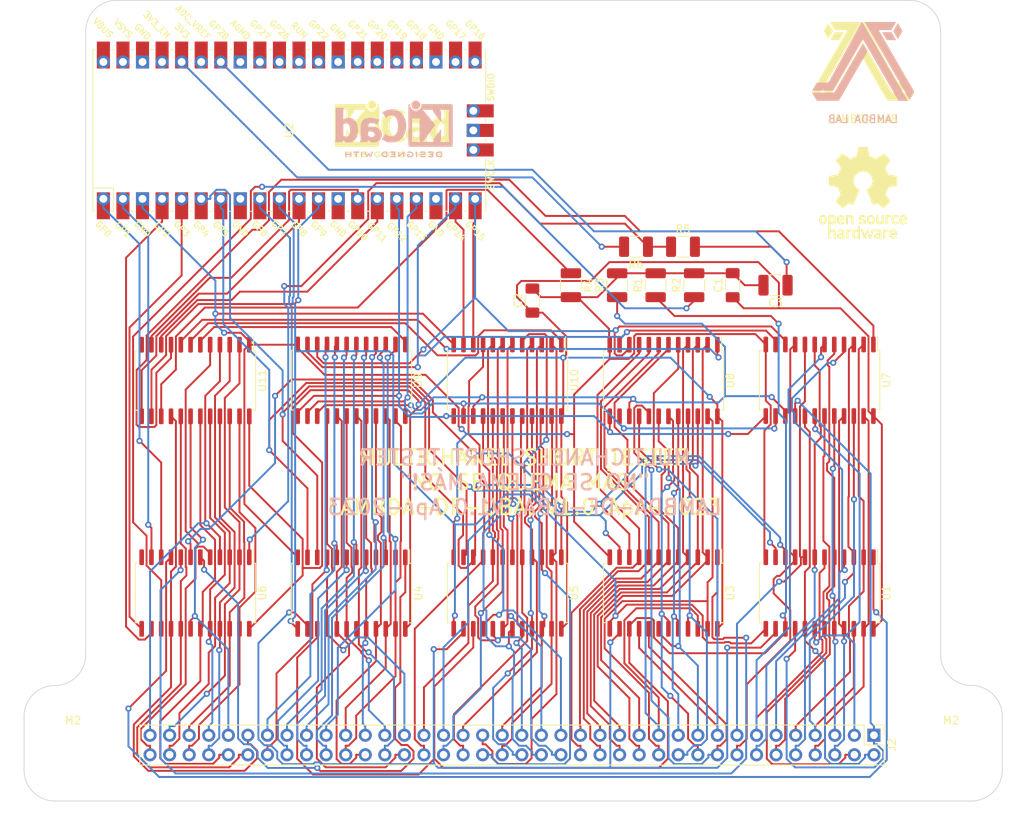
<source format=kicad_pcb>
(kicad_pcb (version 20221018) (generator pcbnew)
  (layers (0 "F.Cu" signal) (31 "B.Cu" signal) (34 "B.Paste" user) (35 "F.Paste" user) (36 "B.SilkS" user "B.Silkscreen") (37 "F.SilkS" user "F.Silkscreen") (38 "B.Mask" user) (39 "F.Mask" user) (44 "Edge.Cuts" user))
  (net 0 "")
  (net 1 "VCC")
  (net 2 "COMB")
  (net 3 "CH01")
  (net 4 "CH02")
  (net 5 "CH03")
  (net 6 "CH04")
  (net 7 "CH05")
  (net 8 "CH06")
  (net 9 "CH07")
  (net 10 "CH08")
  (net 11 "CH09")
  (net 12 "CH10")
  (net 13 "CH11")
  (net 14 "CH12")
  (net 15 "CH13")
  (net 16 "CH14")
  (net 17 "CH15")
  (net 18 "CH16")
  (net 19 "CH17")
  (net 20 "CH18")
  (net 21 "CH19")
  (net 22 "CH20")
  (net 23 "CH21")
  (net 24 "CH22")
  (net 25 "CH23")
  (net 26 "CH24")
  (net 27 "CH25")
  (net 28 "CH26")
  (net 29 "CH27")
  (net 30 "CH28")
  (net 31 "CH29")
  (net 32 "CH30")
  (net 33 "CH31")
  (net 34 "CH32")
  (net 35 "CH33")
  (net 36 "CH34")
  (net 37 "CH35")
  (net 38 "CH36")
  (net 39 "CH37")
  (net 40 "CH38")
  (net 41 "CH39")
  (net 42 "CH40")
  (net 43 "CH41")
  (net 44 "CH42")
  (net 45 "CH43")
  (net 46 "CH44")
  (net 47 "CH45")
  (net 48 "CH46")
  (net 49 "CH47")
  (net 50 "CH48")
  (net 51 "CH49")
  (net 52 "CH50")
  (net 53 "CH51")
  (net 54 "CH52")
  (net 55 "CH53")
  (net 56 "CH54")
  (net 57 "CH55")
  (net 58 "CH56")
  (net 59 "CH57")
  (net 60 "CH58")
  (net 61 "CH59")
  (net 62 "CH60")
  (net 63 "CH61")
  (net 64 "CH62")
  (net 65 "CH63")
  (net 66 "CH64")
  (net 67 "CH65")
  (net 68 "CH66")
  (net 69 "CH67")
  (net 70 "CH68")
  (net 71 "/mux_block_A/en2")
  (net 72 "/mux_block_A/en1")
  (net 73 "/mux_block_B/en2")
  (net 74 "/mux_block_B/en1")
  (net 75 "/mux_block_A/mux1")
  (net 82 "COMA")
  (net 83 "Net-(U2-GPIO28_ADC2)")
  (net 84 "VDD")
  (net 85 "SA20")
  (net 86 "SA21")
  (net 87 "SA23")
  (net 88 "SA22")
  (net 89 "SB20")
  (net 90 "SB21")
  (net 91 "SB22")
  (net 92 "SB23")
  (net 93 "SB10")
  (net 94 "SB11")
  (net 95 "SB12")
  (net 96 "SB13")
  (net 97 "SA13")
  (net 98 "SA12")
  (net 99 "SA11")
  (net 100 "SA10")
  (net 119 "/mux_block_A/mux2")
  (net 120 "/mux_block_A/mux4")
  (net 121 "/mux_block_A/mux3")
  (net 122 "CH73")
  (net 123 "CH74")
  (net 124 "CH75")
  (net 125 "CH76")
  (net 127 "CH69")
  (net 128 "CH70")
  (net 129 "CH71")
  (net 130 "CH72")
  (net 131 "/mux_block_B/mux1")
  (net 132 "/mux_block_B/mux2")
  (net 133 "/mux_block_B/mux4")
  (net 134 "/mux_block_B/mux3")
  (footprint "Package_SO:SOIC-24W_7.5x15.4mm_P1.27mm" (layer "F.Cu") (at 187.285 84.35 -90)
    (fp_text reference "U7")
    (fp_text value "CD74HC4067M")
  )
  (footprint "Package_SO:SOIC-24W_7.5x15.4mm_P1.27mm" (layer "F.Cu") (at 167.0275 111.985 -90)
    (fp_text reference "U3")
    (fp_text value "CD74HC4067M")
  )
  (footprint "Resistor_SMD:R_1210_3225Metric_Pad1.30x2.65mm_HandSolder" (layer "F.Cu") (at 169.55 67)
    (fp_text reference "R5")
    (fp_text value "0 Ohm")
  )
  (footprint "Package_SO:SOIC-24W_7.5x15.4mm_P1.27mm" (layer "F.Cu") (at 126.5125 112 -90)
    (fp_text reference "U4")
    (fp_text value "CD74HC4067M")
  )
  (footprint "MCU_RaspberryPi_and_Boards:RPi_Pico_SMD_TH" (layer "F.Cu") (at 118.43 51.89 90)
    (fp_text reference "U2")
    (fp_text value "Pico")
  )
  (footprint "Package_SO:SOIC-24W_7.5x15.4mm_P1.27mm" (layer "F.Cu") (at 106.255 111.985 -90)
    (fp_text reference "U6")
    (fp_text value "CD74HC4067M")
  )
  (footprint "Resistor_SMD:R_1210_3225Metric_Pad1.30x2.65mm_HandSolder" (layer "F.Cu") (at 166 72 90)
    (fp_text reference "R1")
    (fp_text value "10k")
  )
  (footprint "Package_SO:SOIC-24W_7.5x15.4mm_P1.27mm" (layer "F.Cu") (at 187.285 111.985 -90)
    (fp_text reference "U1")
    (fp_text value "CD74HC4067M")
  )
  (footprint "Connector_PinHeader_2.54mm:PinHeader_2x38_P2.54mm_Vertical" (layer "F.Cu") (at 194.34 130.46 -90)
    (fp_text reference "J2")
    (fp_text value "Conn_02x38_Counter_Clockwise")
  )
  (footprint "Capacitor_SMD:C_1206_3216Metric_Pad1.33x1.80mm_HandSolder" (layer "F.Cu") (at 150 74 90)
    (fp_text reference "C2")
    (fp_text value "1uF")
  )
  (footprint "Resistor_SMD:R_1210_3225Metric_Pad1.30x2.65mm_HandSolder" (layer "F.Cu") (at 155 72 -90)
    (fp_text reference "R4")
    (fp_text value "10k")
  )
  (footprint "Resistor_SMD:R_1210_3225Metric_Pad1.30x2.65mm_HandSolder" (layer "F.Cu") (at 163.45 67 180)
    (fp_text reference "R6")
    (fp_text value "1k")
  )
  (footprint "Package_SO:SOIC-24W_7.5x15.4mm_P1.27mm" (layer "F.Cu") (at 146.77 111.985 -90)
    (fp_text reference "U5")
    (fp_text value "CD74HC4067M")
  )
  (footprint "skLib:lamda15mm" (layer "F.Cu") (at 192.867173 43)
    (fp_text reference "G***" hide)
    (fp_text value "LOGO" hide)
  )
  (footprint "Capacitor_SMD:C_1210_3225Metric_Pad1.33x2.70mm_HandSolder" (layer "F.Cu") (at 181.5625 72 180)
    (fp_text reference "C3")
    (fp_text value "0.1 uF")
  )
  (footprint "Resistor_SMD:R_1210_3225Metric_Pad1.30x2.65mm_HandSolder" (layer "F.Cu") (at 161 72 90)
    (fp_text reference "R3")
    (fp_text value "10k")
  )
  (footprint "Capacitor_SMD:C_1206_3216Metric_Pad1.33x1.80mm_HandSolder" (layer "F.Cu") (at 176 72 90)
    (fp_text reference "C1")
    (fp_text value "1uF")
  )
  (footprint "Package_SO:SOIC-24W_7.5x15.4mm_P1.27mm" (layer "F.Cu") (at 167.0275 84.38 -90)
    (fp_text reference "U8")
    (fp_text value "CD74HC4067M")
  )
  (footprint "Package_SO:SOIC-24W_7.5x15.4mm_P1.27mm" (layer "F.Cu") (at 146.77 84.35 -90)
    (fp_text reference "U10")
    (fp_text value "CD74HC4067M")
  )
  (footprint "Package_SO:SOIC-24W_7.5x15.4mm_P1.27mm" (layer "F.Cu") (at 126.5125 84.35 -90)
    (fp_text reference "U9")
    (fp_text value "CD74HC4067M")
  )
  (footprint "Symbol:OSHW-Logo_11.4x12mm_SilkScreen" (layer "F.Cu") (at 192.919869 60)
    (fp_text reference "REF**" hide)
    (fp_text value "OSHW-Logo_11.4x12mm_SilkScreen" hide)
  )
  (footprint "Resistor_SMD:R_1210_3225Metric_Pad1.30x2.65mm_HandSolder" (layer "F.Cu") (at 171 72 90)
    (fp_text reference "R2")
    (fp_text value "10k")
  )
  (footprint "Package_SO:SOIC-24W_7.5x15.4mm_P1.27mm" (layer "F.Cu") (at 106.255 84.38 -90)
    (fp_text reference "U11")
    (fp_text value "CD74HC4067M")
  )
  (footprint "MountingHole:MountingHole_2.2mm_M2" (layer "F.Cu") (at 90.36 131.735)
    (fp_text reference "M2")
    (fp_text value "MountingHole_2.2mm_M2")
  )
  (footprint "MountingHole:MountingHole_2.2mm_M2" (layer "F.Cu") (at 204.34 131.735)
    (fp_text reference "M2")
    (fp_text value "MountingHole_2.2mm_M2")
  )
  (footprint "Symbol:KiCad-Logo2_6mm_SilkScreen" (layer "F.Cu") (at 132 51)
    (fp_text reference "REF**" hide)
    (fp_text value "KiCad-Logo2_6mm_SilkScreen" hide)
  )
  (footprint "Symbol:KiCad-Logo2_6mm_SilkScreen" (layer "B.Cu") (at 132 51 180)
    (fp_text reference "REF**" hide)
    (fp_text value "KiCad-Logo2_6mm_SilkScreen" hide)
  )
  (footprint "skLib:lamda15mm" (layer "B.Cu") (at 193 43 180)
    (fp_text reference "G***" hide)
    (fp_text value "LOGO" hide)
  )
  (gr_arc (start 207 124) (mid 209.828427 125.171573) (end 211 128) (stroke (width 0.1)) (layer "Edge.Cuts"))
  (gr_arc (start 88 139) (mid 85.171573 137.828427) (end 84 135) (stroke (width 0.1)) (layer "Edge.Cuts"))
  (gr_arc (start 92 39) (mid 93.171573 36.171573) (end 96 35) (stroke (width 0.1)) (layer "Edge.Cuts"))
  (gr_line (start 88 139) (end 207 139) (stroke (width 0.1)) (layer "Edge.Cuts"))
  (gr_line (start 84 128) (end 84 135) (stroke (width 0.1)) (layer "Edge.Cuts"))
  (gr_arc (start 84 128) (mid 85.171573 125.171573) (end 88 124) (stroke (width 0.1)) (layer "Edge.Cuts"))
  (gr_line (start 211 128) (end 211 135) (stroke (width 0.1)) (layer "Edge.Cuts"))
  (gr_arc (start 199 35) (mid 201.828427 36.171573) (end 203 39) (stroke (width 0.1)) (layer "Edge.Cuts"))
  (gr_line (start 92 120) (end 92 39) (stroke (width 0.1)) (layer "Edge.Cuts"))
  (gr_arc (start 211 135) (mid 209.828427 137.828427) (end 207 139) (stroke (width 0.1)) (layer "Edge.Cuts"))
  (gr_line (start 203 39) (end 203 120) (stroke (width 0.1)) (layer "Edge.Cuts"))
  (gr_arc (start 92 120) (mid 90.828427 122.828427) (end 88 124) (stroke (width 0.1)) (layer "Edge.Cuts"))
  (gr_arc (start 207 124) (mid 204.171573 122.828427) (end 203 120) (stroke (width 0.1)) (layer "Edge.Cuts"))
  (gr_line (start 96 35) (end 199 35) (stroke (width 0.1)) (layer "Edge.Cuts"))
  (gr_text "LAMBDA LAB" (at 197.568706 51) (layer "B.SilkS") (effects (font (size 1 1)) (justify left bottom mirror)))
  (gr_text "MULTICHANEL SHORT TESTER\n{dblquote}NO SE QUEMA MÁS!{dblquote}\nLAMBDA-DF-UBA, V1.0 Apr-2023" (at 149 102) (layer "B.SilkS") (effects (font (size 2 2) (thickness 0.3)) (justify bottom mirror)))
  (gr_text "LAMBDA LAB" (at 188.298467 51) (layer "F.SilkS") (effects (font (size 1 1)) (justify left bottom)))
  (gr_text "MULTICHANEL SHORT TESTER\n{dblquote}NO SE QUEMA MÁS!{dblquote}\nLAMBDA-DF-UBA, V1.0 Apr-2023" (at 149 102) (layer "F.SilkS") (effects (font (size 2 2) (thickness 0.3)) (justify bottom)))
  (segment (start 177.4375 75) (end 181 75) (width 0.25) (layer "F.Cu") (net 1))
  (segment (start 194.27 116.635) (end 195.3671 115.5379) (width 0.25) (layer "F.Cu") (net 1))
  (segment (start 122.4027 108.7331) (end 122.7025 108.4333) (width 0.25) (layer "F.Cu") (net 1))
  (segment (start 135.1925 87.8254) (end 134.0179 89) (width 0.25) (layer "F.Cu") (net 1))
  (segment (start 148 72) (end 148 73.5625) (width 0.25) (layer "F.Cu") (net 1))
  (segment (start 120.1716 104.9725) (end 120.1716 108.7331) (width 0.25) (layer "F.Cu") (net 1))
  (segment (start 148 73.5625) (end 150 75.5625) (width 0.25) (layer "F.Cu") (net 1))
  (segment (start 174.0125 89.03) (end 174.6574 89.6749) (width 0.25) (layer "F.Cu") (net 1))
  (segment (start 182 75) (end 182 71.674327) (width 0.25) (layer "F.Cu") (net 1))
  (segment (start 134.0179 89) (end 134.1256 89.1077) (width 0.25) (layer "F.Cu") (net 1))
  (segment (start 151.314251 75.5625) (end 154.38 78.628249) (width 0.25) (layer "F.Cu") (net 1))
  (segment (start 122.7025 108.4333) (end 122.7025 95.0371) (width 0.25) (layer "F.Cu") (net 1))
  (segment (start 134.1256 116.0219) (end 133.4975 116.65) (width 0.25) (layer "F.Cu") (net 1))
  (segment (start 153.755 99.4746) (end 154.5071 100.2267) (width 0.25) (layer "F.Cu") (net 1))
  (segment (start 150 75.5625) (end 151.314251 75.5625) (width 0.25) (layer "F.Cu") (net 1))
  (segment (start 154.0016 81.4123) (end 154.0016 88.7534) (width 0.25) (layer "F.Cu") (net 1))
  (segment (start 113.24 98.0409) (end 120.1716 104.9725) (width 0.25) (layer "F.Cu") (net 1))
  (segment (start 153.755 89) (end 153.755 99.4746) (width 0.25) (layer "F.Cu") (net 1))
  (segment (start 179.325673 69) (end 160 69) (width 0.25) (layer "F.Cu") (net 1))
  (segment (start 135.1925 86.9646) (end 135.1925 87.4871) (width 0.25) (layer "F.Cu") (net 1))
  (segment (start 174.0125 87.4942) (end 174.0125 89.03) (width 0.25) (layer "F.Cu") (net 1))
  (segment (start 174.6574 115.9901) (end 174.0125 116.635) (width 0.25) (layer "F.Cu") (net 1))
  (segment (start 148.55 71.45) (end 148 72) (width 0.25) (layer "F.Cu") (net 1))
  (segment (start 195.3671 115.5379) (end 195.3671 90.0971) (width 0.25) (layer "F.Cu") (net 1))
  (segment (start 135.1925 87.4871) (end 135.2144 87.4871) (width 0.25) (layer "F.Cu") (net 1))
  (segment (start 173.0163 86.498) (end 174.0125 87.4942) (width 0.25) (layer "F.Cu") (net 1))
  (segment (start 181 75) (end 190 75) (width 0.25) (layer "F.Cu") (net 1))
  (segment (start 135.1925 87.4871) (end 135.1925 87.8254) (width 0.25) (layer "F.Cu") (net 1))
  (segment (start 182 71.674327) (end 179.325673 69) (width 0.25) (layer "F.Cu") (net 1))
  (segment (start 193.635 88.365) (end 194.27 89) (width 0.25) (layer "F.Cu") (net 1))
  (segment (start 154.38 78.628249) (end 154.38 81.0339) (width 0.25) (layer "F.Cu") (net 1))
  (segment (start 134.1256 89.1077) (end 134.1256 116.0219) (width 0.25) (layer "F.Cu") (net 1))
  (segment (start 157.55 71.45) (end 148.55 71.45) (width 0.25) (layer "F.Cu") (net 1))
  (segment (start 133.4975 89) (end 134.0179 89) (width 0.25) (layer "F.Cu") (net 1))
  (segment (start 154.0016 88.7534) (end 153.755 89) (width 0.25) (layer "F.Cu") (net 1))
  (segment (start 174.6574 89.6749) (end 174.6574 115.9901) (width 0.25) (layer "F.Cu") (net 1))
  (segment (start 118.891 91.2256) (end 118.891 87.9233) (width 0.25) (layer "F.Cu") (net 1))
  (segment (start 113.24 89.03) (end 113.24 98.0409) (width 0.25) (layer "F.Cu") (net 1))
  (segment (start 154.38 81.0339) (end 154.0016 81.4123) (width 0.25) (layer "F.Cu") (net 1))
  (segment (start 120.1716 108.7331) (end 120.1716 109.7034) (width 0.25) (layer "F.Cu") (net 1))
  (segment (start 160 69) (end 157.55 71.45) (width 0.25) (layer "F.Cu") (net 1))
  (segment (start 154.5071 100.2267) (end 154.5071 115.8829) (width 0.25) (layer "F.Cu") (net 1))
  (segment (start 122.7025 95.0371) (end 118.891 91.2256) (width 0.25) (layer "F.Cu") (net 1))
  (segment (start 121.1742 85.6401) (end 133.868 85.6401) (width 0.25) (layer "F.Cu") (net 1))
  (segment (start 195.3671 90.0971) (end 194.27 89) (width 0.25) (layer "F.Cu") (net 1))
  (segment (start 120.1716 108.7331) (end 122.4027 108.7331) (width 0.25) (layer "F.Cu") (net 1))
  (segment (start 133.868 85.6401) (end 135.1925 86.9646) (width 0.25) (layer "F.Cu") (net 1))
  (segment (start 190 75) (end 193.635 78.635) (width 0.25) (layer "F.Cu") (net 1))
  (segment (start 181 75) (end 182 75) (width 0.25) (layer "F.Cu") (net 1))
  (segment (start 154.5071 115.8829) (end 153.755 116.635) (width 0.25) (layer "F.Cu") (net 1))
  (segment (start 193.635 78.635) (end 193.635 88.365) (width 0.25) (layer "F.Cu") (net 1))
  (segment (start 118.891 87.9233) (end 121.1742 85.6401) (width 0.25) (layer "F.Cu") (net 1))
  (segment (start 120.1716 109.7034) (end 113.24 116.635) (width 0.25) (layer "F.Cu") (net 1))
  (segment (start 176 73.5625) (end 177.4375 75) (width 0.25) (layer "F.Cu") (net 1))
  (via (at 173.0163 86.498) (size 0.8) (drill 0.4) (layers "F.Cu" "B.Cu") (net 1))
  (via (at 135.2144 87.4871) (size 0.8) (drill 0.4) (layers "F.Cu" "B.Cu") (net 1))
  (via (at 154.0016 81.4123) (size 0.8) (drill 0.4) (layers "F.Cu" "B.Cu") (net 1))
  (segment (start 154.0016 81.4123) (end 167.9306 81.4123) (width 0.25) (layer "B.Cu") (net 1))
  (segment (start 154.0016 81.4123) (end 141.2892 81.4123) (width 0.25) (layer "B.Cu") (net 1))
  (segment (start 167.9306 81.4123) (end 173.0163 86.498) (width 0.25) (layer "B.Cu") (net 1))
  (segment (start 141.2892 81.4123) (end 135.2144 87.4871) (width 0.25) (layer "B.Cu") (net 1))
  (segment (start 160.0425 79.73) (end 160.0425 81.5693) (width 0.25) (layer "F.Cu") (net 2))
  (segment (start 160.0425 79.73) (end 159.957218 79.644718) (width 0.25) (layer "F.Cu") (net 2))
  (segment (start 163.4799 78.3487) (end 178.9487 78.3487) (width 0.25) (layer "F.Cu") (net 2))
  (segment (start 113.24 79.73) (end 112.605 80.365) (width 0.25) (layer "F.Cu") (net 2))
  (segment (start 119.5275 79.73) (end 119.5275 79.7) (width 0.25) (layer "F.Cu") (net 2))
  (segment (start 163.2175 80.8534) (end 163.2175 78.6111) (width 0.25) (layer "F.Cu") (net 2))
  (segment (start 180.3 79.7) (end 180.3 86.9988) (width 0.25) (layer "F.Cu") (net 2))
  (segment (start 159.957218 79.644718) (end 159.957218 77.678472) (width 0.25) (layer "F.Cu") (net 2))
  (segment (start 119.5275 80.1528) (end 119.5275 79.73) (width 0.25) (layer "F.Cu") (net 2))
  (segment (start 135.7788 75.6938) (end 139.785 79.7) (width 0.25) (layer "F.Cu") (net 2))
  (segment (start 180.935 87.6338) (end 180.935 90.0743) (width 0.25) (layer "F.Cu") (net 2))
  (segment (start 166 70.45) (end 161 70.45) (width 0.25) (layer "F.Cu") (net 2))
  (segment (start 163.2175 78.6111) (end 163.4799 78.3487) (width 0.25) (layer "F.Cu") (net 2))
  (segment (start 176 70.4375) (end 175.9875 70.45) (width 0.25) (layer "F.Cu") (net 2))
  (segment (start 155.4144 86.1974) (end 160.0425 81.5693) (width 0.25) (layer "F.Cu") (net 2))
  (segment (start 155.4144 91.3415) (end 155.4144 102.7069) (width 0.25) (layer "F.Cu") (net 2))
  (segment (start 150 72.4375) (end 151.1125 73.55) (width 0.25) (layer "F.Cu") (net 2))
  (segment (start 136.13 83.6429) (end 123.0176 83.6429) (width 0.25) (layer "F.Cu") (net 2))
  (segment (start 112.605 80.365) (end 112.605 100.4275) (width 0.25) (layer "F.Cu") (net 2))
  (segment (start 159.957218 77.678472) (end 155.828746 73.55) (width 0.25) (layer "F.Cu") (net 2))
  (segment (start 162.5016 81.5693) (end 163.2175 80.8534) (width 0.25) (layer "F.Cu") (net 2))
  (segment (start 108.8431 75.6938) (end 135.7788 75.6938) (width 0.25) (layer "F.Cu") (net 2))
  (segment (start 158.45 73.55) (end 161 71) (width 0.25) (layer "F.Cu") (net 2))
  (segment (start 180.1174 90.8919) (end 180.1174 107.1524) (width 0.25) (layer "F.Cu") (net 2))
  (segment (start 180 72) (end 177.5625 72) (width 0.25) (layer "F.Cu") (net 2))
  (segment (start 180.935 90.0743) (end 180.1174 90.8919) (width 0.25) (layer "F.Cu") (net 2))
  (segment (start 171 70.45) (end 166 70.45) (width 0.25) (layer "F.Cu") (net 2))
  (segment (start 113.24 79.2645) (end 112.1505 78.175) (width 0.25) (layer "F.Cu") (net 2))
  (segment (start 140.42 87.9329) (end 136.13 83.6429) (width 0.25) (layer "F.Cu") (net 2))
  (segment (start 123.0176 83.6429) (end 119.5275 80.1528) (width 0.25) (layer "F.Cu") (net 2))
  (segment (start 113.24 79.73) (end 119.5275 79.73) (width 0.25) (layer "F.Cu") (net 2))
  (segment (start 155.828746 73.55) (end 155 73.55) (width 0.25) (layer "F.Cu") (net 2))
  (segment (start 112.1505 78.175) (end 109.9808 78.175) (width 0.25) (layer "F.Cu") (net 2))
  (segment (start 161 71) (end 161 70.45) (width 0.25) (layer "F.Cu") (net 2))
  (segment (start 155.4144 91.3415) (end 155.4144 86.1974) (width 0.25) (layer "F.Cu") (net 2))
  (segment (start 113.24 79.73) (end 113.24 79.2645) (width 0.25) (layer "F.Cu") (net 2))
  (segment (start 180.3 86.9988) (end 180.935 87.6338) (width 0.25) (layer "F.Cu") (net 2))
  (segment (start 151.1125 73.55) (end 155 73.55) (width 0.25) (layer "F.Cu") (net 2))
  (segment (start 177.5625 72) (end 176 70.4375) (width 0.25) (layer "F.Cu") (net 2))
  (segment (start 139.785 102.7666) (end 139.785 107.335) (width 0.25) (layer "F.Cu") (net 2))
  (segment (start 155 73.55) (end 158.45 73.55) (width 0.25) (layer "F.Cu") (net 2))
  (segment (start 140.2422 102.3094) (end 139.785 102.7666) (width 0.25) (layer "F.Cu") (net 2))
  (segment (start 178.9487 78.3487) (end 180.3 79.7) (width 0.25) (layer "F.Cu") (net 2))
  (segment (start 155.4144 102.7069) (end 160.0425 107.335) (width 0.25) (layer "F.Cu") (net 2))
  (segment (start 180.1174 107.1524) (end 180.3 107.335) (width 0.25) (layer "F.Cu") (net 2))
  (segment (start 112.605 100.4275) (end 119.5275 107.35) (width 0.25) (layer "F.Cu") (net 2))
  (segment (start 160.0425 81.5693) (end 162.5016 81.5693) (width 0.25) (layer "F.Cu") (net 2))
  (segment (start 175.9875 70.45) (end 171 70.45) (width 0.25) (layer "F.Cu") (net 2))
  (segment (start 154.4987 91.3415) (end 155.4144 91.3415) (width 0.25) (layer "F.Cu") (net 2))
  (segment (start 140.8052 90.6878) (end 140.42 90.3026) (width 0.25) (layer "F.Cu") (net 2))
  (segment (start 140.42 90.3026) (end 140.42 87.9329) (width 0.25) (layer "F.Cu") (net 2))
  (via (at 109.9808 78.175) (size 0.8) (drill 0.4) (layers "F.Cu" "B.Cu") (net 2))
  (via (at 108.8431 75.6938) (size 0.8) (drill 0.4) (layers "F.Cu" "B.Cu") (net 2))
  (via (at 140.8052 90.6878) (size 0.8) (drill 0.4) (layers "F.Cu" "B.Cu") (net 2))
  (via (at 140.2422 102.3094) (size 0.8) (drill 0.4) (layers "F.Cu" "B.Cu") (net 2))
  (via (at 154.4987 91.3415) (size 0.8) (drill 0.4) (layers "F.Cu" "B.Cu") (net 2))
  (segment (start 108.8431 75.6938) (end 108.8431 77.0373) (width 0.25) (layer "B.Cu") (net 2))
  (segment (start 141.4589 91.3415) (end 140.2422 92.5582) (width 0.25) (layer "B.Cu") (net 2))
  (segment (start 99.38 61.9551) (end 108.8431 71.4182) (width 0.25) (layer "B.Cu") (net 2))
  (segment (start 140.2422 92.5582) (end 140.2422 102.3094) (width 0.25) (layer "B.Cu") (net 2))
  (segment (start 108.8431 71.4182) (end 108.8431 75.6938) (width 0.25) (layer "B.Cu") (net 2))
  (segment (start 154.4987 91.3415) (end 141.4589 91.3415) (width 0.25) (layer "B.Cu") (net 2))
  (segment (start 141.4589 91.3415) (end 140.8052 90.6878) (width 0.25) (layer "B.Cu") (net 2))
  (segment (start 99.38 60.78) (end 99.38 61.9551) (width 0.25) (layer "B.Cu") (net 2))
  (segment (start 108.8431 77.0373) (end 109.9808 78.175) (width 0.25) (layer "B.Cu") (net 2))
  (segment (start 184.11 87.328) (end 184.4346 87.0034) (width 0.25) (layer "F.Cu") (net 3))
  (segment (start 184.11 116.635) (end 184.11 119.4417) (width 0.25) (layer "F.Cu") (net 3))
  (segment (start 184.11 89) (end 184.11 87.328) (width 0.25) (layer "F.Cu") (net 3))
  (segment (start 184.11 119.4417) (end 183.0049 120.5468) (width 0.25) (layer "F.Cu") (net 3))
  (via (at 184.4346 87.0034) (size 0.8) (drill 0.4) (layers "F.Cu" "B.Cu") (net 3))
  (via (at 183.0049 120.5468) (size 0.8) (drill 0.4) (layers "F.Cu" "B.Cu") (net 3))
  (segment (start 195.5534 133.4799) (end 194.3955 134.6378) (width 0.25) (layer "B.Cu") (net 3))
  (segment (start 193.91 96.4788) (end 184.4346 87.0034) (width 0.25) (layer "B.Cu") (net 3))
  (segment (start 194.3955 134.6378) (end 184.1145 134.6378) (width 0.25) (layer "B.Cu") (net 3))
  (segment (start 194.34 130.46) (end 194.34 131.6351) (width 0.25) (layer "B.Cu") (net 3))
  (segment (start 194.34 129.2849) (end 193.91 128.8549) (width 0.25) (layer "B.Cu") (net 3))
  (segment (start 194.34 131.6351) (end 194.7037 131.6351) (width 0.25) (layer "B.Cu") (net 3))
  (segment (start 193.91 128.8549) (end 193.91 96.4788) (width 0.25) (layer "B.Cu") (net 3))
  (segment (start 183.0049 133.5282) (end 183.0049 120.5468) (width 0.25) (layer "B.Cu") (net 3))
  (segment (start 194.34 130.46) (end 194.34 129.2849) (width 0.25) (layer "B.Cu") (net 3))
  (segment (start 194.7037 131.6351) (end 195.5534 132.4848) (width 0.25) (layer "B.Cu") (net 3))
  (segment (start 195.5534 132.4848) (end 195.5534 133.4799) (width 0.25) (layer "B.Cu") (net 3))
  (segment (start 184.1145 134.6378) (end 183.0049 133.5282) (width 0.25) (layer "B.Cu") (net 3))
  (segment (start 186.0058 108.6082) (end 185.38 109.234) (width 0.25) (layer "F.Cu") (net 4))
  (segment (start 185.38 116.635) (end 185.38 118.1674) (width 0.25) (layer "F.Cu") (net 4))
  (segment (start 186.0058 91.0551) (end 186.0058 108.6082) (width 0.25) (layer "F.Cu") (net 4))
  (segment (start 185.38 89) (end 185.38 90.4293) (width 0.25) (layer "F.Cu") (net 4))
  (segment (start 185.38 109.234) (end 185.38 116.635) (width 0.25) (layer "F.Cu") (net 4))
  (segment (start 185.38 90.4293) (end 186.0058 91.0551) (width 0.25) (layer "F.Cu") (net 4))
  (segment (start 185.38 118.1674) (end 186.7325 119.5199) (width 0.25) (layer "F.Cu") (net 4))
  (via (at 186.7325 119.5199) (size 0.8) (drill 0.4) (layers "F.Cu" "B.Cu") (net 4))
  (segment (start 188.746 134.1876) (end 192.3425 134.1876) (width 0.25) (layer "B.Cu") (net 4))
  (segment (start 194.34 133) (end 193.1649 133) (width 0.25) (layer "B.Cu") (net 4))
  (segment (start 193.1649 133.3652) (end 193.1649 133) (width 0.25) (layer "B.Cu") (net 4))
  (segment (start 186.7325 119.5199) (end 187.99 120.7774) (width 0.25) (layer "B.Cu") (net 4))
  (segment (start 192.3425 134.1876) (end 193.1649 133.3652) (width 0.25) (layer "B.Cu") (net 4))
  (segment (start 187.99 120.7774) (end 187.99 133.4316) (width 0.25) (layer "B.Cu") (net 4))
  (segment (start 187.99 133.4316) (end 188.746 134.1876) (width 0.25) (layer "B.Cu") (net 4))
  (segment (start 186.65 116.635) (end 186.65 118.1989) (width 0.25) (layer "F.Cu") (net 5))
  (segment (start 186.65 89) (end 186.7133 89.0633) (width 0.25) (layer "F.Cu") (net 5))
  (segment (start 186.7133 89.0633) (end 186.7133 90.696) (width 0.25) (layer "F.Cu") (net 5))
  (segment (start 186.65 118.1989) (end 186.8413 118.3902) (width 0.25) (layer "F.Cu") (net 5))
  (via (at 186.8413 118.3902) (size 0.8) (drill 0.4) (layers "F.Cu" "B.Cu") (net 5))
  (via (at 186.7133 90.696) (size 0.8) (drill 0.4) (layers "F.Cu" "B.Cu") (net 5))
  (segment (start 186.8413 118.3902) (end 187.7415 117.49) (width 0.25) (layer "B.Cu") (net 5))
  (segment (start 192.4795 96.4622) (end 192.4795 115.7407) (width 0.25) (layer "B.Cu") (net 5))
  (segment (start 190.7302 117.49) (end 191.8 118.5598) (width 0.25) (layer "B.Cu") (net 5))
  (segment (start 192.4795 115.7407) (end 190.7302 117.49) (width 0.25) (layer "B.Cu") (net 5))
  (segment (start 186.7133 90.696) (end 192.4795 96.4622) (width 0.25) (layer "B.Cu") (net 5))
  (segment (start 191.8 118.5598) (end 191.8 130.46) (width 0.25) (layer "B.Cu") (net 5))
  (segment (start 187.7415 117.49) (end 190.7302 117.49) (width 0.25) (layer "B.Cu") (net 5))
  (segment (start 187.92 117.7454) (end 187.92 116.635) (width 0.25) (layer "F.Cu") (net 6))
  (segment (start 187.92 94.1482) (end 187.7765 94.2917) (width 0.25) (layer "F.Cu") (net 6))
  (segment (start 187.92 89) (end 187.92 94.1482) (width 0.25) (layer "F.Cu") (net 6))
  (segment (start 188.555 105.9842) (end 188.555 111.0993) (width 0.25) (layer "F.Cu") (net 6))
  (segment (start 189.7545 134.2376) (end 181.1551 134.2376) (width 0.25) (layer "F.Cu") (net 6))
  (segment (start 187.7765 105.2057) (end 188.555 105.9842) (width 0.25) (layer "F.Cu") (net 6))
  (segment (start 190.6249 133) (end 190.6249 133.3672) (width 0.25) (layer "F.Cu") (net 6))
  (segment (start 181.1551 134.2376) (end 180.4307 133.5132) (width 0.25) (layer "F.Cu") (net 6))
  (segment (start 188.1601 119.7544) (end 188.1601 117.9855) (width 0.25) (layer "F.Cu") (net 6))
  (segment (start 188.555 111.0993) (end 187.7848 111.8695) (width 0.25) (layer "F.Cu") (net 6))
  (segment (start 187.7848 111.8695) (end 187.7848 116.4998) (width 0.25) (layer "F.Cu") (net 6))
  (segment (start 180.4307 133.5132) (end 180.4307 127.4838) (width 0.25) (layer "F.Cu") (net 6))
  (segment (start 188.1601 117.9855) (end 187.92 117.7454) (width 0.25) (layer "F.Cu") (net 6))
  (segment (start 187.7765 94.2917) (end 187.7765 105.2057) (width 0.25) (layer "F.Cu") (net 6))
  (segment (start 190.6249 133.3672) (end 189.7545 134.2376) (width 0.25) (layer "F.Cu") (net 6))
  (segment (start 191.8 133) (end 190.6249 133) (width 0.25) (layer "F.Cu") (net 6))
  (segment (start 187.7848 116.4998) (end 187.92 116.635) (width 0.25) (layer "F.Cu") (net 6))
  (segment (start 180.4307 127.4838) (end 188.1601 119.7544) (width 0.25) (layer "F.Cu") (net 6))
  (segment (start 189.19 95.6413) (end 189.19 89) (width 0.25) (layer "F.Cu") (net 7))
  (segment (start 189.19 118.1492) (end 189.19 116.635) (width 0.25) (layer "F.Cu") (net 7))
  (segment (start 189.19 112.5863) (end 188.96 112.3563) (width 0.25) (layer "F.Cu") (net 7))
  (segment (start 189.0087 95.8226) (end 189.19 95.6413) (width 0.25) (layer "F.Cu") (net 7))
  (segment (start 189.3354 118.2946) (end 189.19 118.1492) (width 0.25) (layer "F.Cu") (net 7))
  (segment (start 189.19 116.635) (end 189.19 112.5863) (width 0.25) (layer "F.Cu") (net 7))
  (via (at 189.3354 118.2946) (size 0.8) (drill 0.4) (layers "F.Cu" "B.Cu") (net 7))
  (via (at 189.0087 95.8226) (size 0.8) (drill 0.4) (layers "F.Cu" "B.Cu") (net 7))
  (via (at 188.96 112.3563) (size 0.8) (drill 0.4) (layers "F.Cu" "B.Cu") (net 7))
  (segment (start 189.26 130.46) (end 189.26 118.37) (width 0.25) (layer "B.Cu") (net 7))
  (segment (start 188.96 112.3563) (end 188.96 95.8713) (width 0.25) (layer "B.Cu") (net 7))
  (segment (start 189.26 118.37) (end 189.3354 118.2946) (width 0.25) (layer "B.Cu") (net 7))
  (segment (start 188.96 95.8713) (end 189.0087 95.8226) (width 0.25) (layer "B.Cu") (net 7))
  (segment (start 190.46 118.2601) (end 190.46 116.635) (width 0.25) (layer "F.Cu") (net 8))
  (segment (start 190.4606 118.2607) (end 190.46 118.2601) (width 0.25) (layer "F.Cu") (net 8))
  (segment (start 190.46 116.635) (end 189.8158 115.9908) (width 0.25) (layer "F.Cu") (net 8))
  (segment (start 189.8158 115.9908) (end 189.8158 89.6442) (width 0.25) (layer "F.Cu") (net 8))
  (segment (start 189.8158 89.6442) (end 190.46 89) (width 0.25) (layer "F.Cu") (net 8))
  (via (at 190.4606 118.2607) (size 0.8) (drill 0.4) (layers "F.Cu" "B.Cu") (net 8))
  (segment (start 190.4606 130.9915) (end 190.4606 118.2607) (width 0.25) (layer "B.Cu") (net 8))
  (segment (start 189.26 133) (end 189.26 131.8249) (width 0.25) (layer "B.Cu") (net 8))
  (segment (start 189.6272 131.8249) (end 190.4606 130.9915) (width 0.25) (layer "B.Cu") (net 8))
  (segment (start 189.26 131.8249) (end 189.6272 131.8249) (width 0.25) (layer "B.Cu") (net 8))
  (segment (start 186.72 129.2849) (end 191.73 124.2749) (width 0.25) (layer "F.Cu") (net 9))
  (segment (start 186.72 130.46) (end 186.72 129.2849) (width 0.25) (layer "F.Cu") (net 9))
  (segment (start 191.73 99.7993) (end 191.7508 99.8201) (width 0.25) (layer "F.Cu") (net 9))
  (segment (start 191.73 124.2749) (end 191.73 116.635) (width 0.25) (layer "F.Cu") (net 9))
  (segment (start 191.73 89) (end 191.73 99.7993) (width 0.25) (layer "F.Cu") (net 9))
  (via (at 191.7508 99.8201) (size 0.8) (drill 0.4) (layers "F.Cu" "B.Cu") (net 9))
  (segment (start 191.7508 112.4179) (end 186.0074 118.1613) (width 0.25) (layer "B.Cu") (net 9))
  (segment (start 186.72 130.46) (end 186.72 129.2849) (width 0.25) (layer "B.Cu") (net 9))
  (segment (start 191.7508 99.8201) (end 191.7508 112.4179) (width 0.25) (layer "B.Cu") (net 9))
  (segment (start 186.0074 128.5723) (end 186.72 129.2849) (width 0.25) (layer "B.Cu") (net 9))
  (segment (start 186.0074 118.1613) (end 186.0074 128.5723) (width 0.25) (layer "B.Cu") (net 9))
  (segment (start 193 124.1246) (end 187.99 129.1346) (width 0.25) (layer "F.Cu") (net 10))
  (segment (start 187.0852 131.8249) (end 186.72 131.8249) (width 0.25) (layer "F.Cu") (net 10))
  (segment (start 193 89) (end 193.6442 89.6442) (width 0.25) (layer "F.Cu") (net 10))
  (segment (start 193 116.635) (end 193 124.1246) (width 0.25) (layer "F.Cu") (net 10))
  (segment (start 186.72 133) (end 186.72 131.8249) (width 0.25) (layer "F.Cu") (net 10))
  (segment (start 187.99 130.9201) (end 187.0852 131.8249) (width 0.25) (layer "F.Cu") (net 10))
  (segment (start 187.99 129.1346) (end 187.99 130.9201) (width 0.25) (layer "F.Cu") (net 10))
  (segment (start 193.6442 115.9908) (end 193 116.635) (width 0.25) (layer "F.Cu") (net 10))
  (segment (start 193.6442 89.6442) (end 193.6442 115.9908) (width 0.25) (layer "F.Cu") (net 10))
  (segment (start 193 107.335) (end 193 100.0438) (width 0.25) (layer "F.Cu") (net 11))
  (segment (start 191.095 113.6826) (end 193 111.7776) (width 0.25) (layer "F.Cu") (net 11))
  (segment (start 184.18 129.2849) (end 191.2308 122.2341) (width 0.25) (layer "F.Cu") (net 11))
  (segment (start 192.365 80.335) (end 193 79.7) (width 0.25) (layer "F.Cu") (net 11))
  (segment (start 192.365 99.4088) (end 192.365 80.335) (width 0.25) (layer "F.Cu") (net 11))
  (segment (start 193 111.7776) (end 193 107.335) (width 0.25) (layer "F.Cu") (net 11))
  (segment (start 191.2308 117.9677) (end 191.095 117.8319) (width 0.25) (layer "F.Cu") (net 11))
  (segment (start 184.18 130.46) (end 184.18 129.2849) (width 0.25) (layer "F.Cu") (net 11))
  (segment (start 191.2308 122.2341) (end 191.2308 117.9677) (width 0.25) (layer "F.Cu") (net 11))
  (segment (start 191.095 117.8319) (end 191.095 113.6826) (width 0.25) (layer "F.Cu") (net 11))
  (segment (start 193 100.0438) (end 192.365 99.4088) (width 0.25) (layer "F.Cu") (net 11))
  (segment (start 191.022 105.9806) (end 191.022 99.5234) (width 0.25) (layer "F.Cu") (net 12))
  (segment (start 191.73 107.335) (end 191.73 106.6886) (width 0.25) (layer "F.Cu") (net 12))
  (segment (start 191.022 99.5234) (end 191.0858 99.4596) (width 0.25) (layer "F.Cu") (net 12))
  (segment (start 191.73 109.3872) (end 190.5755 110.5417) (width 0.25) (layer "F.Cu") (net 12))
  (segment (start 191.73 106.6886) (end 191.022 105.9806) (width 0.25) (layer "F.Cu") (net 12))
  (segment (start 191.73 107.335) (end 191.73 109.3872) (width 0.25) (layer "F.Cu") (net 12))
  (segment (start 191.0858 80.3442) (end 191.73 79.7) (width 0.25) (layer "F.Cu") (net 12))
  (segment (start 191.0858 99.4596) (end 191.0858 80.3442) (width 0.25) (layer "F.Cu") (net 12))
  (via (at 190.5755 110.5417) (size 0.8) (drill 0.4) (layers "F.Cu" "B.Cu") (net 12))
  (segment (start 185.3865 117.8098) (end 190.5755 112.6208) (width 0.25) (layer "B.Cu") (net 12))
  (segment (start 185.3865 130.9836) (end 185.3865 117.8098) (width 0.25) (layer "B.Cu") (net 12))
  (segment (start 184.18 131.8249) (end 184.5452 131.8249) (width 0.25) (layer "B.Cu") (net 12))
  (segment (start 190.5755 112.6208) (end 190.5755 110.5417) (width 0.25) (layer "B.Cu") (net 12))
  (segment (start 184.18 133) (end 184.18 131.8249) (width 0.25) (layer "B.Cu") (net 12))
  (segment (start 184.5452 131.8249) (end 185.3865 130.9836) (width 0.25) (layer "B.Cu") (net 12))
  (segment (start 190.46 108.9136) (end 190.5466 109.0002) (width 0.25) (layer "F.Cu") (net 13))
  (segment (start 190.46 79.7) (end 190.46 80.673936) (width 0.25) (layer "F.Cu") (net 13))
  (segment (start 190.46 80.673936) (end 189.054669 82.079267) (width 0.25) (layer "F.Cu") (net 13))
  (segment (start 190.46 107.335) (end 190.46 108.9136) (width 0.25) (layer "F.Cu") (net 13))
  (via (at 189.054669 82.079267) (size 0.8) (drill 0.4) (layers "F.Cu" "B.Cu") (net 13))
  (via (at 190.5466 109.0002) (size 0.8) (drill 0.4) (layers "F.Cu" "B.Cu") (net 13))
  (segment (start 188.323733 82.079267) (end 189.054669 82.079267) (width 0.25) (layer "B.Cu") (net 13))
  (segment (start 190.213 109.0002) (end 190.5466 109.0002) (width 0.25) (layer "B.Cu") (net 13))
  (segment (start 184.0306 88.6453) (end 183.6945 88.3092) (width 0.25) (layer "B.Cu") (net 13))
  (segment (start 184.0306 89.7667) (end 184.0306 88.6453) (width 0.25) (layer "B.Cu") (net 13))
  (segment (start 181.64 130.46) (end 181.64 120.8592) (width 0.25) (layer "B.Cu") (net 13))
  (segment (start 189.8504 112.6488) (end 189.8504 109.3628) (width 0.25) (layer "B.Cu") (net 13))
  (segment (start 183.6945 88.3092) (end 183.6945 86.7085) (width 0.25) (layer "B.Cu") (net 13))
  (segment (start 181.64 120.8592) (end 189.8504 112.6488) (width 0.25) (layer "B.Cu") (net 13))
  (segment (start 189.8504 109.3628) (end 190.213 109.0002) (width 0.25) (layer "B.Cu") (net 13))
  (segment (start 190.213 109.0002) (end 190.213 95.9491) (width 0.25) (layer "B.Cu") (net 13))
  (segment (start 190.213 95.9491) (end 184.0306 89.7667) (width 0.25) (layer "B.Cu") (net 13))
  (segment (start 183.6945 86.7085) (end 188.323733 82.079267) (width 0.25) (layer "B.Cu") (net 13))
  (segment (start 189.19 80.919338) (end 188.330169 81.779169) (width 0.25) (layer "F.Cu") (net 14))
  (segment (start 181.64 133) (end 181.64 131.8249) (width 0.25) (layer "F.Cu") (net 14))
  (segment (start 188.2349 112.056) (end 188.2349 112.6566) (width 0.25) (layer "F.Cu") (net 14))
  (segment (start 189.19 111.1009) (end 188.2349 112.056) (width 0.25) (layer "F.Cu") (net 14))
  (segment (start 189.19 107.335) (end 189.19 111.1009) (width 0.25) (layer "F.Cu") (net 14))
  (segment (start 188.5458 112.9675) (end 188.5458 117.7346) (width 0.25) (layer "F.Cu") (net 14))
  (segment (start 188.6102 117.799) (end 188.6102 119.9409) (width 0.25) (layer "F.Cu") (net 14))
  (segment (start 188.5458 82.594996) (end 188.5458 94.8861) (width 0.25) (layer "F.Cu") (net 14))
  (segment (start 188.5458 94.8861) (end 188.2566 95.1753) (width 0.25) (layer "F.Cu") (net 14))
  (segment (start 182.8151 125.736) (end 182.8151 131.0171) (width 0.25) (layer "F.Cu") (net 14))
  (segment (start 188.330169 82.379365) (end 188.5458 82.594996) (width 0.25) (layer "F.Cu") (net 14))
  (segment (start 188.6102 119.9409) (end 182.8151 125.736) (width 0.25) (layer "F.Cu") (net 14))
  (segment (start 188.5458 117.7346) (end 188.6102 117.799) (width 0.25) (layer "F.Cu") (net 14))
  (segment (start 182.8151 131.0171) (end 182.0073 131.8249) (width 0.25) (layer "F.Cu") (net 14))
  (segment (start 188.2349 112.6566) (end 188.5458 112.9675) (width 0.25) (layer "F.Cu") (net 14))
  (segment (start 189.19 97.0292) (end 189.19 107.335) (width 0.25) (layer "F.Cu") (net 14))
  (segment (start 188.2566 95.1753) (end 188.2566 96.0958) (width 0.25) (layer "F.Cu") (net 14))
  (segment (start 188.2566 96.0958) (end 189.19 97.0292) (width 0.25) (layer "F.Cu") (net 14))
  (segment (start 189.19 79.7) (end 189.19 80.919338) (width 0.25) (layer "F.Cu") (net 14))
  (segment (start 182.0073 131.8249) (end 181.64 131.8249) (width 0.25) (layer "F.Cu") (net 14))
  (segment (start 188.330169 81.779169) (end 188.330169 82.379365) (width 0.25) (layer "F.Cu") (net 14))
  (segment (start 179.1 128.1779) (end 187.6562 119.6217) (width 0.25) (layer "F.Cu") (net 15))
  (segment (start 187.2796 109.3853) (end 187.92 108.7449) (width 0.25) (layer "F.Cu") (net 15))
  (segment (start 187.6562 119.6217) (end 187.6562 118.1183) (width 0.25) (layer "F.Cu") (net 15))
  (segment (start 179.1 130.46) (end 179.1 129.2849) (width 0.25) (layer "F.Cu") (net 15))
  (segment (start 187.92 108.7449) (end 187.92 107.335) (width 0.25) (layer "F.Cu") (net 15))
  (segment (start 187.4696 80.1504) (end 187.92 79.7) (width 0.25) (layer "F.Cu") (net 15))
  (segment (start 187.6562 118.1183) (end 187.2796 117.7417) (width 0.25) (layer "F.Cu") (net 15))
  (segment (start 187.2796 117.7417) (end 187.2796 109.3853) (width 0.25) (layer "F.Cu") (net 15))
  (segment (start 187.4696 81.3473) (end 187.4696 80.1504) (width 0.25) (layer "F.Cu") (net 15))
  (segment (start 179.1 129.2849) (end 179.1 128.1779) (width 0.25) (layer "F.Cu") (net 15))
  (via (at 187.4696 81.3473) (size 0.8) (drill 0.4) (layers "F.Cu" "B.Cu") (net 15))
  (segment (start 183.4308 116.3968) (end 179.1 120.7276) (width 0.25) (layer "B.Cu") (net 15))
  (segment (start 183.2443 88.534) (end 183.4308 88.7205) (width 0.25) (layer "B.Cu") (net 15))
  (segment (start 187.4696 81.3473) (end 183.2443 85.5726) (width 0.25) (layer "B.Cu") (net 15))
  (segment (start 183.4308 88.7205) (end 183.4308 116.3968) (width 0.25) (layer "B.Cu") (net 15))
  (segment (start 183.2443 85.5726) (end 183.2443 88.534) (width 0.25) (layer "B.Cu") (net 15))
  (segment (start 179.1 120.7276) (end 179.1 130.46) (width 0.25) (layer "B.Cu") (net 15))
  (segment (start 186.65 108.9894) (end 186.65 107.335) (width 0.25) (layer "F.Cu") (net 16))
  (segment (start 186.65 107.335) (end 186.65 92.6296) (width 0.25) (layer "F.Cu") (net 16))
  (segment (start 186.6427 108.9967) (end 186.65 108.9894) (width 0.25) (layer "F.Cu") (net 16))
  (segment (start 187.4429 90.4) (end 187.2942 90.2513) (width 0.25) (layer "F.Cu") (net 16))
  (segment (start 187.4429 91.8367) (end 187.4429 90.4) (width 0.25) (layer "F.Cu") (net 16))
  (segment (start 187.2942 90.2513) (end 187.2942 83.074) (width 0.25) (layer "F.Cu") (net 16))
  (segment (start 186.65 92.6296) (end 187.4429 91.8367) (width 0.25) (layer "F.Cu") (net 16))
  (segment (start 186.65 82.4298) (end 186.65 79.7) (width 0.25) (layer "F.Cu") (net 16))
  (segment (start 187.2942 83.074) (end 186.65 82.4298) (width 0.25) (layer "F.Cu") (net 16))
  (via (at 186.6427 108.9967) (size 0.8) (drill 0.4) (layers "F.Cu" "B.Cu") (net 16))
  (segment (start 180.37 121.4193) (end 180.37 130.9201) (width 0.25) (layer "B.Cu") (net 16))
  (segment (start 179.4652 131.8249) (end 179.1 131.8249) (width 0.25) (layer "B.Cu") (net 16))
  (segment (start 180.37 130.9201) (end 179.4652 131.8249) (width 0.25) (layer "B.Cu") (net 16))
  (segment (start 186.6427 108.9967) (end 186.6427 115.1466) (width 0.25) (layer "B.Cu") (net 16))
  (segment (start 179.1 133) (end 179.1 131.8249) (width 0.25) (layer "B.Cu") (net 16))
  (segment (start 186.6427 115.1466) (end 180.37 121.4193) (width 0.25) (layer "B.Cu") (net 16))
  (segment (start 185.38 79.7) (end 185.38 87.1028) (width 0.25) (layer "F.Cu") (net 17))
  (segment (start 184.7358 87.747) (end 184.7358 107.2132) (width 0.25) (layer "F.Cu") (net 17))
  (segment (start 182.681 110.4986) (end 182.0401 110.4986) (width 0.25) (layer "F.Cu") (net 17))
  (segment (start 184.8576 107.335) (end 184.8576 108.322) (width 0.25) (layer "F.Cu") (net 17))
  (segment (start 185.38 87.1028) (end 184.7358 87.747) (width 0.25) (layer "F.Cu") (net 17))
  (segment (start 184.8576 107.335) (end 185.38 107.335) (width 0.25) (layer "F.Cu") (net 17))
  (segment (start 184.8576 108.322) (end 182.681 110.4986) (width 0.25) (layer "F.Cu") (net 17))
  (segment (start 184.7358 107.2132) (end 184.8576 107.335) (width 0.25) (layer "F.Cu") (net 17))
  (via (at 182.0401 110.4986) (size 0.8) (drill 0.4) (layers "F.Cu" "B.Cu") (net 17))
  (segment (start 182.0401 110.4986) (end 176.56 115.9787) (width 0.25) (layer "B.Cu") (net 17))
  (segment (start 176.56 130.46) (end 176.56 129.2849) (width 0.25) (layer "B.Cu") (net 17))
  (segment (start 176.56 115.9787) (end 176.56 129.2849) (width 0.25) (layer "B.Cu") (net 17))
  (segment (start 184.11 107.7628) (end 182.0993 109.7735) (width 0.25) (layer "F.Cu") (net 18))
  (segment (start 184.11 107.335) (end 184.11 107.7628) (width 0.25) (layer "F.Cu") (net 18))
  (segment (start 181.315 112.0356) (end 183.475 114.1956) (width 0.25) (layer "F.Cu") (net 18))
  (segment (start 177.83 130.9201) (end 176.9252 131.8249) (width 0.25) (layer "F.Cu") (net 18))
  (segment (start 183.475 118.1927) (end 177.83 123.8377) (width 0.25) (layer "F.Cu") (net 18))
  (segment (start 177.83 123.8377) (end 177.83 130.9201) (width 0.25) (layer "F.Cu") (net 18))
  (segment (start 176.56 133) (end 176.56 131.8249) (width 0.25) (layer "F.Cu") (net 18))
  (segment (start 183.475 106.7) (end 184.11 107.335) (width 0.25) (layer "F.Cu") (net 18))
  (segment (start 182.0993 109.7735) (end 181.7398 109.7735) (width 0.25) (layer "F.Cu") (net 18))
  (segment (start 184.11 79.7) (end 183.475 80.335) (width 0.25) (layer "F.Cu") (net 18))
  (segment (start 176.9252 131.8249) (end 176.56 131.8249) (width 0.25) (layer "F.Cu") (net 18))
  (segment (start 181.315 110.1983) (end 181.315 112.0356) (width 0.25) (layer "F.Cu") (net 18))
  (segment (start 183.475 80.335) (end 183.475 106.7) (width 0.25) (layer "F.Cu") (net 18))
  (segment (start 181.7398 109.7735) (end 181.315 110.1983) (width 0.25) (layer "F.Cu") (net 18))
  (segment (start 183.475 114.1956) (end 183.475 118.1927) (width 0.25) (layer "F.Cu") (net 18))
  (segment (start 174.02 130.46) (end 174.02 129.2849) (width 0.25) (layer "F.Cu") (net 19))
  (segment (start 163.8525 119.1174) (end 163.8525 116.635) (width 0.25) (layer "F.Cu") (net 19))
  (segment (start 174.02 129.2849) (end 163.8525 119.1174) (width 0.25) (layer "F.Cu") (net 19))
  (segment (start 163.8525 89.03) (end 163.8525 93.332) (width 0.25) (layer "F.Cu") (net 19))
  (segment (start 163.8525 93.332) (end 166.4547 95.9342) (width 0.25) (layer "F.Cu") (net 19))
  (via (at 166.4547 95.9342) (size 0.8) (drill 0.4) (layers "F.Cu" "B.Cu") (net 19))
  (segment (start 167.5967 95.9342) (end 166.4547 95.9342) (width 0.25) (layer "B.Cu") (net 19))
  (segment (start 174.02 102.3575) (end 167.5967 95.9342) (width 0.25) (layer "B.Cu") (net 19))
  (segment (start 174.02 130.46) (end 174.02 102.3575) (width 0.25) (layer "B.Cu") (net 19))
  (segment (start 175.205 129.0635) (end 165.1225 118.981) (width 0.25) (layer "F.Cu") (net 20))
  (segment (start 165.1225 89.03) (end 165.1225 88.5486) (width 0.25) (layer "F.Cu") (net 20))
  (segment (start 174.02 133) (end 174.02 131.8249) (width 0.25) (layer "F.Cu") (net 20))
  (segment (start 174.3872 131.8249) (end 175.205 131.0071) (width 0.25) (layer "F.Cu") (net 20))
  (segment (start 163.5379 87.6299) (end 163.2267 87.9411) (width 0.25) (layer "F.Cu") (net 20))
  (segment (start 163.2267 87.9411) (end 163.2267 93.7744) (width 0.25) (layer "F.Cu") (net 20))
  (segment (start 174.02 131.8249) (end 174.3872 131.8249) (width 0.25) (layer "F.Cu") (net 20))
  (segment (start 175.205 131.0071) (end 175.205 129.0635) (width 0.25) (layer "F.Cu") (net 20))
  (segment (start 164.2038 87.6299) (end 163.5379 87.6299) (width 0.25) (layer "F.Cu") (net 20))
  (segment (start 165.1225 88.5486) (end 164.2038 87.6299) (width 0.25) (layer "F.Cu") (net 20))
  (segment (start 165.1225 118.981) (end 165.1225 116.635) (width 0.25) (layer "F.Cu") (net 20))
  (segment (start 163.2267 93.7744) (end 165.4545 96.0022) (width 0.25) (layer "F.Cu") (net 20))
  (via (at 165.4545 96.0022) (size 0.8) (drill 0.4) (layers "F.Cu" "B.Cu") (net 20))
  (segment (start 172.8449 133) (end 172.8449 133.3447) (width 0.25) (layer "B.Cu") (net 20))
  (segment (start 168.4354 134.2182) (end 167.67 133.4528) (width 0.25) (layer "B.Cu") (net 20))
  (segment (start 171.9714 134.2182) (end 168.4354 134.2182) (width 0.25) (layer "B.Cu") (net 20))
  (segment (start 167.67 133.4528) (end 167.67 128.1718) (width 0.25) (layer "B.Cu") (net 20))
  (segment (start 172.8449 133.3447) (end 171.9714 134.2182) (width 0.25) (layer "B.Cu") (net 20))
  (segment (start 165.4545 125.9563) (end 165.4545 96.0022) (width 0.25) (layer "B.Cu") (net 20))
  (segment (start 174.02 133) (end 172.8449 133) (width 0.25) (layer "B.Cu") (net 20))
  (segment (start 167.67 128.1718) (end 165.4545 125.9563) (width 0.25) (layer "B.Cu") (net 20))
  (segment (start 168.1407 118.8861) (end 168.9379 118.8861) (width 0.25) (layer "F.Cu") (net 21))
  (segment (start 166.3925 89.03) (end 166.3925 92.2675) (width 0.25) (layer "F.Cu") (net 21))
  (segment (start 167.6959 93.5709) (end 167.6959 97.0589) (width 0.25) (layer "F.Cu") (net 21))
  (segment (start 166.3925 116.635) (end 166.3925 117.1379) (width 0.25) (layer "F.Cu") (net 21))
  (segment (start 166.3925 92.2675) (end 167.6959 93.5709) (width 0.25) (layer "F.Cu") (net 21))
  (segment (start 166.3925 117.1379) (end 168.1407 118.8861) (width 0.25) (layer "F.Cu") (net 21))
  (via (at 168.9379 118.8861) (size 0.8) (drill 0.4) (layers "F.Cu" "B.Cu") (net 21))
  (via (at 167.6959 97.0589) (size 0.8) (drill 0.4) (layers "F.Cu" "B.Cu") (net 21))
  (segment (start 171.48 129.2849) (end 171.48 121.4282) (width 0.25) (layer "B.Cu") (net 21))
  (segment (start 171.48 121.4282) (end 168.9379 118.8861) (width 0.25) (layer "B.Cu") (net 21))
  (segment (start 167.6959 97.0589) (end 169.1227 98.4857) (width 0.25) (layer "B.Cu") (net 21))
  (segment (start 169.1227 98.4857) (end 169.1227 118.7013) (width 0.25) (layer "B.Cu") (net 21))
  (segment (start 169.1227 118.7013) (end 168.9379 118.8861) (width 0.25) (layer "B.Cu") (net 21))
  (segment (start 171.48 130.46) (end 171.48 129.2849) (width 0.25) (layer "B.Cu") (net 21))
  (segment (start 167.6625 115.5743) (end 167.6625 116.635) (width 0.25) (layer "F.Cu") (net 22))
  (segment (start 168.2576 96.5951) (end 168.2576 89.6251) (width 0.25) (layer "F.Cu") (net 22))
  (segment (start 168.421 97.3593) (end 168.421 96.7585) (width 0.25) (layer "F.Cu") (net 22))
  (segment (start 166.784 114.6958) (end 167.6625 115.5743) (width 0.25) (layer "F.Cu") (net 22))
  (segment (start 171.1147 131.8249) (end 171.48 131.8249) (width 0.25) (layer "F.Cu") (net 22))
  (segment (start 168.2576 89.6251) (end 167.6625 89.03) (width 0.25) (layer "F.Cu") (net 22))
  (segment (start 171.48 133) (end 171.48 131.8249) (width 0.25) (layer "F.Cu") (net 22))
  (segment (start 168.421 96.7585) (end 168.2576 96.5951) (width 0.25) (layer "F.Cu") (net 22))
  (segment (start 170.21 127.6572) (end 170.21 130.9202) (width 0.25) (layer "F.Cu") (net 22))
  (segment (start 167.4938 98.2319) (end 167.5484 98.2319) (width 0.25) (layer "F.Cu") (net 22))
  (segment (start 170.21 130.9202) (end 171.1147 131.8249) (width 0.25) (layer "F.Cu") (net 22))
  (segment (start 167.9016 125.3488) (end 170.21 127.6572) (width 0.25) (layer "F.Cu") (net 22))
  (segment (start 167.5484 98.2319) (end 168.421 97.3593) (width 0.25) (layer "F.Cu") (net 22))
  (via (at 166.784 114.6958) (size 0.8) (drill 0.4) (layers "F.Cu" "B.Cu") (net 22))
  (via (at 167.9016 125.3488) (size 0.8) (drill 0.4) (layers "F.Cu" "B.Cu") (net 22))
  (via (at 167.4938 98.2319) (size 0.8) (drill 0.4) (layers "F.Cu" "B.Cu") (net 22))
  (segment (start 166.784 124.2312) (end 167.9016 125.3488) (width 0.25) (layer "B.Cu") (net 22))
  (segment (start 167.4938 98.2319) (end 166.784 98.9417) (width 0.25) (layer "B.Cu") (net 22))
  (segment (start 166.784 98.9417) (end 166.784 114.6958) (width 0.25) (layer "B.Cu") (net 22))
  (segment (start 166.784 114.6958) (end 166.784 124.2312) (width 0.25) (layer "B.Cu") (net 22))
  (segment (start 168.9325 115.5808) (end 168.3818 115.0301) (width 0.25) (layer "F.Cu") (net 23))
  (segment (start 168.9325 116.635) (end 168.9325 115.5808) (width 0.25) (layer "F.Cu") (net 23))
  (segment (start 168.9325 89.03) (end 168.9325 98.4458) (width 0.25) (layer "F.Cu") (net 23))
  (segment (start 168.9325 98.4458) (end 168.3818 98.9965) (width 0.25) (layer "F.Cu") (net 23))
  (via (at 168.3818 115.0301) (size 0.8) (drill 0.4) (layers "F.Cu" "B.Cu") (net 23))
  (via (at 168.3818 98.9965) (size 0.8) (drill 0.4) (layers "F.Cu" "B.Cu") (net 23))
  (segment (start 168.94 125.1179) (end 168.2121 124.39) (width 0.25) (layer "B.Cu") (net 23))
  (segment (start 168.94 130.46) (end 168.94 129.2849) (width 0.25) (layer "B.Cu") (net 23))
  (segment (start 168.3818 115.0301) (end 168.3818 98.9965) (width 0.25) (layer "B.Cu") (net 23))
  (segment (start 168.2121 115.1998) (end 168.3818 115.0301) (width 0.25) (layer "B.Cu") (net 23))
  (segment (start 168.94 129.2849) (end 168.94 125.1179) (width 0.25) (layer "B.Cu") (net 23))
  (segment (start 168.2121 124.39) (end 168.2121 115.1998) (width 0.25) (layer "B.Cu") (net 23))
  (segment (start 169.9981 95.9284) (end 170.417 96.3473) (width 0.25) (layer "F.Cu") (net 24))
  (segment (start 170.2025 94.7504) (end 169.9981 94.9548) (width 0.25) (layer "F.Cu") (net 24))
  (segment (start 170.2025 116.635) (end 170.2025 115.122) (width 0.25) (layer "F.Cu") (net 24))
  (segment (start 170.417 96.3473) (end 170.417 99.7993) (width 0.25) (layer "F.Cu") (net 24))
  (segment (start 169.9981 94.9548) (end 169.9981 95.9284) (width 0.25) (layer "F.Cu") (net 24))
  (segment (start 170.2025 89.03) (end 170.2025 94.7504) (width 0.25) (layer "F.Cu") (net 24))
  (segment (start 170.2025 115.122) (end 170.417 114.9075) (width 0.25) (layer "F.Cu") (net 24))
  (via (at 170.417 114.9075) (size 0.8) (drill 0.4) (layers "F.Cu" "B.Cu") (net 24))
  (via (at 170.417 99.7993) (size 0.8) (drill 0.4) (layers "F.Cu" "B.Cu") (net 24))
  (segment (start 170.417 114.9075) (end 170.417 99.7993) (width 0.25) (layer "B.Cu") (net 24))
  (segment (start 170.1151 132.6347) (end 171.0198 131.73) (width 0.25) (layer "B.Cu") (net 24))
  (segment (start 171.9109 131.73) (end 172.6552 130.9857) (width 0.25) (layer "B.Cu") (net 24))
  (segment (start 168.94 133) (end 170.1151 133) (width 0.25) (layer "B.Cu") (net 24))
  (segment (start 172.6552 117.1457) (end 170.417 114.9075) (width 0.25) (layer "B.Cu") (net 24))
  (segment (start 172.6552 130.9857) (end 172.6552 117.1457) (width 0.25) (layer "B.Cu") (net 24))
  (segment (start 171.0198 131.73) (end 171.9109 131.73) (width 0.25) (layer "B.Cu") (net 24))
  (segment (start 170.1151 133) (end 170.1151 132.6347) (width 0.25) (layer "B.Cu") (net 24))
  (segment (start 163.4931 113.9707) (end 170.5181 113.9707) (width 0.25) (layer "F.Cu") (net 25))
  (segment (start 171.4725 95.1424) (end 171.1733 95.4416) (width 0.25) (layer "F.Cu") (net 25))
  (segment (start 170.5181 113.9707) (end 171.4725 114.9251) (width 0.25) (layer "F.Cu") (net 25))
  (segment (start 166.4 130.46) (end 166.4 125.5754) (width 0.25) (layer "F.Cu") (net 25))
  (segment (start 171.4725 89.03) (end 171.4725 95.1424) (width 0.25) (layer "F.Cu") (net 25))
  (segment (start 166.4 125.5754) (end 161.9383 121.1137) (width 0.25) (layer "F.Cu") (net 25))
  (segment (start 161.9383 121.1137) (end 161.9383 115.5255) (width 0.25) (layer "F.Cu") (net 25))
  (segment (start 161.9383 115.5255) (end 163.4931 113.9707) (width 0.25) (layer "F.Cu") (net 25))
  (segment (start 171.4725 114.9251) (end 171.4725 116.635) (width 0.25) (layer "F.Cu") (net 25))
  (via (at 171.1733 95.4416) (size 0.8) (drill 0.4) (layers "F.Cu" "B.Cu") (net 25))
  (segment (start 165.1888 95.2048) (end 164.6918 95.7018) (width 0.25) (layer "B.Cu") (net 25))
  (segment (start 164.6918 95.7018) (end 164.6918 127.5767) (width 0.25) (layer "B.Cu") (net 25))
  (segment (start 166.4 130.46) (end 166.4 129.2849) (width 0.25) (layer "B.Cu") (net 25))
  (segment (start 170.9365 95.2048) (end 165.1888 95.2048) (width 0.25) (layer "B.Cu") (net 25))
  (segment (start 164.6918 127.5767) (end 166.4 129.2849) (width 0.25) (layer "B.Cu") (net 25))
  (segment (start 171.1733 95.4416) (end 170.9365 95.2048) (width 0.25) (layer "B.Cu") (net 25))
  (segment (start 173.3867 89.6742) (end 173.3867 109.9488) (width 0.25) (layer "F.Cu") (net 26))
  (segment (start 159.3713 115.3434) (end 159.3713 119.1834) (width 0.25) (layer "F.Cu") (net 26))
  (segment (start 172.7425 113.0466) (end 161.6681 113.0466) (width 0.25) (layer "F.Cu") (net 26))
  (segment (start 159.3713 119.1834) (end 165.13 124.9421) (width 0.25) (layer "F.Cu") (net 26))
  (segment (start 166.4 133) (end 166.4 131.8249) (width 0.25) (layer "F.Cu") (net 26))
  (segment (start 172.7425 89.03) (end 173.3867 89.6742) (width 0.25) (layer "F.Cu") (net 26))
  (segment (start 172.7425 110.593) (end 172.7425 113.0466) (width 0.25) (layer "F.Cu") (net 26))
  (segment (start 165.13 130.9202) (end 166.0347 131.8249) (width 0.25) (layer "F.Cu") (net 26))
  (segment (start 161.6681 113.0466) (end 159.3713 115.3434) (width 0.25) (layer "F.Cu") (net 26))
  (segment (start 173.3867 109.9488) (end 172.7425 110.593) (width 0.25) (layer "F.Cu") (net 26))
  (segment (start 165.13 124.9421) (end 165.13 130.9202) (width 0.25) (layer "F.Cu") (net 26))
  (segment (start 166.0347 131.8249) (end 166.4 131.8249) (width 0.25) (layer "F.Cu") (net 26))
  (segment (start 172.7425 113.0466) (end 172.7425 116.635) (width 0.25) (layer "F.Cu") (net 26))
  (segment (start 168.1481 112.3605) (end 161.7176 112.3605) (width 0.25) (layer "F.Cu") (net 27))
  (segment (start 172.1075 80.365) (end 172.1075 106.7) (width 0.25) (layer "F.Cu") (net 27))
  (segment (start 172.7425 107.335) (end 172.7425 107.7661) (width 0.25) (layer "F.Cu") (net 27))
  (segment (start 163.86 130.46) (end 163.86 129.2849) (width 0.25) (layer "F.Cu") (net 27))
  (segment (start 158.9212 120.6972) (end 163.86 125.636) (width 0.25) (layer "F.Cu") (net 27))
  (segment (start 172.1075 106.7) (end 172.7425 107.335) (width 0.25) (layer "F.Cu") (net 27))
  (segment (start 158.9212 115.1569) (end 158.9212 120.6972) (width 0.25) (layer "F.Cu") (net 27))
  (segment (start 161.7176 112.3605) (end 158.9212 115.1569) (width 0.25) (layer "F.Cu") (net 27))
  (segment (start 163.86 125.636) (end 163.86 129.2849) (width 0.25) (layer "F.Cu") (net 27))
  (segment (start 172.7425 79.73) (end 172.1075 80.365) (width 0.25) (layer "F.Cu") (net 27))
  (segment (start 172.7425 107.7661) (end 168.1481 112.3605) (width 0.25) (layer "F.Cu") (net 27))
  (segment (start 158.4711 114.9704) (end 158.4711 121.5202) (width 0.25) (layer "F.Cu") (net 28))
  (segment (start 171.4725 107.8939) (end 167.456 111.9104) (width 0.25) (layer "F.Cu") (net 28))
  (segment (start 162.59 125.6391) (end 162.59 130.9202) (width 0.25) (layer "F.Cu") (net 28))
  (segment (start 171.4725 79.73) (end 170.8283 80.3742) (width 0.25) (layer "F.Cu") (net 28))
  (segment (start 167.456 111.9104) (end 161.5311 111.9104) (width 0.25) (layer "F.Cu") (net 28))
  (segment (start 171.4725 96.7662) (end 171.4725 107.335) (width 0.25) (layer "F.Cu") (net 28))
  (segment (start 170.8283 94.7612) (end 170.4482 95.1413) (width 0.25) (layer "F.Cu") (net 28))
  (segment (start 163.4947 131.8249) (end 163.86 131.8249) (width 0.25) (layer "F.Cu") (net 28))
  (segment (start 170.4482 95.1413) (end 170.4482 95.7419) (width 0.25) (layer "F.Cu") (net 28))
  (segment (start 171.4725 107.335) (end 171.4725 107.8939) (width 0.25) (layer "F.Cu") (net 28))
  (segment (start 170.8283 80.3742) (end 170.8283 94.7612) (width 0.25) (layer "F.Cu") (net 28))
  (segment (start 162.59 130.9202) (end 163.4947 131.8249) (width 0.25) (layer "F.Cu") (net 28))
  (segment (start 158.4711 121.5202) (end 162.59 125.6391) (width 0.25) (layer "F.Cu") (net 28))
  (segment (start 170.4482 95.7419) (end 171.4725 96.7662) (width 0.25) (layer "F.Cu") (net 28))
  (segment (start 163.86 133) (end 163.86 131.8249) (width 0.25) (layer "F.Cu") (net 28))
  (segment (start 161.5311 111.9104) (end 158.4711 114.9704) (width 0.25) (layer "F.Cu") (net 28))
  (segment (start 158.021 125.9859) (end 161.32 129.2849) (width 0.25) (layer "F.Cu") (net 29))
  (segment (start 169.548 96.1149) (end 169.5583 96.1252) (width 0.25) (layer "F.Cu") (net 29))
  (segment (start 170.2025 79.73) (end 169.5583 80.3742) (width 0.25) (layer "F.Cu") (net 29))
  (segment (start 161.3446 111.4603) (end 158.021 114.7839) (width 0.25) (layer "F.Cu") (net 29))
  (segment (start 169.5583 80.3742) (end 169.5583 94.758) (width 0.25) (layer "F.Cu") (net 29))
  (segment (start 169.5583 106.6908) (end 170.2025 107.335) (width 0.25) (layer "F.Cu") (net 29))
  (segment (start 170.2025 107.335) (end 170.2025 107.785) (width 0.25) (layer "F.Cu") (net 29))
  (segment (start 169.5583 96.1252) (end 169.5583 106.6908) (width 0.25) (layer "F.Cu") (net 29))
  (segment (start 169.5583 94.758) (end 169.548 94.7683) (width 0.25) (layer "F.Cu") (net 29))
  (segment (start 158.021 114.7839) (end 158.021 125.9859) (width 0.25) (layer "F.Cu") (net 29))
  (segment (start 169.548 94.7683) (end 169.548 96.1149) (width 0.25) (layer "F.Cu") (net 29))
  (segment (start 166.5272 111.4603) (end 161.3446 111.4603) (width 0.25) (layer "F.Cu") (net 29))
  (segment (start 161.32 130.46) (end 161.32 129.2849) (width 0.25) (layer "F.Cu") (net 29))
  (segment (start 170.2025 107.785) (end 166.5272 111.4603) (width 0.25) (layer "F.Cu") (net 29))
  (segment (start 161.32 133) (end 161.32 131.8249) (width 0.25) (layer "F.Cu") (net 30))
  (segment (start 160.05 130.9202) (end 160.9547 131.8249) (width 0.25) (layer "F.Cu") (net 30))
  (segment (start 168.9325 82.8531) (end 168.9325 79.73) (width 0.25) (layer "F.Cu") (net 30))
  (segment (start 168.9325 103.5614) (end 166.7687 101.3976) (width 0.25) (layer "F.Cu") (net 30))
  (segment (start 168.9325 107.8254) (end 165.7477 111.0102) (width 0.25) (layer "F.Cu") (net 30))
  (segment (start 157.5709 114.5974) (end 157.5709 126.6555) (width 0.25) (layer "F.Cu") (net 30))
  (segment (start 165.7477 111.0102) (end 161.1581 111.0102) (width 0.25) (layer "F.Cu") (net 30))
  (segment (start 165.7575 93.9767) (end 165.7575 86.0281) (width 0.25) (layer "F.Cu") (net 30))
  (segment (start 160.9547 131.8249) (end 161.32 131.8249) (width 0.25) (layer "F.Cu") (net 30))
  (segment (start 157.5709 126.6555) (end 160.05 129.1346) (width 0.25) (layer "F.Cu") (net 30))
  (segment (start 165.7575 86.0281) (end 168.9325 82.8531) (width 0.25) (layer "F.Cu") (net 30))
  (segment (start 166.7687 96.6457) (end 167.2067 96.2077) (width 0.25) (layer "F.Cu") (net 30))
  (segment (start 168.9325 107.335) (end 168.9325 103.5614) (width 0.25) (layer "F.Cu") (net 30))
  (segment (start 160.05 129.1346) (end 160.05 130.9202) (width 0.25) (layer "F.Cu") (net 30))
  (segment (start 161.1581 111.0102) (end 157.5709 114.5974) (width 0.25) (layer "F.Cu") (net 30))
  (segment (start 166.7687 101.3976) (end 166.7687 96.6457) (width 0.25) (layer "F.Cu") (net 30))
  (segment (start 168.9325 107.335) (end 168.9325 107.8254) (width 0.25) (layer "F.Cu") (net 30))
  (segment (start 167.2067 95.4259) (end 165.7575 93.9767) (width 0.25) (layer "F.Cu") (net 30))
  (segment (start 167.2067 96.2077) (end 167.2067 95.4259) (width 0.25) (layer "F.Cu") (net 30))
  (segment (start 157.1208 127.6257) (end 158.78 129.2849) (width 0.25) (layer "F.Cu") (net 31))
  (segment (start 162.3369 92.091) (end 162.3369 97.6024) (width 0.25) (layer "F.Cu") (net 31))
  (segment (start 167.6625 79.73) (end 167.6625 80.2786) (width 0.25) (layer "F.Cu") (net 31))
  (segment (start 162.3369 97.6024) (end 167.6625 102.928) (width 0.25) (layer "F.Cu") (net 31))
  (segment (start 160.9716 110.5601) (end 157.1208 114.4109) (width 0.25) (layer "F.Cu") (net 31))
  (segment (start 158.78 130.46) (end 158.78 129.2849) (width 0.25) (layer "F.Cu") (net 31))
  (segment (start 157.1208 114.4109) (end 157.1208 127.6257) (width 0.25) (layer "F.Cu") (net 31))
  (segment (start 167.6625 80.2786) (end 160.6683 87.2728) (width 0.25) (layer "F.Cu") (net 31))
  (segment (start 167.6625 107.8331) (end 164.9355 110.5601) (width 0.25) (layer "F.Cu") (net 31))
  (segment (start 167.6625 107.335) (end 167.6625 107.8331) (width 0.25) (layer "F.Cu") (net 31))
  (segment (start 160.6683 90.4224) (end 162.3369 92.091) (width 0.25) (layer "F.Cu") (net 31))
  (segment (start 164.9355 110.5601) (end 160.9716 110.5601) (width 0.25) (layer "F.Cu") (net 31))
  (segment (start 167.6625 102.928) (end 167.6625 107.335) (width 0.25) (layer "F.Cu") (net 31))
  (segment (start 160.6683 87.2728) (end 160.6683 90.4224) (width 0.25) (layer "F.Cu") (net 31))
  (segment (start 166.3925 102.7519) (end 159.3526 95.712) (width 0.25) (layer "F.Cu") (net 32))
  (segment (start 156.668 128.2926) (end 157.51 129.1346) (width 0.25) (layer "F.Cu") (net 32))
  (segment (start 158.78 133) (end 158.78 131.8249) (width 0.25) (layer "F.Cu") (net 32))
  (segment (start 164.1195 110.11) (end 160.7851 110.11) (width 0.25) (layer "F.Cu") (net 32))
  (segment (start 166.3925 107.335) (end 166.3925 107.837) (width 0.25) (layer "F.Cu") (net 32))
  (segment (start 160.7851 110.11) (end 156.668 114.2271) (width 0.25) (layer "F.Cu") (net 32))
  (segment (start 156.668 114.2271) (end 156.668 128.2926) (width 0.25) (layer "F.Cu") (net 32))
  (segment (start 166.3925 80.8058) (end 166.3925 79.73) (width 0.25) (layer "F.Cu") (net 32))
  (segment (start 157.51 129.1346) (end 157.51 130.9202) (width 0.25) (layer "F.Cu") (net 32))
  (segment (start 157.51 130.9202) (end 158.4147 131.8249) (width 0.25) (layer "F.Cu") (net 32))
  (segment (start 166.3925 107.837) (end 164.1195 110.11) (width 0.25) (layer "F.Cu") (net 32))
  (segment (start 159.3526 95.712) (end 159.3526 87.8457) (width 0.25) (layer "F.Cu") (net 32))
  (segment (start 166.3925 107.335) (end 166.3925 102.7519) (width 0.25) (layer "F.Cu") (net 32))
  (segment (start 158.4147 131.8249) (end 158.78 131.8249) (width 0.25) (layer "F.Cu") (net 32))
  (segment (start 159.3526 87.8457) (end 166.3925 80.8058) (width 0.25) (layer "F.Cu") (net 32))
  (segment (start 165.1225 107.335) (end 165.1225 107.8009) (width 0.25) (layer "F.Cu") (net 33))
  (segment (start 161.1111 109.1474) (end 156.1734 114.0851) (width 0.25) (layer "F.Cu") (net 33))
  (segment (start 156.1734 114.0851) (end 156.1734 129.2183) (width 0.25) (layer "F.Cu") (net 33))
  (segment (start 163.776 109.1474) (end 161.1111 109.1474) (width 0.25) (layer "F.Cu") (net 33))
  (segment (start 165.1225 107.335) (end 165.1225 102.1185) (width 0.25) (layer "F.Cu") (net 33))
  (segment (start 165.1225 80.8584) (end 165.1225 79.73) (width 0.25) (layer "F.Cu") (net 33))
  (segment (start 165.1225 107.8009) (end 163.776 109.1474) (width 0.25) (layer "F.Cu") (net 33))
  (segment (start 156.24 130.46) (end 156.24 129.2849) (width 0.25) (layer "F.Cu") (net 33))
  (segment (start 165.1225 102.1185) (end 158.9024 95.8984) (width 0.25) (layer "F.Cu") (net 33))
  (segment (start 158.9024 87.0785) (end 165.1225 80.8584) (width 0.25) (layer "F.Cu") (net 33))
  (segment (start 156.1734 129.2183) (end 156.24 129.2849) (width 0.25) (layer "F.Cu") (net 33))
  (segment (start 158.9024 95.8984) (end 158.9024 87.0785) (width 0.25) (layer "F.Cu") (net 33))
  (segment (start 163.8525 80.8551) (end 158.4522 86.2554) (width 0.25) (layer "F.Cu") (net 34))
  (segment (start 163.8525 79.73) (end 163.8525 80.8551) (width 0.25) (layer "F.Cu") (net 34))
  (segment (start 155.8747 131.8249) (end 156.24 131.8249) (width 0.25) (layer "F.Cu") (net 34))
  (segment (start 163.8525 107.335) (end 163.8525 107.8735) (width 0.25) (layer "F.Cu") (net 34))
  (segment (start 156.24 133) (end 156.24 131.8249) (width 0.25) (layer "F.Cu") (net 34))
  (segment (start 155.0648 114.5571) (end 155.0648 131.015) (width 0.25) (layer "F.Cu") (net 34))
  (segment (start 160.9247 108.6972) (end 155.0648 114.5571) (width 0.25) (layer "F.Cu") (net 34))
  (segment (start 158.4522 86.2554) (end 158.4522 98.197) (width 0.25) (layer "F.Cu") (net 34))
  (segment (start 163.0288 108.6972) (end 160.9247 108.6972) (width 0.25) (layer "F.Cu") (net 34))
  (segment (start 158.4522 98.197) (end 163.8525 103.5973) (width 0.25) (layer "F.Cu") (net 34))
  (segment (start 155.0648 131.015) (end 155.8747 131.8249) (width 0.25) (layer "F.Cu") (net 34))
  (segment (start 163.8525 103.5973) (end 163.8525 107.335) (width 0.25) (layer "F.Cu") (net 34))
  (segment (start 163.8525 107.8735) (end 163.0288 108.6972) (width 0.25) (layer "F.Cu") (net 34))
  (segment (start 143.595 95.3022) (end 144.4127 96.1199) (width 0.25) (layer "F.Cu") (net 35))
  (segment (start 144.9265 114.8166) (end 145.6609 114.8166) (width 0.25) (layer "F.Cu") (net 35))
  (segment (start 143.595 116.635) (end 143.595 116.1481) (width 0.25) (layer "F.Cu") (net 35))
  (segment (start 143.595 116.1481) (end 144.9265 114.8166) (width 0.25) (layer "F.Cu") (net 35))
  (segment (start 143.595 89) (end 143.595 95.3022) (width 0.25) (layer "F.Cu") (net 35))
  (segment (start 144.4127 96.1199) (end 144.4127 104.4292) (width 0.25) (layer "F.Cu") (net 35))
  (via (at 144.4127 104.4292) (size 0.8) (drill 0.4) (layers "F.Cu" "B.Cu") (net 35))
  (via (at 145.6609 114.8166) (size 0.8) (drill 0.4) (layers "F.Cu" "B.Cu") (net 35))
  (segment (start 144.4127 104.4292) (end 146.2232 106.2397) (width 0.25) (layer "B.Cu") (net 35))
  (segment (start 145.6609 114.8166) (end 146.2232 114.2543) (width 0.25) (layer "B.Cu") (net 35))
  (segment (start 146.2232 114.2543) (end 147.5176 114.2543) (width 0.25) (layer "B.Cu") (net 35))
  (segment (start 147.5176 114.2543) (end 153.7 120.4367) (width 0.25) (layer "B.Cu") (net 35))
  (segment (start 146.2232 106.2397) (end 146.2232 114.2543) (width 0.25) (layer "B.Cu") (net 35))
  (segment (start 153.7 120.4367) (end 153.7 130.46) (width 0.25) (layer "B.Cu") (net 35))
  (segment (start 142.9531 117.752) (end 143.3331 118.132) (width 0.25) (layer "F.Cu") (net 36))
  (segment (start 142.5786 113.7295) (end 142.5786 114.8881) (width 0.25) (layer "F.Cu") (net 36))
  (segment (start 142.9531 115.2626) (end 142.9531 117.752) (width 0.25) (layer "F.Cu") (net 36))
  (segment (start 145.5 110.8081) (end 142.5786 113.7295) (width 0.25) (layer "F.Cu") (net 36))
  (segment (start 145.3861 94.7079) (end 145.3861 103.7405) (width 0.25) (layer "F.Cu") (net 36))
  (segment (start 142.5786 114.8881) (end 142.9531 115.2626) (width 0.25) (layer "F.Cu") (net 36))
  (segment (start 144.865 94.1868) (end 145.3861 94.7079) (width 0.25) (layer "F.Cu") (net 36))
  (segment (start 144.865 117.4837) (end 145.5133 118.132) (width 0.25) (layer "F.Cu") (net 36))
  (segment (start 145.5879 104.9161) (end 145.5 105.004) (width 0.25) (layer "F.Cu") (net 36))
  (segment (start 145.5 105.004) (end 145.5 110.8081) (width 0.25) (layer "F.Cu") (net 36))
  (segment (start 145.5879 103.9423) (end 145.5879 104.9161) (width 0.25) (layer "F.Cu") (net 36))
  (segment (start 145.3861 103.7405) (end 145.5879 103.9423) (width 0.25) (layer "F.Cu") (net 36))
  (segment (start 144.865 89) (end 144.865 94.1868) (width 0.25) (layer "F.Cu") (net 36))
  (segment (start 143.3331 118.132) (end 145.5133 118.132) (width 0.25) (layer "F.Cu") (net 36))
  (segment (start 144.865 116.635) (end 144.865 117.4837) (width 0.25) (layer "F.Cu") (net 36))
  (via (at 145.5133 118.132) (size 0.8) (drill 0.4) (layers "F.Cu" "B.Cu") (net 36))
  (segment (start 149.8354 119.3211) (end 149.8354 130.8197) (width 0.25) (layer "B.Cu") (net 36))
  (segment (start 145.5133 118.132) (end 145.91 117.7353) (width 0.25) (layer "B.Cu") (net 36))
  (segment (start 145.91 117.7353) (end 148.2496 117.7353) (width 0.25) (layer "B.Cu") (net 36))
  (segment (start 148.2496 117.7353) (end 149.8354 119.3211) (width 0.25) (layer "B.Cu") (net 36))
  (segment (start 150.8406 131.8249) (end 151.7171 131.8249) (width 0.25) (layer "B.Cu") (net 36))
  (segment (start 151.7171 131.8249) (end 152.5249 132.6327) (width 0.25) (layer "B.Cu") (net 36))
  (segment (start 152.5249 132.6327) (end 152.5249 133) (width 0.25) (layer "B.Cu") (net 36))
  (segment (start 149.8354 130.8197) (end 150.8406 131.8249) (width 0.25) (layer "B.Cu") (net 36))
  (segment (start 153.7 133) (end 152.5249 133) (width 0.25) (layer "B.Cu") (net 36))
  (segment (start 146.77 114.9795) (end 146.77 116) (width 0.25) (layer "F.Cu") (net 37))
  (segment (start 146.77 114.9795) (end 147.2075 114.9795) (width 0.25) (layer "F.Cu") (net 37))
  (segment (start 146.77 114.9795) (end 146.77 103.8512) (width 0.25) (layer "F.Cu") (net 37))
  (segment (start 146.2863 103.3675) (end 146.2863 89.1513) (width 0.25) (layer "F.Cu") (net 37))
  (segment (start 146.77 116) (end 146.135 116.635) (width 0.25) (layer "F.Cu") (net 37))
  (segment (start 146.77 103.8512) (end 146.2863 103.3675) (width 0.25) (layer "F.Cu") (net 37))
  (segment (start 146.2863 89.1513) (end 146.135 89) (width 0.25) (layer "F.Cu") (net 37))
  (via (at 147.2075 114.9795) (size 0.8) (drill 0.4) (layers "F.Cu" "B.Cu") (net 37))
  (segment (start 147.2075 114.9795) (end 151.16 118.932) (width 0.25) (layer "B.Cu") (net 37))
  (segment (start 151.16 118.932) (end 151.16 130.46) (width 0.25) (layer "B.Cu") (net 37))
  (segment (start 147.405 89) (end 147.405 100.3173) (width 0.25) (layer "F.Cu") (net 38))
  (segment (start 147.405 100.3173) (end 147.5078 100.4201) (width 0.25) (layer "F.Cu") (net 38))
  (segment (start 146.9428 117.0972) (end 147.405 116.635) (width 0.25) (layer "F.Cu") (net 38))
  (segment (start 146.9428 118.9075) (end 146.9428 117.0972) (width 0.25) (layer "F.Cu") (net 38))
  (via (at 147.5078 100.4201) (size 0.8) (drill 0.4) (layers "F.Cu" "B.Cu") (net 38))
  (via (at 146.9428 118.9075) (size 0.8) (drill 0.4) (layers "F.Cu" "B.Cu") (net 38))
  (segment (start 143.6542 104.0948) (end 147.3289 100.4201) (width 0.25) (layer "B.Cu") (net 38))
  (segment (start 147.4247 122.8213) (end 147.6187 122.6273) (width 0.25) (layer "B.Cu") (net 38))
  (segment (start 147.6187 122.6273) (end 147.6187 119.5834) (width 0.25) (layer "B.Cu") (net 38))
  (segment (start 147.6187 119.5834) (end 146.9428 118.9075) (width 0.25) (layer "B.Cu") (net 38))
  (segment (start 145.2536 118.9075) (end 144.0288 117.6827) (width 0.25) (layer "B.Cu") (net 38))
  (segment (start 144.0288 117.6827) (end 144.0288 114.2874) (width 0.25) (layer "B.Cu") (net 38))
  (segment (start 149.9849 132.6327) (end 149.1771 131.8249) (width 0.25) (layer "B.Cu") (net 38))
  (segment (start 147.4247 130.9656) (end 147.4247 122.8213) (width 0.25) (layer "B.Cu") (net 38))
  (segment (start 149.9849 133) (end 149.9849 132.6327) (width 0.25) (layer "B.Cu") (net 38))
  (segment (start 147.3289 100.4201) (end 147.5078 100.4201) (width 0.25) (layer "B.Cu") (net 38))
  (segment (start 146.9428 118.9075) (end 145.2536 118.9075) (width 0.25) (layer "B.Cu") (net 38))
  (segment (start 148.284 131.8249) (end 147.4247 130.9656) (width 0.25) (layer "B.Cu") (net 38))
  (segment (start 149.1771 131.8249) (end 148.284 131.8249) (width 0.25) (layer "B.Cu") (net 38))
  (segment (start 151.16 133) (end 149.9849 133) (width 0.25) (layer "B.Cu") (net 38))
  (segment (start 144.0288 114.2874) (end 143.6542 113.9128) (width 0.25) (layer "B.Cu") (net 38))
  (segment (start 143.6542 113.9128) (end 143.6542 104.0948) (width 0.25) (layer "B.Cu") (net 38))
  (segment (start 148.5157 89.1593) (end 148.5157 100.7737) (width 0.25) (layer "F.Cu") (net 39))
  (segment (start 148.675 116.635) (end 148.675 117.7238) (width 0.25) (layer "F.Cu") (net 39))
  (segment (start 148.04 116) (end 148.675 116.635) (width 0.25) (layer "F.Cu") (net 39))
  (segment (start 148.675 117.7238) (end 147.9246 118.4742) (width 0.25) (layer "F.Cu") (net 39))
  (segment (start 148.675 89) (end 148.5157 89.1593) (width 0.25) (layer "F.Cu") (net 39))
  (segment (start 148.04 101.2494) (end 148.04 116) (width 0.25) (layer "F.Cu") (net 39))
  (segment (start 148.5157 100.7737) (end 148.04 101.2494) (width 0.25) (layer "F.Cu") (net 39))
  (via (at 147.9246 118.4742) (size 0.8) (drill 0.4) (layers "F.Cu" "B.Cu") (net 39))
  (segment (start 148.62 119.1696) (end 148.62 129.2849) (width 0.25) (layer "B.Cu") (net 39))
  (segment (start 148.62 130.46) (end 148.62 129.2849) (width 0.25) (layer "B.Cu") (net 39))
  (segment (start 147.9246 118.4742) (end 148.62 119.1696) (width 0.25) (layer "B.Cu") (net 39))
  (segment (start 149.866 100.8622) (end 149.866 102.3994) (width 0.25) (layer "F.Cu") (net 40))
  (segment (start 149.945 119.2755) (end 146.7999 122.4206) (width 0.25) (layer "F.Cu") (net 40))
  (segment (start 149.866 102.3994) (end 149.7558 102.5096) (width 0.25) (layer "F.Cu") (net 40))
  (segment (start 149.945 93.3889) (end 150.4209 93.8648) (width 0.25) (layer "F.Cu") (net 40))
  (segment (start 149.945 116.635) (end 149.945 114.7565) (width 0.25) (layer "F.Cu") (net 40))
  (segment (start 149.945 89) (end 149.945 93.3889) (width 0.25) (layer "F.Cu") (net 40))
  (segment (start 150.4209 93.8648) (end 150.4209 100.3073) (width 0.25) (layer "F.Cu") (net 40))
  (segment (start 149.945 114.7565) (end 149.794 114.6055) (width 0.25) (layer "F.Cu") (net 40))
  (segment (start 149.945 116.635) (end 149.945 119.2755) (width 0.25) (layer "F.Cu") (net 40))
  (segment (start 150.4209 100.3073) (end 149.866 100.8622) (width 0.25) (layer "F.Cu") (net 40))
  (via (at 149.794 114.6055) (size 0.8) (drill 0.4) (layers "F.Cu" "B.Cu") (net 40))
  (via (at 149.7558 102.5096) (size 0.8) (drill 0.4) (layers "F.Cu" "B.Cu") (net 40))
  (via (at 146.7999 122.4206) (size 0.8) (drill 0.4) (layers "F.Cu" "B.Cu") (net 40))
  (segment (start 149.794 102.5478) (end 149.7558 102.5096) (width 0.25) (layer "B.Cu") (net 40))
  (segment (start 147.4449 132.6348) (end 147.4449 133) (width 0.25) (layer "B.Cu") (net 40))
  (segment (start 145.5903 131.6352) (end 146.4453 131.6352) (width 0.25) (layer "B.Cu") (net 40))
  (segment (start 146.7999 122.4206) (end 144.9048 124.3157) (width 0.25) (layer "B.Cu") (net 40))
  (segment (start 144.9048 124.3157) (end 144.9048 130.9497) (width 0.25) (layer "B.Cu") (net 40))
  (segment (start 149.794 114.6055) (end 149.794 102.5478) (width 0.25) (layer "B.Cu") (net 40))
  (segment (start 146.4453 131.6352) (end 147.4449 132.6348) (width 0.25) (layer "B.Cu") (net 40))
  (segment (start 148.62 133) (end 147.4449 133) (width 0.25) (layer "B.Cu") (net 40))
  (segment (start 144.9048 130.9497) (end 145.5903 131.6352) (width 0.25) (layer "B.Cu") (net 40))
  (segment (start 151.5524 116.2976) (end 151.215 116.635) (width 0.25) (layer "F.Cu") (net 41))
  (segment (start 146.08 129.2849) (end 151.215 124.1499) (width 0.25) (layer "F.Cu") (net 41))
  (segment (start 151.4188 100.9008) (end 151.0413 101.2783) (width 0.25) (layer "F.Cu") (net 41))
  (segment (start 151.0665 89.1485) (end 151.0665 92.9191) (width 0.25) (layer "F.Cu") (net 41))
  (segment (start 151.215 124.1499) (end 151.215 116.635) (width 0.25) (layer "F.Cu") (net 41))
  (segment (start 146.08 130.46) (end 146.08 129.2849) (width 0.25) (layer "F.Cu") (net 41))
  (segment (start 151.0665 92.9191) (end 151.4188 93.2714) (width 0.25) (layer "F.Cu") (net 41))
  (segment (start 151.5524 114.987) (end 151.5524 116.2976) (width 0.25) (layer "F.Cu") (net 41))
  (segment (start 151.0413 101.2783) (end 151.0413 101.6857) (width 0.25) (layer "F.Cu") (net 41))
  (segment (start 151.4188 93.2714) (end 151.4188 100.9008) (width 0.25) (layer "F.Cu") (net 41))
  (segment (start 151.215 89) (end 151.0665 89.1485) (width 0.25) (layer "F.Cu") (net 41))
  (via (at 151.0413 101.6857) (size 0.8) (drill 0.4) (layers "F.Cu" "B.Cu") (net 41))
  (via (at 151.5524 114.987) (size 0.8) (drill 0.4) (layers "F.Cu" "B.Cu") (net 41))
  (segment (start 150.9076 101.8194) (end 151.0413 101.6857) (width 0.25) (layer "B.Cu") (net 41))
  (segment (start 150.9076 114.3422) (end 150.9076 101.8194) (width 0.25) (layer "B.Cu") (net 41))
  (segment (start 151.5524 114.987) (end 150.9076 114.3422) (width 0.25) (layer "B.Cu") (net 41))
  (segment (start 147.35 128.9042) (end 147.35 130.9201) (width 0.25) (layer "F.Cu") (net 42))
  (segment (start 151.857 101.0992) (end 152.5487 100.4075) (width 0.25) (layer "F.Cu") (net 42))
  (segment (start 152.5487 100.4075) (end 152.5487 89.0637) (width 0.25) (layer "F.Cu") (net 42))
  (segment (start 146.4452 131.8249) (end 146.08 131.8249) (width 0.25) (layer "F.Cu") (net 42))
  (segment (start 146.08 133) (end 146.08 131.8249) (width 0.25) (layer "F.Cu") (net 42))
  (segment (start 152.5487 89.0637) (end 152.485 89) (width 0.25) (layer "F.Cu") (net 42))
  (segment (start 152.485 123.7692) (end 147.35 128.9042) (width 0.25) (layer "F.Cu") (net 42))
  (segment (start 152.485 116.635) (end 152.485 123.7692) (width 0.25) (layer "F.Cu") (net 42))
  (segment (start 147.35 130.9201) (end 146.4452 131.8249) (width 0.25) (layer "F.Cu") (net 42))
  (segment (start 152.485 109.213) (end 151.857 108.585) (width 0.25) (layer "F.Cu") (net 42))
  (segment (start 151.857 108.585) (end 151.857 101.0992) (width 0.25) (layer "F.Cu") (net 42))
  (segment (start 152.485 116.635) (end 152.485 109.213) (width 0.25) (layer "F.Cu") (net 42))
  (segment (start 153.1292 80.3442) (end 153.1292 100.301) (width 0.25) (layer "F.Cu") (net 43))
  (segment (start 153.0285 106.7915) (end 152.485 107.335) (width 0.25) (layer "F.Cu") (net 43))
  (segment (start 152.485 107.335) (end 153.12 107.97) (width 0.25) (layer "F.Cu") (net 43))
  (segment (start 149.89 128.3476) (end 149.89 133.4421) (width 0.25) (layer "F.Cu") (net 43))
  (segment (start 144.81 133.4175) (end 144.81 132.5399) (width 0.25) (layer "F.Cu") (net 43))
  (segment (start 149.89 133.4421) (end 149.1388 134.1933) (width 0.25) (layer "F.Cu") (net 43))
  (segment (start 143.54 130.46) (end 143.54 131.6351) (width 0.25) (layer "F.Cu") (net 43))
  (segment (start 153.12 107.97) (end 153.12 125.1176) (width 0.25) (layer "F.Cu") (net 43))
  (segment (start 145.5858 134.1933) (end 144.81 133.4175) (width 0.25) (layer "F.Cu") (net 43))
  (segment (start 149.1388 134.1933) (end 145.5858 134.1933) (width 0.25) (layer "F.Cu") (net 43))
  (segment (start 143.9052 131.6351) (end 143.54 131.6351) (width 0.25) (layer "F.Cu") (net 43))
  (segment (start 153.0285 100.4017) (end 153.0285 106.7915) (width 0.25) (layer "F.Cu") (net 43))
  (segment (start 152.485 79.7) (end 153.1292 80.3442) (width 0.25) (layer "F.Cu") (net 43))
  (segment (start 153.1292 100.301) (end 153.0285 100.4017) (width 0.25) (layer "F.Cu") (net 43))
  (segment (start 153.12 125.1176) (end 149.89 128.3476) (width 0.25) (layer "F.Cu") (net 43))
  (segment (start 144.81 132.5399) (end 143.9052 131.6351) (width 0.25) (layer "F.Cu") (net 43))
  (segment (start 150.3161 101.3669) (end 150.3161 102.0441) (width 0.25) (layer "F.Cu") (net 44))
  (segment (start 150.8979 100.7851) (end 150.3161 101.3669) (width 0.25) (layer "F.Cu") (net 44))
  (segment (start 150.58 93.0693) (end 150.8979 93.3872) (width 0.25) (layer "F.Cu") (net 44))
  (segment (start 151.215 107.335) (end 151.215 108.9684) (width 0.25) (layer "F.Cu") (net 44))
  (segment (start 150.8979 93.3872) (end 150.8979 100.7851) (width 0.25) (layer "F.Cu") (net 44))
  (segment (start 151.215 102.943) (end 151.215 107.335) (width 0.25) (layer "F.Cu") (net 44))
  (segment (start 150.58 80.335) (end 150.58 93.0693) (width 0.25) (layer "F.Cu") (net 44))
  (segment (start 150.3161 102.0441) (end 151.215 102.943) (width 0.25) (layer "F.Cu") (net 44))
  (segment (start 151.215 79.7) (end 150.58 80.335) (width 0.25) (layer "F.Cu") (net 44))
  (segment (start 151.215 108.9684) (end 151.6445 109.3979) (width 0.25) (layer "F.Cu") (net 44))
  (via (at 151.6445 109.3979) (size 0.8) (drill 0.4) (layers "F.Cu" "B.Cu") (net 44))
  (segment (start 144.7151 133.3653) (end 144.7151 133) (width 0.25) (layer "B.Cu") (net 44))
  (segment (start 145.5893 134.2395) (end 144.7151 133.3653) (width 0.25) (layer "B.Cu") (net 44))
  (segment (start 143.54 133) (end 144.7151 133) (width 0.25) (layer "B.Cu") (net 44))
  (segment (start 154.8822 133.4895) (end 154.1322 134.2395) (width 0.25) (layer "B.Cu") (net 44))
  (segment (start 154.8822 112.6356) (end 154.8822 133.4895) (width 0.25) (layer "B.Cu") (net 44))
  (segment (start 151.6445 109.3979) (end 154.8822 112.6356) (width 0.25) (layer "B.Cu") (net 44))
  (segment (start 154.1322 134.2395) (end 145.5893 134.2395) (width 0.25) (layer "B.Cu") (net 44))
  (segment (start 149.945 103.7241) (end 149.945 107.335) (width 0.25) (layer "F.Cu") (net 45))
  (segment (start 149.3192 80.3258) (end 149.3192 93.3999) (width 0.25) (layer "F.Cu") (net 45))
  (segment (start 150.58 119.7049) (end 141 129.2849) (width 0.25) (layer "F.Cu") (net 45))
  (segment (start 149.0307 102.2093) (end 149.0307 102.8098) (width 0.25) (layer "F.Cu") (net 45))
  (segment (start 149.3192 93.3999) (end 149.9708 94.0515) (width 0.25) (layer "F.Cu") (net 45))
  (segment (start 149.9708 94.0515) (end 149.9708 100.0801) (width 0.25) (layer "F.Cu") (net 45))
  (segment (start 149.4159 100.635) (end 149.4159 101.8241) (width 0.25) (layer "F.Cu") (net 45))
  (segment (start 150.58 107.97) (end 150.58 119.7049) (width 0.25) (layer "F.Cu") (net 45))
  (segment (start 149.945 79.7) (end 149.3192 80.3258) (width 0.25) (layer "F.Cu") (net 45))
  (segment (start 149.4159 101.8241) (end 149.0307 102.2093) (width 0.25) (layer "F.Cu") (net 45))
  (segment (start 149.9708 100.0801) (end 149.4159 100.635) (width 0.25) (layer "F.Cu") (net 45))
  (segment (start 149.0307 102.8098) (end 149.945 103.7241) (width 0.25) (layer "F.Cu") (net 45))
  (segment (start 141 130.46) (end 141 129.2849) (width 0.25) (layer "F.Cu") (net 45))
  (segment (start 149.945 107.335) (end 150.58 107.97) (width 0.25) (layer "F.Cu") (net 45))
  (segment (start 139.8142 131.0063) (end 139.8142 127.7261) (width 0.25) (layer "F.Cu") (net 46))
  (segment (start 149.3192 118.2211) (end 149.3192 115.1991) (width 0.25) (layer "F.Cu") (net 46))
  (segment (start 141 133) (end 141 131.8249) (width 0.25) (layer "F.Cu") (net 46))
  (segment (start 148.5806 107.2406) (end 148.675 107.335) (width 0.25) (layer "F.Cu") (net 46))
  (segment (start 148.675 79.7) (end 148.675 79.2186) (width 0.25) (layer "F.Cu") (net 46))
  (segment (start 148.675 114.5549) (end 148.675 107.335) (width 0.25) (layer "F.Cu") (net 46))
  (segment (start 151.6156 78.3492) (end 151.8572 78.5908) (width 0.25) (layer "F.Cu") (net 46))
  (segment (start 149.5444 78.3492) (end 151.6156 78.3492) (width 0.25) (layer "F.Cu") (net 46))
  (segment (start 151.8572 92.0253) (end 151.8076 92.0749) (width 0.25) (layer "F.Cu") (net 46))
  (segment (start 140.6328 131.8249) (end 139.8142 131.0063) (width 0.25) (layer "F.Cu") (net 46))
  (segment (start 148.9658 95.3932) (end 148.9658 100.9603) (width 0.25) (layer "F.Cu") (net 46))
  (segment (start 148.675 79.2186) (end 149.5444 78.3492) (width 0.25) (layer "F.Cu") (net 46))
  (segment (start 149.3192 115.1991) (end 148.675 114.5549) (width 0.25) (layer "F.Cu") (net 46))
  (segment (start 151.8572 78.5908) (end 151.8572 92.0253) (width 0.25) (layer "F.Cu") (net 46))
  (segment (start 149.2457 95.1133) (end 148.9658 95.3932) (width 0.25) (layer "F.Cu") (net 46))
  (segment (start 139.8142 127.7261) (end 149.3192 118.2211) (width 0.25) (layer "F.Cu") (net 46))
  (segment (start 141 131.8249) (end 140.6328 131.8249) (width 0.25) (layer "F.Cu") (net 46))
  (segment (start 148.9658 100.9603) (end 148.5806 101.3455) (width 0.25) (layer "F.Cu") (net 46))
  (segment (start 148.5806 101.3455) (end 148.5806 107.2406) (width 0.25) (layer "F.Cu") (net 46))
  (via (at 151.8076 92.0749) (size 0.8) (drill 0.4) (layers "F.Cu" "B.Cu") (net 46))
  (via (at 149.2457 95.1133) (size 0.8) (drill 0.4) (layers "F.Cu" "B.Cu") (net 46))
  (segment (start 149.2457 94.6368) (end 149.2457 95.1133) (width 0.25) (layer "B.Cu") (net 46))
  (segment (start 151.8076 92.0749) (end 149.2457 94.6368) (width 0.25) (layer "B.Cu") (net 46))
  (segment (start 147.2415 102.3261) (end 146.77 101.8546) (width 0.25) (layer "F.Cu") (net 47))
  (segment (start 147.405 107.335) (end 147.405 102.4896) (width 0.25) (layer "F.Cu") (net 47))
  (segment (start 146.77 101.8546) (end 146.77 80.335) (width 0.25) (layer "F.Cu") (net 47))
  (segment (start 146.77 80.335) (end 147.405 79.7) (width 0.25) (layer "F.Cu") (net 47))
  (segment (start 147.405 102.4896) (end 147.2415 102.3261) (width 0.25) (layer "F.Cu") (net 47))
  (via (at 147.2415 102.3261) (size 0.8) (drill 0.4) (layers "F.Cu" "B.Cu") (net 47))
  (segment (start 148.2369 101.3307) (end 147.2415 102.3261) (width 0.25) (layer "B.Cu") (net 47))
  (segment (start 138.46 130.46) (end 138.46 119.0443) (width 0.25) (layer "B.Cu") (net 47))
  (segment (start 148.2369 100.1209) (end 148.2369 101.3307) (width 0.25) (layer "B.Cu") (net 47))
  (segment (start 147.2118 99.6476) (end 147.7636 99.6476) (width 0.25) (layer "B.Cu") (net 47))
  (segment (start 138.46 119.0443) (end 141.6436 115.8607) (width 0.25) (layer "B.Cu") (net 47))
  (segment (start 141.6436 115.8607) (end 141.6436 105.2158) (width 0.25) (layer "B.Cu") (net 47))
  (segment (start 147.7636 99.6476) (end 148.2369 100.1209) (width 0.25) (layer "B.Cu") (net 47))
  (segment (start 141.6436 105.2158) (end 147.2118 99.6476) (width 0.25) (layer "B.Cu") (net 47))
  (segment (start 145.8362 94.5214) (end 145.8362 103.554) (width 0.25) (layer "F.Cu") (net 48))
  (segment (start 146.135 103.8528) (end 146.135 107.335) (width 0.25) (layer "F.Cu") (net 48))
  (segment (start 146.135 79.7) (end 145.5 80.335) (width 0.25) (layer "F.Cu") (net 48))
  (segment (start 146.135 107.335) (end 146.135 111.7565) (width 0.25) (layer "F.Cu") (net 48))
  (segment (start 145.5 94.1852) (end 145.8362 94.5214) (width 0.25) (layer "F.Cu") (net 48))
  (segment (start 145.8362 103.554) (end 146.135 103.8528) (width 0.25) (layer "F.Cu") (net 48))
  (segment (start 145.5 80.335) (end 145.5 94.1852) (width 0.25) (layer "F.Cu") (net 48))
  (segment (start 146.135 111.7565) (end 143.3037 114.5878) (width 0.25) (layer "F.Cu") (net 48))
  (via (at 143.3037 114.5878) (size 0.8) (drill 0.4) (layers "F.Cu" "B.Cu") (net 48))
  (segment (start 139.73 130.9201) (end 138.8252 131.8249) (width 0.25) (layer "B.Cu") (net 48))
  (segment (start 143.3037 124.3885) (end 139.73 127.9622) (width 0.25) (layer "B.Cu") (net 48))
  (segment (start 138.8252 131.8249) (end 138.46 131.8249) (width 0.25) (layer "B.Cu") (net 48))
  (segment (start 138.46 133) (end 138.46 131.8249) (width 0.25) (layer "B.Cu") (net 48))
  (segment (start 143.3037 114.5878) (end 143.3037 124.3885) (width 0.25) (layer "B.Cu") (net 48))
  (segment (start 139.73 127.9622) (end 139.73 130.9201) (width 0.25) (layer "B.Cu") (net 48))
  (segment (start 144.865 94.8235) (end 144.2359 94.1944) (width 0.25) (layer "F.Cu") (net 49))
  (segment (start 144.865 107.335) (end 144.865 110.4478) (width 0.25) (layer "F.Cu") (net 49))
  (segment (start 144.865 107.335) (end 144.865 105.0024) (width 0.25) (layer "F.Cu") (net 49))
  (segment (start 144.865 110.4478) (end 141.69 113.6228) (width 0.25) (layer "F.Cu") (net 49))
  (segment (start 145.1378 104.7296) (end 145.1378 104.1288) (width 0.25) (layer "F.Cu") (net 49))
  (segment (start 135.92 124.2484) (end 135.92 130.46) (width 0.25) (layer "F.Cu") (net 49))
  (segment (start 144.2359 94.1944) (end 144.2359 80.3291) (width 0.25) (layer "F.Cu") (net 49))
  (segment (start 144.865 103.856) (end 144.865 94.8235) (width 0.25) (layer "F.Cu") (net 49))
  (segment (start 141.69 118.4784) (end 135.92 124.2484) (width 0.25) (layer "F.Cu") (net 49))
  (segment (start 144.2359 80.3291) (end 144.865 79.7) (width 0.25) (layer "F.Cu") (net 49))
  (segment (start 144.865 105.0024) (end 145.1378 104.7296) (width 0.25) (layer "F.Cu") (net 49))
  (segment (start 145.1378 104.1288) (end 144.865 103.856) (width 0.25) (layer "F.Cu") (net 49))
  (segment (start 141.69 113.6228) (end 141.69 118.4784) (width 0.25) (layer "F.Cu") (net 49))
  (segment (start 143.595 107.7648) (end 134.7261 116.6337) (width 0.25) (layer "F.Cu") (net 50))
  (segment (start 141.7848 84.4189) (end 141.7848 87.6703) (width 0.25) (layer "F.Cu") (net 50))
  (segment (start 143.595 104.2215) (end 143.595 107.335) (width 0.25) (layer "F.Cu") (net 50))
  (segment (start 135.5547 131.8249) (end 135.92 131.8249) (width 0.25) (layer "F.Cu") (net 50))
  (segment (start 143.7423 104.0742) (end 143.595 104.2215) (width 0.25) (layer "F.Cu") (net 50))
  (segment (start 134.7261 116.6337) (end 134.7261 130.9963) (width 0.25) (layer "F.Cu") (net 50))
  (segment (start 141.6993 91.343) (end 143.1356 92.7793) (width 0.25) (layer "F.Cu") (net 50))
  (segment (start 135.92 133) (end 135.92 131.8249) (width 0.25) (layer "F.Cu") (net 50))
  (segment (start 143.7423 97.6486) (end 143.7423 104.0742) (width 0.25) (layer "F.Cu") (net 50))
  (segment (start 134.7261 130.9963) (end 135.5547 131.8249) (width 0.25) (layer "F.Cu") (net 50))
  (segment (start 143.1356 92.7793) (end 143.1356 97.0419) (width 0.25) (layer "F.Cu") (net 50))
  (segment (start 141.6993 87.7558) (end 141.6993 91.343) (width 0.25) (layer "F.Cu") (net 50))
  (segment (start 143.595 79.7) (end 143.595 82.6087) (width 0.25) (layer "F.Cu") (net 50))
  (segment (start 143.595 107.335) (end 143.595 107.7648) (width 0.25) (layer "F.Cu") (net 50))
  (segment (start 143.1356 97.0419) (end 143.7423 97.6486) (width 0.25) (layer "F.Cu") (net 50))
  (segment (start 141.7848 87.6703) (end 141.6993 87.7558) (width 0.25) (layer "F.Cu") (net 50))
  (segment (start 143.595 82.6087) (end 141.7848 84.4189) (width 0.25) (layer "F.Cu") (net 50))
  (segment (start 124.0168 109.3046) (end 123.3375 109.9839) (width 0.25) (layer "F.Cu") (net 51))
  (segment (start 123.3375 105.6049) (end 123.9725 106.2399) (width 0.25) (layer "F.Cu") (net 51))
  (segment (start 123.3375 117.2867) (end 125.46 119.4092) (width 0.25) (layer "F.Cu") (net 51))
  (segment (start 123.3375 116.65) (end 123.3375 117.2867) (width 0.25) (layer "F.Cu") (net 51))
  (segment (start 123.9725 106.2399) (end 123.9725 108.6595) (width 0.25) (layer "F.Cu") (net 51))
  (segment (start 123.3375 89) (end 123.3375 105.6049) (width 0.25) (layer "F.Cu") (net 51))
  (segment (start 123.3375 109.9839) (end 123.3375 116.65) (width 0.25) (layer "F.Cu") (net 51))
  (segment (start 124.0168 108.7038) (end 124.0168 109.3046) (width 0.25) (layer "F.Cu") (net 51))
  (segment (start 123.9725 108.6595) (end 124.0168 108.7038) (width 0.25) (layer "F.Cu") (net 51))
  (via (at 125.46 119.4092) (size 0.8) (drill 0.4) (layers "F.Cu" "B.Cu") (net 51))
  (segment (start 128.6566 117.7541) (end 133.38 122.4775) (width 0.25) (layer "B.Cu") (net 51))
  (segment (start 127.1151 117.7541) (end 128.6566 117.7541) (width 0.25) (layer "B.Cu") (net 51))
  (segment (start 133.38 122.4775) (end 133.38 130.46) (width 0.25) (layer "B.Cu") (net 51))
  (segment (start 125.46 119.4092) (end 127.1151 117.7541) (width 0.25) (layer "B.Cu") (net 51))
  (segment (start 125.2425 89.635) (end 125.2425 108.6106) (width 0.25) (layer "F.Cu") (net 52))
  (segment (start 126.1918 120.0959) (end 126.1918 118.7225) (width 0.25) (layer "F.Cu") (net 52))
  (segment (start 124.6075 89) (end 125.2425 89.635) (width 0.25) (layer "F.Cu") (net 52))
  (segment (start 122.0126 124.2751) (end 126.1918 120.0959) (width 0.25) (layer "F.Cu") (net 52))
  (segment (start 123.1575 134.6259) (end 122.0126 133.481) (width 0.25) (layer "F.Cu") (net 52))
  (segment (start 132.2049 133.3652) (end 130.9442 134.6259) (width 0.25) (layer "F.Cu") (net 52))
  (segment (start 124.6075 117.1382) (end 124.6075 116.65) (width 0.25) (layer "F.Cu") (net 52))
  (segment (start 133.38 133) (end 132.2049 133) (width 0.25) (layer "F.Cu") (net 52))
  (segment (start 124.6075 109.2456) (end 124.6075 116.65) (width 0.25) (layer "F.Cu") (net 52))
  (segment (start 132.2049 133) (end 132.2049 133.3652) (width 0.25) (layer "F.Cu") (net 52))
  (segment (start 130.9442 134.6259) (end 123.1575 134.6259) (width 0.25) (layer "F.Cu") (net 52))
  (segment (start 126.1918 118.7225) (end 124.6075 117.1382) (width 0.25) (layer "F.Cu") (net 52))
  (segment (start 125.2425 108.6106) (end 124.6075 109.2456) (width 0.25) (layer "F.Cu") (net 52))
  (segment (start 122.0126 133.481) (end 122.0126 124.2751) (width 0.25) (layer "F.Cu") (net 52))
  (segment (start 125.8775 117.7046) (end 127.7871 119.6142) (width 0.25) (layer "F.Cu") (net 53))
  (segment (start 126.5126 106.0997) (end 126.5126 108.6137) (width 0.25) (layer "F.Cu") (net 53))
  (segment (start 125.8775 105.4646) (end 126.5126 106.0997) (width 0.25) (layer "F.Cu") (net 53))
  (segment (start 126.5126 108.6137) (end 126.6027 108.7038) (width 0.25) (layer "F.Cu") (net 53))
  (segment (start 125.8775 116.65) (end 125.8775 117.7046) (width 0.25) (layer "F.Cu") (net 53))
  (segment (start 126.6027 108.7038) (end 126.6027 109.3046) (width 0.25) (layer "F.Cu") (net 53))
  (segment (start 127.7871 119.6142) (end 127.7871 119.765) (width 0.25) (layer "F.Cu") (net 53))
  (segment (start 126.6027 109.3046) (end 125.8775 110.0298) (width 0.25) (layer "F.Cu") (net 53))
  (segment (start 125.8775 110.0298) (end 125.8775 116.65) (width 0.25) (layer "F.Cu") (net 53))
  (segment (start 127.7871 119.765) (end 128.7589 120.7368) (width 0.25) (layer "F.Cu") (net 53))
  (segment (start 125.8775 89) (end 125.8775 105.4646) (width 0.25) (layer "F.Cu") (net 53))
  (via (at 128.7589 120.7368) (size 0.8) (drill 0.4) (layers "F.Cu" "B.Cu") (net 53))
  (segment (start 130.84 129.2849) (end 128.7589 127.2038) (width 0.25) (layer "B.Cu") (net 53))
  (segment (start 128.7589 127.2038) (end 128.7589 120.7368) (width 0.25) (layer "B.Cu") (net 53))
  (segment (start 130.84 130.46) (end 130.84 129.2849) (width 0.25) (layer "B.Cu") (net 53))
  (segment (start 127.4696 118.66) (end 128.4953 119.6857) (width 0.25) (layer "F.Cu") (net 54))
  (segment (start 127.4696 116.65) (end 127.4696 118.66) (width 0.25) (layer "F.Cu") (net 54))
  (segment (start 127.7917 108.6673) (end 127.4696 108.9894) (width 0.25) (layer "F.Cu") (net 54))
  (segment (start 127.4696 116.65) (end 127.1475 116.65) (width 0.25) (layer "F.Cu") (net 54))
  (segment (start 127.7917 89.6442) (end 127.7917 108.6673) (width 0.25) (layer "F.Cu") (net 54))
  (segment (start 128.4953 119.6857) (end 128.7397 119.6857) (width 0.25) (layer "F.Cu") (net 54))
  (segment (start 127.4696 108.9894) (end 127.4696 116.65) (width 0.25) (layer "F.Cu") (net 54))
  (segment (start 127.1475 89) (end 127.7917 89.6442) (width 0.25) (layer "F.Cu") (net 54))
  (via (at 128.7397 119.6857) (size 0.8) (drill 0.4) (layers "F.Cu" "B.Cu") (net 54))
  (segment (start 132.0306 130.9995) (end 132.0306 122.9766) (width 0.25) (layer "B.Cu") (net 54))
  (segment (start 130.84 133) (end 130.84 131.8249) (width 0.25) (layer "B.Cu") (net 54))
  (segment (start 130.84 131.8249) (end 131.2052 131.8249) (width 0.25) (layer "B.Cu") (net 54))
  (segment (start 132.0306 122.9766) (end 128.7397 119.6857) (width 0.25) (layer "B.Cu") (net 54))
  (segment (start 131.2052 131.8249) (end 132.0306 130.9995) (width 0.25) (layer "B.Cu") (net 54))
  (segment (start 128.4175 89) (end 128.4175 104.859) (width 0.25) (layer "F.Cu") (net 55))
  (segment (start 129.0526 105.4941) (end 129.0526 108.7247) (width 0.25) (layer "F.Cu") (net 55))
  (segment (start 129.1456 109.4185) (end 128.4175 110.1466) (width 0.25) (layer "F.Cu") (net 55))
  (segment (start 128.4175 104.859) (end 129.0526 105.4941) (width 0.25) (layer "F.Cu") (net 55))
  (segment (start 128.3146 116.7529) (end 128.3146 118.4795) (width 0.25) (layer "F.Cu") (net 55))
  (segment (start 129.1456 108.8177) (end 129.1456 109.4185) (width 0.25) (layer "F.Cu") (net 55))
  (segment (start 128.4175 110.1466) (end 128.4175 116.65) (width 0.25) (layer "F.Cu") (net 55))
  (segment (start 129.0526 108.7247) (end 129.1456 108.8177) (width 0.25) (layer "F.Cu") (net 55))
  (segment (start 128.4175 116.65) (end 128.3146 116.7529) (width 0.25) (layer "F.Cu") (net 55))
  (via (at 128.3146 118.4795) (size 0.8) (drill 0.4) (layers "F.Cu" "B.Cu") (net 55))
  (segment (start 127.9794 118.8147) (end 127.9794 128.9643) (width 0.25) (layer "B.Cu") (net 55))
  (segment (start 127.9794 128.9643) (end 128.3 129.2849) (width 0.25) (layer "B.Cu") (net 55))
  (segment (start 128.3146 118.4795) (end 127.9794 118.8147) (width 0.25) (layer "B.Cu") (net 55))
  (segment (start 128.3 130.46) (end 128.3 129.2849) (width 0.25) (layer "B.Cu") (net 55))
  (segment (start 130.3225 105.4908) (end 130.3225 116.015) (width 0.25) (layer "F.Cu") (net 56))
  (segment (start 126.3144 134.1757) (end 127.1249 133.3652) (width 0.25) (layer "F.Cu") (net 56))
  (segment (start 125.2094 134.1757) (end 126.3144 134.1757) (width 0.25) (layer "F.Cu") (net 56))
  (segment (start 128.3 133) (end 127.1249 133) (width 0.25) (layer "F.Cu") (net 56))
  (segment (start 127.1249 133.3652) (end 127.1249 133) (width 0.25) (layer "F.Cu") (net 56))
  (segment (start 129.6875 120.8391) (end 124.5799 125.9467) (width 0.25) (layer "F.Cu") (net 56))
  (segment (start 129.9487 105.117) (end 130.3225 105.4908) (width 0.25) (layer "F.Cu") (net 56))
  (segment (start 129.6875 89) (end 129.6875 101.4491) (width 0.25) (layer "F.Cu") (net 56))
  (segment (start 124.5799 125.9467) (end 124.5799 133.5462) (width 0.25) (layer "F.Cu") (net 56))
  (segment (start 129.6875 101.4491) (end 130.4042 102.1658) (width 0.25) (layer "F.Cu") (net 56))
  (segment (start 130.4042 104.0609) (end 129.9487 104.5164) (width 0.25) (layer "F.Cu") (net 56))
  (segment (start 130.3225 116.015) (end 129.6875 116.65) (width 0.25) (layer "F.Cu") (net 56))
  (segment (start 124.5799 133.5462) (end 125.2094 134.1757) (width 0.25) (layer "F.Cu") (net 56))
  (segment (start 129.6875 116.65) (end 129.6875 120.8391) (width 0.25) (layer "F.Cu") (net 56))
  (segment (start 130.4042 102.1658) (end 130.4042 104.0609) (width 0.25) (layer "F.Cu") (net 56))
  (segment (start 129.9487 104.5164) (end 129.9487 105.117) (width 0.25) (layer "F.Cu") (net 56))
  (segment (start 131.6017 116.0058) (end 130.9575 116.65) (width 0.25) (layer "F.Cu") (net 57))
  (segment (start 130.9575 89) (end 131.4704 89.5129) (width 0.25) (layer "F.Cu") (net 57))
  (segment (start 131.4704 89.5129) (end 131.4704 105.2564) (width 0.25) (layer "F.Cu") (net 57))
  (segment (start 130.9575 121.726) (end 125.76 126.9235) (width 0.25) (layer "F.Cu") (net 57))
  (segment (start 131.6017 105.3877) (end 131.6017 116.0058) (width 0.25) (layer "F.Cu") (net 57))
  (segment (start 125.76 126.9235) (end 125.76 130.46) (width 0.25) (layer "F.Cu") (net 57))
  (segment (start 130.9575 116.65) (end 130.9575 121.726) (width 0.25) (layer "F.Cu") (net 57))
  (segment (start 131.4704 105.2564) (end 131.6017 105.3877) (width 0.25) (layer "F.Cu") (net 57))
  (segment (start 127.1248 127.8975) (end 127.1248 130.8253) (width 0.25) (layer "F.Cu") (net 58))
  (segment (start 132.9358 105.2696) (end 132.8717 105.3337) (width 0.25) (layer "F.Cu") (net 58))
  (segment (start 126.1252 131.8249) (end 125.76 131.8249) (width 0.25) (layer "F.Cu") (net 58))
  (segment (start 132.2275 110.6149) (end 132.2275 116.65) (width 0.25) (layer "F.Cu") (net 58))
  (segment (start 132.2275 89) (end 132.2275 89.6435) (width 0.25) (layer "F.Cu") (net 58))
  (segment (start 132.2275 122.7948) (end 127.1248 127.8975) (width 0.25) (layer "F.Cu") (net 58))
  (segment (start 127.1248 130.8253) (end 126.1252 131.8249) (width 0.25) (layer "F.Cu") (net 58))
  (segment (start 132.2275 89.6435) (end 132.9358 90.3518) (width 0.25) (layer "F.Cu") (net 58))
  (segment (start 132.8717 109.9707) (end 132.2275 110.6149) (width 0.25) (layer "F.Cu") (net 58))
  (segment (start 125.76 133) (end 125.76 131.8249) (width 0.25) (layer "F.Cu") (net 58))
  (segment (start 132.2275 116.65) (end 132.2275 122.7948) (width 0.25) (layer "F.Cu") (net 58))
  (segment (start 132.9358 90.3518) (end 132.9358 105.2696) (width 0.25) (layer "F.Cu") (net 58))
  (segment (start 132.8717 105.3337) (end 132.8717 109.9707) (width 0.25) (layer "F.Cu") (net 58))
  (segment (start 132.2275 107.35) (end 132.2275 104.9881) (width 0.25) (layer "F.Cu") (net 59))
  (segment (start 132.2275 80.3913) (end 131.2125 81.4063) (width 0.25) (layer "F.Cu") (net 59))
  (segment (start 132.2275 79.7) (end 132.2275 80.3913) (width 0.25) (layer "F.Cu") (net 59))
  (segment (start 132.2275 104.9881) (end 132.2096 104.9702) (width 0.25) (layer "F.Cu") (net 59))
  (via (at 131.2125 81.4063) (size 0.8) (drill 0.4) (layers "F.Cu" "B.Cu") (net 59))
  (via (at 132.2096 104.9702) (size 0.8) (drill 0.4) (layers "F.Cu" "B.Cu") (net 59))
  (segment (start 124.7349 127.77) (end 123.22 129.2849) (width 0.25) (layer "B.Cu") (net 59))
  (segment (start 131.2125 103.9731) (end 131.2125 81.4063) (width 0.25) (layer "B.Cu") (net 59))
  (segment (start 132.2096 104.9702) (end 131.2125 103.9731) (width 0.25) (layer "B.Cu") (net 59))
  (segment (start 123.22 130.46) (end 123.22 129.2849) (width 0.25) (layer "B.Cu") (net 59))
  (segment (start 132.2096 104.9702) (end 132.2096 111.6342) (width 0.25) (layer "B.Cu") (net 59))
  (segment (start 124.7349 119.1089) (end 124.7349 127.77) (width 0.25) (layer "B.Cu") (net 59))
  (segment (start 132.2096 111.6342) (end 124.7349 119.1089) (width 0.25) (layer "B.Cu") (net 59))
  (segment (start 130.9575 105.1004) (end 130.9575 107.35) (width 0.25) (layer "F.Cu") (net 60))
  (segment (start 130.6738 104.8167) (end 130.9575 105.1004) (width 0.25) (layer "F.Cu") (net 60))
  (segment (start 130.1987 80.9721) (end 130.1987 81.3961) (width 0.25) (layer "F.Cu") (net 60))
  (segment (start 130.9575 79.7) (end 130.9575 80.2133) (width 0.25) (layer "F.Cu") (net 60))
  (segment (start 130.9575 80.2133) (end 130.1987 80.9721) (width 0.25) (layer "F.Cu") (net 60))
  (via (at 130.6738 104.8167) (size 0.8) (drill 0.4) (layers "F.Cu" "B.Cu") (net 60))
  (via (at 130.1987 81.3961) (size 0.8) (drill 0.4) (layers "F.Cu" "B.Cu") (net 60))
  (segment (start 130.1987 81.3961) (end 130.1987 81.6805) (width 0.25) (layer "B.Cu") (net 60))
  (segment (start 122.8528 131.8249) (end 122.0127 130.9848) (width 0.25) (layer "B.Cu") (net 60))
  (segment (start 122.0127 129.8555) (end 123.9853 127.8829) (width 0.25) (layer "B.Cu") (net 60))
  (segment (start 123.22 133) (end 123.22 131.8249) (width 0.25) (layer "B.Cu") (net 60))
  (segment (start 123.9853 115.2153) (end 130.6738 108.5268) (width 0.25) (layer "B.Cu") (net 60))
  (segment (start 123.22 131.8249) (end 122.8528 131.8249) (width 0.25) (layer "B.Cu") (net 60))
  (segment (start 122.0127 130.9848) (end 122.0127 129.8555) (width 0.25) (layer "B.Cu") (net 60))
  (segment (start 123.9853 127.8829) (end 123.9853 115.2153) (width 0.25) (layer "B.Cu") (net 60))
  (segment (start 130.6738 82.1556) (end 130.6738 104.8167) (width 0.25) (layer "B.Cu") (net 60))
  (segment (start 130.6738 108.5268) (end 130.6738 104.8167) (width 0.25) (layer "B.Cu") (net 60))
  (segment (start 130.1987 81.6805) (end 130.6738 82.1556) (width 0.25) (layer "B.Cu") (net 60))
  (segment (start 129.6875 80.8466) (end 129.1849 81.3492) (width 0.25) (layer "F.Cu") (net 61))
  (segment (start 129.4782 102.9653) (end 129.4782 105.2831) (width 0.25) (layer "F.Cu") (net 61))
  (segment (start 129.6875 79.7) (end 129.6875 80.8466) (width 0.25) (layer "F.Cu") (net 61))
  (segment (start 129.6875 105.4924) (end 129.6875 107.35) (width 0.25) (layer "F.Cu") (net 61))
  (segment (start 129.4782 105.2831) (end 129.6875 105.4924) (width 0.25) (layer "F.Cu") (net 61))
  (segment (start 129.6526 102.7909) (end 129.4782 102.9653) (width 0.25) (layer "F.Cu") (net 61))
  (via (at 129.6526 102.7909) (size 0.8) (drill 0.4) (layers "F.Cu" "B.Cu") (net 61))
  (via (at 129.1849 81.3492) (size 0.8) (drill 0.4) (layers "F.Cu" "B.Cu") (net 61))
  (segment (start 129.6526 108.9115) (end 123.5351 115.029) (width 0.25) (layer "B.Cu") (net 61))
  (segment (start 120.68 130.46) (end 120.68 129.2849) (width 0.25) (layer "B.Cu") (net 61))
  (segment (start 129.6526 102.7909) (end 129.6526 108.9115) (width 0.25) (layer "B.Cu") (net 61))
  (segment (start 123.5351 126.4298) (end 120.68 129.2849) (width 0.25) (layer "B.Cu") (net 61))
  (segment (start 123.5351 115.029) (end 123.5351 126.4298) (width 0.25) (layer "B.Cu") (net 61))
  (segment (start 129.1849 102.3232) (end 129.1849 81.3492) (width 0.25) (layer "B.Cu") (net 61))
  (segment (start 129.6526 102.7909) (end 129.1849 102.3232) (width 0.25) (layer "B.Cu") (net 61))
  (segment (start 128.4175 107.35) (end 128.4175 109.0669) (width 0.25) (layer "F.Cu") (net 62))
  (segment (start 128.4175 79.7) (end 128.4175 81.1204) (width 0.25) (layer "F.Cu") (net 62))
  (segment (start 128.4175 109.0669) (end 128.3663 109.1181) (width 0.25) (layer "F.Cu") (net 62))
  (segment (start 128.4175 81.1204) (end 128.1316 81.4063) (width 0.25) (layer "F.Cu") (net 62))
  (via (at 128.3663 109.1181) (size 0.8) (drill 0.4) (layers "F.Cu" "B.Cu") (net 62))
  (via (at 128.1316 81.4063) (size 0.8) (drill 0.4) (layers "F.Cu" "B.Cu") (net 62))
  (segment (start 119.4894 130.9996) (end 119.4894 128.9393) (width 0.25) (layer "B.Cu") (net 62))
  (segment (start 120.68 133) (end 120.68 131.8249) (width 0.25) (layer "B.Cu") (net 62))
  (segment (start 128.1316 109.1181) (end 128.1316 81.4063) (width 0.25) (layer "B.Cu") (net 62))
  (segment (start 128.1316 109.2097) (end 128.1316 109.1181) (width 0.25) (layer "B.Cu") (net 62))
  (segment (start 123.085 114.2563) (end 128.1316 109.2097) (width 0.25) (layer "B.Cu") (net 62))
  (segment (start 123.085 125.3437) (end 123.085 114.2563) (width 0.25) (layer "B.Cu") (net 62))
  (segment (start 128.1316 109.1181) (end 128.3663 109.1181) (width 0.25) (layer "B.Cu") (net 62))
  (segment (start 120.3147 131.8249) (end 119.4894 130.9996) (width 0.25) (layer "B.Cu") (net 62))
  (segment (start 120.68 131.8249) (end 120.3147 131.8249) (width 0.25) (layer "B.Cu") (net 62))
  (segment (start 119.4894 128.9393) (end 123.085 125.3437) (width 0.25) (layer "B.Cu") (net 62))
  (segment (start 127.1475 105.7092) (end 127.1475 107.35) (width 0.25) (layer "F.Cu") (net 63))
  (segment (start 127.1475 81.0685) (end 126.8188 81.3972) (width 0.25) (layer "F.Cu") (net 63))
  (segment (start 126.8188 105.3805) (end 127.1475 105.7092) (width 0.25) (layer "F.Cu") (net 63))
  (segment (start 127.1475 79.7) (end 127.1475 81.0685) (width 0.25) (layer "F.Cu") (net 63))
  (via (at 126.8188 105.3805) (size 0.8) (drill 0.4) (layers "F.Cu" "B.Cu") (net 63))
  (via (at 126.8188 81.3972) (size 0.8) (drill 0.4) (layers "F.Cu" "B.Cu") (net 63))
  (segment (start 122.6349 124.5582) (end 122.6349 113.9928) (width 0.25) (layer "B.Cu") (net 63))
  (segment (start 126.8188 109.8089) (end 126.8188 105.3805) (width 0.25) (layer "B.Cu") (net 63))
  (segment (start 118.14 130.46) (end 118.14 129.0531) (width 0.25) (layer "B.Cu") (net 63))
  (segment (start 126.8188 105.3805) (end 126.8188 81.3972) (width 0.25) (layer "B.Cu") (net 63))
  (segment (start 118.14 129.0531) (end 122.6349 124.5582) (width 0.25) (layer "B.Cu") (net 63))
  (segment (start 122.6349 113.9928) (end 126.8188 109.8089) (width 0.25) (layer "B.Cu") (net 63))
  (segment (start 125.8775 81.0615) (end 125.5327 81.4063) (width 0.25) (layer "F.Cu") (net 64))
  (segment (start 125.8775 109.0041) (end 125.8775 107.35) (width 0.25) (layer "F.Cu") (net 64))
  (segment (start 125.8775 79.7) (end 125.8775 81.0615) (width 0.25) (layer "F.Cu") (net 64))
  (via (at 125.5327 81.4063) (size 0.8) (drill 0.4) (layers "F.Cu" "B.Cu") (net 64))
  (via (at 125.8775 109.0041) (size 0.8) (drill 0.4) (layers "F.Cu" "B.Cu") (net 64))
  (segment (start 122.1847 112.6969) (end 122.1847 123.3684) (width 0.25) (layer "B.Cu") (net 64))
  (segment (start 122.1847 123.3684) (end 116.9625 128.5906) (width 0.25) (layer "B.Cu") (net 64))
  (segment (start 117.7747 131.8249) (end 118.14 131.8249) (width 0.25) (layer "B.Cu") (net 64))
  (segment (start 125.8775 109.0041) (end 122.1847 112.6969) (width 0.25) (layer "B.Cu") (net 64))
  (segment (start 116.9625 131.0127) (end 117.7747 131.8249) (width 0.25) (layer "B.Cu") (net 64))
  (segment (start 125.5327 108.6593) (end 125.5327 81.4063) (width 0.25) (layer "B.Cu") (net 64))
  (segment (start 118.14 133) (end 118.14 131.8249) (width 0.25) (layer "B.Cu") (net 64))
  (segment (start 125.8775 109.0041) (end 125.5327 108.6593) (width 0.25) (layer "B.Cu") (net 64))
  (segment (start 116.9625 128.5906) (end 116.9625 131.0127) (width 0.25) (layer "B.Cu") (net 64))
  (segment (start 124.6075 79.7) (end 124.3515 79.956) (width 0.25) (layer "F.Cu") (net 65))
  (segment (start 124.6075 107.35) (end 124.6075 105.8454) (width 0.25) (layer "F.Cu") (net 65))
  (segment (start 124.6075 105.8454) (end 124.29 105.5279) (width 0.25) (layer "F.Cu") (net 65))
  (segment (start 124.3515 79.956) (end 124.3515 81.3719) (width 0.25) (layer "F.Cu") (net 65))
  (via (at 124.3515 81.3719) (size 0.8) (drill 0.4) (layers "F.Cu" "B.Cu") (net 65))
  (via (at 124.29 105.5279) (size 0.8) (drill 0.4) (layers "F.Cu" "B.Cu") (net 65))
  (segment (start 124.29 81.4334) (end 124.29 105.5279) (width 0.25) (layer "B.Cu") (net 65))
  (segment (start 121.17 112.1515) (end 121.17 122.8119) (width 0.25) (layer "B.Cu") (net 65))
  (segment (start 115.6 128.3819) (end 115.6 130.46) (width 0.25) (layer "B.Cu") (net 65))
  (segment (start 124.29 109.0315) (end 121.17 112.1515) (width 0.25) (layer "B.Cu") (net 65))
  (segment (start 124.29 105.5279) (end 124.29 109.0315) (width 0.25) (layer "B.Cu") (net 65))
  (segment (start 121.17 122.8119) (end 115.6 128.3819) (width 0.25) (layer "B.Cu") (net 65))
  (segment (start 124.3515 81.3719) (end 124.29 81.4334) (width 0.25) (layer "B.Cu") (net 65))
  (segment (start 123.3375 79.7) (end 123.1409 79.8966) (width 0.25) (layer "F.Cu") (net 66))
  (segment (start 123.3375 108.9584) (end 123.2917 109.0042) (width 0.25) (layer "F.Cu") (net 66))
  (segment (start 123.2917 109.0042) (end 121.4325 110.8634) (width 0.25) (layer "F.Cu") (net 66))
  (segment (start 115.6 133) (end 115.6 131.8249) (width 0.25) (layer "F.Cu") (net 66))
  (segment (start 121.4325 117.7754) (end 116.7751 122.4328) (width 0.25) (layer "F.Cu") (net 66))
  (segment (start 116.7751 131.0171) (end 115.9673 131.8249) (width 0.25) (layer "F.Cu") (net 66))
  (segment (start 123.3375 107.35) (end 123.3375 108.9584) (width 0.25) (layer "F.Cu") (net 66))
  (segment (start 121.4325 110.8634) (end 121.4325 117.7754) (width 0.25) (layer "F.Cu") (net 66))
  (segment (start 116.7751 122.4328) (end 116.7751 131.0171) (width 0.25) (layer "F.Cu") (net 66))
  (segment (start 115.9673 131.8249) (end 115.6 131.8249) (width 0.25) (layer "F.Cu") (net 66))
  (segment (start 123.1409 79.8966) (end 123.1409 81.3521) (width 0.25) (layer "F.Cu") (net 66))
  (via (at 123.1409 81.3521) (size 0.8) (drill 0.4) (layers "F.Cu" "B.Cu") (net 66))
  (via (at 123.2917 109.0042) (size 0.8) (drill 0.4) (layers "F.Cu" "B.Cu") (net 66))
  (segment (start 123.1409 108.8534) (end 123.1409 81.3521) (width 0.25) (layer "B.Cu") (net 66))
  (segment (start 123.2917 109.0042) (end 123.1409 108.8534) (width 0.25) (layer "B.Cu") (net 66))
  (segment (start 100.1431 135.0857) (end 112.6374 135.0857) (width 0.25) (layer "F.Cu") (net 67))
  (segment (start 98.2469 133.1895) (end 100.1431 135.0857) (width 0.25) (layer "F.Cu") (net 67))
  (segment (start 103.08 116.635) (end 103.08 124.2337) (width 0.25) (layer "F.Cu") (net 67))
  (segment (start 103.715 89.665) (end 103.08 89.03) (width 0.25) (layer "F.Cu") (net 67))
  (segment (start 103.715 108.5625) (end 103.715 89.665) (width 0.25) (layer "F.Cu") (net 67))
  (segment (start 114.2422 133.4809) (end 114.2422 132.4501) (width 0.25) (layer "F.Cu") (net 67))
  (segment (start 114.2422 132.4501) (end 113.4272 131.6351) (width 0.25) (layer "F.Cu") (net 67))
  (segment (start 98.2469 129.0668) (end 98.2469 133.1895) (width 0.25) (layer "F.Cu") (net 67))
  (segment (start 103.08 116.635) (end 103.08 109.1975) (width 0.25) (layer "F.Cu") (net 67))
  (segment (start 113.06 130.46) (end 113.06 131.6351) (width 0.25) (layer "F.Cu") (net 67))
  (segment (start 103.08 124.2337) (end 98.2469 129.0668) (width 0.25) (layer "F.Cu") (net 67))
  (segment (start 113.4272 131.6351) (end 113.06 131.6351) (width 0.25) (layer "F.Cu") (net 67))
  (segment (start 112.6374 135.0857) (end 114.2422 133.4809) (width 0.25) (layer "F.Cu") (net 67))
  (segment (start 103.08 109.1975) (end 103.715 108.5625) (width 0.25) (layer "F.Cu") (net 67))
  (segment (start 111.8849 133.3672) (end 111.8849 133) (width 0.25) (layer "F.Cu") (net 68))
  (segment (start 104.35 123.7867) (end 98.697 129.4397) (width 0.25) (layer "F.Cu") (net 68))
  (segment (start 104.35 105.5636) (end 104.9942 106.2078) (width 0.25) (layer "F.Cu") (net 68))
  (segment (start 110.621 134.6311) (end 111.8849 133.3672) (width 0.25) (layer "F.Cu") (net 68))
  (segment (start 104.35 116.635) (end 104.35 123.7867) (width 0.25) (layer "F.Cu") (net 68))
  (segment (start 100.3251 134.6311) (end 110.621 134.6311) (width 0.25) (layer "F.Cu") (net 68))
  (segment (start 98.697 129.4397) (end 98.697 133.003) (width 0.25) (layer "F.Cu") (net 68))
  (segment (start 105.0797 109.7067) (end 104.35 110.4364) (width 0.25) (layer "F.Cu") (net 68))
  (segment (start 104.35 89.03) (end 104.35 105.5636) (width 0.25) (layer "F.Cu") (net 68))
  (segment (start 104.9942 106.2078) (end 104.9942 108.6108) (width 0.25) (layer "F.Cu") (net 68))
  (segment (start 104.35 110.4364) (end 104.35 116.635) (width 0.25) (layer "F.Cu") (net 68))
  (segment (start 104.9942 108.6108) (end 105.0797 108.6963) (width 0.25) (layer "F.Cu") (net 68))
  (segment (start 98.697 133.003) (end 100.3251 134.6311) (width 0.25) (layer "F.Cu") (net 68))
  (segment (start 113.06 133) (end 111.8849 133) (width 0.25) (layer "F.Cu") (net 68))
  (segment (start 105.0797 108.6963) (end 105.0797 109.7067) (width 0.25) (layer "F.Cu") (net 68))
  (segment (start 105.62 103.4491) (end 107.229 105.0581) (width 0.25) (layer "F.Cu") (net 69))
  (segment (start 105.62 115.5432) (end 106.1813 114.9819) (width 0.25) (layer "F.Cu") (net 69))
  (segment (start 105.62 89.03) (end 105.62 103.4491) (width 0.25) (layer "F.Cu") (net 69))
  (segment (start 105.62 116.635) (end 105.62 115.5432) (width 0.25) (layer "F.Cu") (net 69))
  (via (at 106.1813 114.9819) (size 0.8) (drill 0.4) (layers "F.Cu" "B.Cu") (net 69))
  (via (at 107.229 105.0581) (size 0.8) (drill 0.4) (layers "F.Cu" "B.Cu") (net 69))
  (segment (start 106.1813 106.1058) (end 107.229 105.0581) (width 0.25) (layer "B.Cu") (net 69))
  (segment (start 106.1813 114.9819) (end 110.52 119.3206) (width 0.25) (layer "B.Cu") (net 69))
  (segment (start 106.1813 114.9819) (end 106.1813 106.1058) (width 0.25) (layer "B.Cu") (net 69))
  (segment (start 110.52 119.3206) (end 110.52 130.46) (width 0.25) (layer "B.Cu") (net 69))
  (segment (start 109.3449 133.3672) (end 108.5351 134.177) (width 0.25) (layer "F.Cu") (net 70))
  (segment (start 109.3449 133) (end 109.3449 133.3672) (width 0.25) (layer "F.Cu") (net 70))
  (segment (start 102.3953 134.177) (end 101.6753 133.457) (width 0.25) (layer "F.Cu") (net 70))
  (segment (start 106.89 103.1669) (end 106.89 89.03) (width 0.25) (layer "F.Cu") (net 70))
  (segment (start 107.197 111.8448) (end 108.795 110.2468) (width 0.25) (layer "F.Cu") (net 70))
  (segment (start 106.89 116.635) (end 107.197 116.328) (width 0.25) (layer "F.Cu") (net 70))
  (segment (start 101.6753 133.457) (end 101.6753 128.6478) (width 0.25) (layer "F.Cu") (net 70))
  (segment (start 108.5351 134.177) (end 102.3953 134.177) (width 0.25) (layer "F.Cu") (net 70))
  (segment (start 110.52 133) (end 109.3449 133) (width 0.25) (layer "F.Cu") (net 70))
  (segment (start 108.795 110.2468) (end 108.795 105.0719) (width 0.25) (layer "F.Cu") (net 70))
  (segment (start 107.197 116.328) (end 107.197 111.8448) (width 0.25) (layer "F.Cu") (net 70))
  (segment (start 101.6753 128.6478) (end 106.89 123.4331) (width 0.25) (layer "F.Cu") (net 70))
  (segment (start 108.795 105.0719) (end 106.89 103.1669) (width 0.25) (layer "F.Cu") (net 70))
  (segment (start 106.89 123.4331) (end 106.89 116.635) (width 0.25) (layer "F.Cu") (net 70))
  (segment (start 166.4057 134.6936) (end 138.4369 134.6936) (width 0.25) (layer "F.Cu") (net 71))
  (segment (start 137.2629 133.5196) (end 137.2629 124.1357) (width 0.25) (layer "F.Cu") (net 71))
  (segment (start 122.0675 116.65) (end 122.0675 117.777) (width 0.25) (layer "F.Cu") (net 71))
  (segment (start 121.5079 135.5578) (end 135.2247 135.5578) (width 0.25) (layer "F.Cu") (net 71))
  (segment (start 119.4614 120.3831) (end 119.4614 133.5113) (width 0.25) (layer "F.Cu") (net 71))
  (segment (start 165.7667 117.7685) (end 167.8065 119.8083) (width 0.25) (layer "F.Cu") (net 71))
  (segment (start 162.5825 116.635) (end 162.5825 121.0551) (width 0.25) (layer "F.Cu") (net 71))
  (segment (start 180.1733 119.8083) (end 182.84 117.1416) (width 0.25) (layer "F.Cu") (net 71))
  (segment (start 122.0675 117.777) (end 119.4614 120.3831) (width 0.25) (layer "F.Cu") (net 71))
  (segment (start 163.5407 115.242) (end 165.4563 115.242) (width 0.25) (layer "F.Cu") (net 71))
  (segment (start 119.4614 133.5113) (end 121.5079 135.5578) (width 0.25) (layer "F.Cu") (net 71))
  (segment (start 162.5825 121.0551) (end 167.591 126.0636) (width 0.25) (layer "F.Cu") (net 71))
  (segment (start 167.591 133.5083) (end 166.4057 134.6936) (width 0.25) (layer "F.Cu") (net 71))
  (segment (start 167.8065 119.8083) (end 180.1733 119.8083) (width 0.25) (layer "F.Cu") (net 71))
  (segment (start 182.84 117.1416) (end 182.84 116.635) (width 0.25) (layer "F.Cu") (net 71))
  (segment (start 182.84 115.2459) (end 182.84 116.635) (width 0.25) (layer "F.Cu") (net 71))
  (segment (start 162.5825 116.635) (end 162.5825 116.2002) (width 0.25) (layer "F.Cu") (net 71))
  (segment (start 165.7667 115.5524) (end 165.7667 117.7685) (width 0.25) (layer "F.Cu") (net 71))
  (segment (start 180.963 76) (end 181.963 77) (width 0.25) (layer "F.Cu") (net 71))
  (segment (start 166 73.55) (end 168.45 76) (width 0.25) (layer "F.Cu") (net 71))
  (segment (start 138.4369 134.6936) (end 137.2629 133.5196) (width 0.25) (layer "F.Cu") (net 71))
  (segment (start 162.5825 116.2002) (end 163.5407 115.242) (width 0.25) (layer "F.Cu") (net 71))
  (segment (start 165.4563 115.242) (end 165.7667 115.5524) (width 0.25) (layer "F.Cu") (net 71))
  (segment (start 167.591 126.0636) (end 167.591 133.5083) (width 0.25) (layer "F.Cu") (net 71))
  (segment (start 142.325 119.0736) (end 142.325 116.635) (width 0.25) (layer "F.Cu") (net 71))
  (segment (start 137.2629 124.1357) (end 142.325 119.0736) (width 0.25) (layer "F.Cu") (net 71))
  (segment (start 168.45 76) (end 180.963 76) (width 0.25) (layer "F.Cu") (net 71))
  (segment (start 182.5004 114.9063) (end 182.84 115.2459) (width 0.25) (layer "F.Cu") (net 71))
  (segment (start 135.2247 135.5578) (end 137.2629 133.5196) (width 0.25) (layer "F.Cu") (net 71))
  (via (at 181.963 77) (size 0.8) (drill 0.4) (layers "F.Cu" "B.Cu") (net 71))
  (via (at 182.5004 114.9063) (size 0.8) (drill 0.4) (layers "F.Cu" "B.Cu") (net 71))
  (segment (start 181.963 88.62) (end 181.963 77) (width 0.25) (layer "B.Cu") (net 71))
  (segment (start 182.9206 89.5776) (end 181.963 88.62) (width 0.25) (layer "B.Cu") (net 71))
  (segment (start 182.9206 114.4861) (end 182.9206 89.5776) (width 0.25) (layer "B.Cu") (net 71))
  (segment (start 182.5004 114.9063) (end 182.9206 114.4861) (width 0.25) (layer "B.Cu") (net 71))
  (segment (start 113.9895 59.2143) (end 114.8975 59.2143) (width 0.25) (layer "F.Cu") (net 72))
  (segment (start 99.905 108.421) (end 99.905 104.5513) (width 0.25) (layer "F.Cu") (net 72))
  (segment (start 98.1571 78.6668) (end 113.4448 63.3791) (width 0.25) (layer "F.Cu") (net 72))
  (segment (start 171 73.55) (end 171 74) (width 0.25) (layer "F.Cu") (net 72))
  (segment (start 113.4448 63.3791) (end 113.4448 59.759) (width 0.25) (layer "F.Cu") (net 72))
  (segment (start 171 74) (end 170 75) (width 0.25) (layer "F.Cu") (net 72))
  (segment (start 101.81 116.635) (end 101.81 110.326) (width 0.25) (layer "F.Cu") (net 72))
  (segment (start 99.905 104.5513) (end 98.1571 102.8034) (width 0.25) (layer "F.Cu") (net 72))
  (segment (start 113.4448 59.759) (end 113.9895 59.2143) (width 0.25) (layer "F.Cu") (net 72))
  (segment (start 101.81 110.326) (end 99.905 108.421) (width 0.25) (layer "F.Cu") (net 72))
  (segment (start 98.1571 102.8034) (end 98.1571 78.6668) (width 0.25) (layer "F.Cu") (net 72))
  (via (at 114.8975 59.2143) (size 0.8) (drill 0.4) (layers "F.Cu" "B.Cu") (net 72))
  (via (at 170 75) (size 0.8) (drill 0.4) (layers "F.Cu" "B.Cu") (net 72))
  (segment (start 162 75) (end 170 75) (width 0.25) (layer "B.Cu") (net 72))
  (segment (start 114.8975 59.2143) (end 146.2143 59.2143) (width 0.25) (layer "B.Cu") (net 72))
  (segment (start 146.2143 59.2143) (end 162 75) (width 0.25) (layer "B.Cu") (net 72))
  (segment (start 122.0675 88.5718) (end 123.0482 87.5911) (width 0.25) (layer "F.Cu") (net 73))
  (segment (start 181.0643 86.5415) (end 182.84 88.3172) (width 0.25) (layer "F.Cu") (net 73))
  (segment (start 123.0482 87.5911) (end 134.2142 87.5911) (width 0.25) (layer "F.Cu") (net 73))
  (segment (start 142.325 87.7189) (end 142.325 89) (width 0.25) (layer "F.Cu") (net 73))
  (segment (start 122.0675 89) (end 122.0675 88.5718) (width 0.25) (layer "F.Cu") (net 73))
  (segment (start 143.4805 86.5634) (end 142.325 87.7189) (width 0.25) (layer "F.Cu") (net 73))
  (segment (start 182.84 88.3172) (end 182.84 89) (width 0.25) (layer "F.Cu") (net 73))
  (segment (start 161 73.55) (end 161 76) (width 0.25) (layer "F.Cu") (net 73))
  (segment (start 162.5825 87.2755) (end 162.5825 89.03) (width 0.25) (layer "F.Cu") (net 73))
  (segment (start 163.0894 86.7686) (end 162.5825 87.2755) (width 0.25) (layer "F.Cu") (net 73))
  (via (at 181.0643 86.5415) (size 0.8) (drill 0.4) (layers "F.Cu" "B.Cu") (net 73))
  (via (at 143.4805 86.5634) (size 0.8) (drill 0.4) (layers "F.Cu" "B.Cu") (net 73))
  (via (at 134.2142 87.5911) (size 0.8) (drill 0.4) (layers "F.Cu" "B.Cu") (net 73))
  (via (at 163.0894 86.7686) (size 0.8) (drill 0.4) (layers "F.Cu" "B.Cu") (net 73))
  (via (at 161 76) (size 0.8) (drill 0.4) (layers "F.Cu" "B.Cu") (net 73))
  (segment (start 163.0894 86.7686) (end 163.5439 87.2231) (width 0.25) (layer "B.Cu") (net 73))
  (segment (start 180.9379 86.4151) (end 181.0643 86.5415) (width 0.25) (layer "B.Cu") (net 73))
  (segment (start 137.1636 86.5634) (end 135.5148 88.2122) (width 0.25) (layer "B.Cu") (net 73))
  (segment (start 174.1829 87.2231) (end 174.9909 86.4151) (width 0.25) (layer "B.Cu") (net 73))
  (segment (start 134.8353 88.2122) (end 134.2142 87.5911) (width 0.25) (layer "B.Cu") (net 73))
  (segment (start 135.5148 88.2122) (end 134.8353 88.2122) (width 0.25) (layer "B.Cu") (net 73))
  (segment (start 174.9909 86.4151) (end 174.9909 79.9909) (width 0.25) (layer "B.Cu") (net 73))
  (segment (start 174.9909 79.9909) (end 172 77) (width 0.25) (layer "B.Cu") (net 73))
  (segment (start 163.0894 86.7686) (end 162.8842 86.5634) (width 0.25) (layer "B.Cu") (net 73))
  (segment (start 163.5439 87.2231) (end 174.1829 87.2231) (width 0.25) (layer "B.Cu") (net 73))
  (segment (start 174.9909 86.4151) (end 180.9379 86.4151) (width 0.25) (layer "B.Cu") (net 73))
  (segment (start 172 77) (end 162 77) (width 0.25) (layer "B.Cu") (net 73))
  (segment (start 162 77) (end 161 76) (width 0.25) (layer "B.Cu") (net 73))
  (segment (start 143.4805 86.5634) (end 137.1636 86.5634) (width 0.25) (layer "B.Cu") (net 73))
  (segment (start 162.8842 86.5634) (end 143.4805 86.5634) (width 0.25) (layer "B.Cu") (net 73))
  (segment (start 103.7151 78.6572) (end 103.7151 82.96) (width 0.25) (layer "F.Cu") (net 74))
  (segment (start 138.8448 59.7275) (end 138.8448 63.3776) (width 0.25) (layer "F.Cu") (net 74))
  (segment (start 101.81 84.8651) (end 101.81 89.03) (width 0.25) (layer "F.Cu") (net 74))
  (segment (start 138.9675 59.6048) (end 138.8448 59.7275) (width 0.25) (layer "F.Cu") (net 74))
  (segment (start 138.8448 63.3776) (end 127.3212 74.9012) (width 0.25) (layer "F.Cu") (net 74))
  (segment (start 155 70.45) (end 144.1548 59.6048) (width 0.25) (layer "F.Cu") (net 74))
  (segment (start 107.4711 74.9012) (end 103.7151 78.6572) (width 0.25) (layer "F.Cu") (net 74))
  (segment (start 127.3212 74.9012) (end 107.4711 74.9012) (width 0.25) (layer "F.Cu") (net 74))
  (segment (start 103.7151 82.96) (end 101.81 84.8651) (width 0.25) (layer "F.Cu") (net 74))
  (segment (start 144.1548 59.6048) (end 138.9675 59.6048) (width 0.25) (layer "F.Cu") (net 74))
  (segment (start 97.5527 126.9934) (end 102.445 122.1011) (width 0.25) (layer "F.Cu") (net 75))
  (segment (start 194.27 114.1209) (end 194.6386 114.4895) (width 0.25) (layer "F.Cu") (net 75))
  (segment (start 102.445 107.97) (end 103.08 107.335) (width 0.25) (layer "F.Cu") (net 75))
  (segment (start 194.27 107.335) (end 194.27 114.1209) (width 0.25) (layer "F.Cu") (net 75))
  (segment (start 102.445 122.1011) (end 102.445 107.97) (width 0.25) (layer "F.Cu") (net 75))
  (via (at 194.6386 114.4895) (size 0.8) (drill 0.4) (layers "F.Cu" "B.Cu") (net 75))
  (via (at 97.5527 126.9934) (size 0.8) (drill 0.4) (layers "F.Cu" "B.Cu") (net 75))
  (segment (start 194.6386 114.4895) (end 196.0036 115.8545) (width 0.25) (layer "B.Cu") (net 75))
  (segment (start 193.7971 135.8818) (end 101.5339 135.8818) (width 0.25) (layer "B.Cu") (net 75))
  (segment (start 196.0036 133.6753) (end 193.7971 135.8818) (width 0.25) (layer "B.Cu") (net 75))
  (segment (start 196.0036 115.8545) (end 196.0036 133.6753) (width 0.25) (layer "B.Cu") (net 75))
  (segment (start 97.5527 131.9006) (end 97.5527 126.9934) (width 0.25) (layer "B.Cu") (net 75))
  (segment (start 101.5339 135.8818) (end 97.5527 131.9006) (width 0.25) (layer "B.Cu") (net 75))
  (segment (start 128.6848 63.4235) (end 119.9971 72.1112) (width 0.25) (layer "F.Cu") (net 82))
  (segment (start 162 64) (end 151 64) (width 0.25) (layer "F.Cu") (net 82))
  (segment (start 119.9971 72.1112) (end 117.7837 72.1112) (width 0.25) (layer "F.Cu") (net 82))
  (segment (start 165 67) (end 162 64) (width 0.25) (layer "F.Cu") (net 82))
  (segment (start 129.7322 58.7481) (end 128.6848 59.7955) (width 0.25) (layer "F.Cu") (net 82))
  (segment (start 113.24 105.1084) (end 113.307 105.0414) (width 0.25) (layer "F.Cu") (net 82))
  (segment (start 165 67) (end 168 67) (width 0.25) (layer "F.Cu") (net 82))
  (segment (start 151 64) (end 145.7481 58.7481) (width 0.25) (layer "F.Cu") (net 82))
  (segment (start 113.24 107.335) (end 113.24 105.1084) (width 0.25) (layer "F.Cu") (net 82))
  (segment (start 128.6848 59.7955) (end 128.6848 63.4235) (width 0.25) (layer "F.Cu") (net 82))
  (segment (start 145.7481 58.7481) (end 129.7322 58.7481) (width 0.25) (layer "F.Cu") (net 82))
  (via (at 117.7837 72.1112) (size 0.8) (drill 0.4) (layers "F.Cu" "B.Cu") (net 82))
  (via (at 113.307 105.0414) (size 0.8) (drill 0.4) (layers "F.Cu" "B.Cu") (net 82))
  (segment (start 117.7837 74.4321) (end 117.7837 72.1112) (width 0.25) (layer "B.Cu") (net 82))
  (segment (start 113.307 105.0414) (end 118.2977 100.0507) (width 0.25) (layer "B.Cu") (net 82))
  (segment (start 118.2977 74.9461) (end 117.7837 74.4321) (width 0.25) (layer "B.Cu") (net 82))
  (segment (start 118.2977 100.0507) (end 118.2977 74.9461) (width 0.25) (layer "B.Cu") (net 82))
  (segment (start 171.1 67) (end 181 67) (width 0.25) (layer "F.Cu") (net 83))
  (segment (start 183 71.875) (end 183 69) (width 0.25) (layer "F.Cu") (net 83))
  (segment (start 181 67) (end 183 69) (width 0.25) (layer "F.Cu") (net 83))
  (segment (start 183.125 72) (end 183 71.875) (width 0.25) (layer "F.Cu") (net 83))
  (via (at 183 69) (size 0.8) (drill 0.4) (layers "F.Cu" "B.Cu") (net 83))
  (segment (start 179 65) (end 183 69) (width 0.25) (layer "B.Cu") (net 83))
  (segment (start 179 65) (end 158 65) (width 0.25) (layer "B.Cu") (net 83))
  (segment (start 109.54 43) (end 123.54 57) (width 0.25) (layer "B.Cu") (net 83))
  (segment (start 158 65) (end 150 57) (width 0.25) (layer "B.Cu") (net 83))
  (segment (start 123.54 57) (end 150 57) (width 0.25) (layer "B.Cu") (net 83))
  (segment (start 161.9 67) (end 159 67) (width 0.25) (layer "F.Cu") (net 84))
  (via (at 159 67) (size 0.8) (drill 0.4) (layers "F.Cu" "B.Cu") (net 84))
  (segment (start 150 58) (end 159 67) (width 0.25) (layer "B.Cu") (net 84))
  (segment (start 119.46 58) (end 123 58) (width 0.25) (layer "B.Cu") (net 84))
  (segment (start 104.46 43) (end 119.46 58) (width 0.25) (layer "B.Cu") (net 84))
  (segment (start 123 58) (end 150 58) (width 0.25) (layer "B.Cu") (net 84))
  (segment (start 140.722 108.7288) (end 140.42 108.4268) (width 0.25) (layer "F.Cu") (net 85))
  (segment (start 143.0172 97.949) (end 142.5666 98.3996) (width 0.25) (layer "F.Cu") (net 85))
  (segment (start 117.5699 92.2343) (end 122.0675 96.7319) (width 0.25) (layer "F.Cu") (net 85))
  (segment (start 136.093 87.2123) (end 134.0313 85.1506) (width 0.25) (layer "F.Cu") (net 85))
  (segment (start 140.9986 101.7853) (end 136.093 96.8797) (width 0.25) (layer "F.Cu") (net 85))
  (segment (start 182.84 106.3912) (end 182.1676 105.7188) (width 0.25) (layer "F.Cu") (net 85))
  (segment (start 140.42 105.0568) (end 140.9986 104.4782) (width 0.25) (layer "F.Cu") (net 85))
  (segment (start 142.325 107.335) (end 142.325 107.8164) (width 0.25) (layer "F.Cu") (net 85))
  (segment (start 142.325 107.8164) (end 141.4126 108.7288) (width 0.25) (layer "F.Cu") (net 85))
  (segment (start 182.84 107.335) (end 182.84 106.3912) (width 0.25) (layer "F.Cu") (net 85))
  (segment (start 120.9972 85.1506) (end 117.5699 88.5779) (width 0.25) (layer "F.Cu") (net 85))
  (segment (start 117.5699 88.5779) (end 117.5699 88.7933) (width 0.25) (layer "F.Cu") (net 85))
  (segment (start 141.4126 108.7288) (end 140.722 108.7288) (width 0.25) (layer "F.Cu") (net 85))
  (segment (start 136.093 96.8797) (end 136.093 87.2123) (width 0.25) (layer "F.Cu") (net 85))
  (segment (start 158.6649 100.3994) (end 162.5825 104.317) (width 0.25) (layer "F.Cu") (net 85))
  (segment (start 134.0313 85.1506) (end 120.9972 85.1506) (width 0.25) (layer "F.Cu") (net 85))
  (segment (start 140.42 108.4268) (end 140.42 105.0568) (width 0.25) (layer "F.Cu") (net 85))
  (segment (start 140.9986 104.4782) (end 140.9986 101.7853) (width 0.25) (layer "F.Cu") (net 85))
  (segment (start 117.5699 88.7933) (end 117.5699 92.2343) (width 0.25) (layer "F.Cu") (net 85))
  (segment (start 162.5825 104.317) (end 162.5825 107.335) (width 0.25) (layer "F.Cu") (net 85))
  (segment (start 142.5666 98.3996) (end 142.5666 107.0934) (width 0.25) (layer "F.Cu") (net 85))
  (segment (start 142.5666 107.0934) (end 142.325 107.335) (width 0.25) (layer "F.Cu") (net 85))
  (segment (start 122.0675 96.7319) (end 122.0675 107.35) (width 0.25) (layer "F.Cu") (net 85))
  (via (at 117.5699 88.7933) (size 0.8) (drill 0.4) (layers "F.Cu" "B.Cu") (net 85))
  (via (at 158.6649 100.3994) (size 0.8) (drill 0.4) (layers "F.Cu" "B.Cu") (net 85))
  (via (at 182.1676 105.7188) (size 0.8) (drill 0.4) (layers "F.Cu" "B.Cu") (net 85))
  (via (at 143.0172 97.949) (size 0.8) (drill 0.4) (layers "F.Cu" "B.Cu") (net 85))
  (segment (start 182.1676 104.7738) (end 171.6028 94.209) (width 0.25) (layer "B.Cu") (net 85))
  (segment (start 110.7454 76.2413) (end 117.5699 83.0658) (width 0.25) (layer "B.Cu") (net 85))
  (segment (start 108.1751 60.4128) (end 108.9881 59.5998) (width 0.25) (layer "B.Cu") (net 85))
  (segment (start 149.9752 97.949) (end 143.0172 97.949) (width 0.25) (layer "B.Cu") (net 85))
  (segment (start 117.5699 83.0658) (end 117.5699 88.7933) (width 0.25) (layer "B.Cu") (net 85))
  (segment (start 110.0678 59.5998) (end 110.7454 60.2774) (width 0.25) (layer "B.Cu") (net 85))
  (segment (start 158.6649 100.3994) (end 157.6372 101.4271) (width 0.25) (layer "B.Cu") (net 85))
  (segment (start 182.1676 105.7188) (end 182.1676 104.7738) (width 0.25) (layer "B.Cu") (net 85))
  (segment (start 171.6028 94.209) (end 164.8553 94.209) (width 0.25) (layer "B.Cu") (net 85))
  (segment (start 108.1751 60.78) (end 108.1751 60.4128) (width 0.25) (layer "B.Cu") (net 85))
  (segment (start 157.6372 101.4271) (end 153.4533 101.4271) (width 0.25) (layer "B.Cu") (net 85))
  (segment (start 107 60.78) (end 108.1751 60.78) (width 0.25) (layer "B.Cu") (net 85))
  (segment (start 153.4533 101.4271) (end 149.9752 97.949) (width 0.25) (layer "B.Cu") (net 85))
  (segment (start 108.9881 59.5998) (end 110.0678 59.5998) (width 0.25) (layer "B.Cu") (net 85))
  (segment (start 110.7454 60.2774) (end 110.7454 76.2413) (width 0.25) (layer "B.Cu") (net 85))
  (segment (start 164.8553 94.209) (end 158.6649 100.3994) (width 0.25) (layer "B.Cu") (net 85))
  (segment (start 161.3125 105.9892) (end 161.3125 107.335) (width 0.25) (layer "F.Cu") (net 86))
  (segment (start 115.8332 93.424) (end 120.7975 98.3883) (width 0.25) (layer "F.Cu") (net 86))
  (segment (start 141.4488 106.9412) (end 141.4488 98.1904) (width 0.25) (layer "F.Cu") (net 86))
  (segment (start 136.5859 87.0685) (end 134.2179 84.7005) (width 0.25) (layer "F.Cu") (net 86))
  (segment (start 181.57 106.1466) (end 181.57 107.335) (width 0.25) (layer "F.Cu") (net 86))
  (segment (start 141.4488 98.1904) (end 141.8371 98.1904) (width 0.25) (layer "F.Cu") (net 86))
  (segment (start 134.2179 84.7005) (end 120.6373 84.7005) (width 0.25) (layer "F.Cu") (net 86))
  (segment (start 120.7975 98.3883) (end 120.7975 107.35) (width 0.25) (layer "F.Cu") (net 86))
  (segment (start 180.8452 105.4218) (end 181.57 106.1466) (width 0.25) (layer "F.Cu") (net 86))
  (segment (start 141.4488 98.1904) (end 136.5859 93.3275) (width 0.25) (layer "F.Cu") (net 86))
  (segment (start 141.055 107.335) (end 141.4488 106.9412) (width 0.25) (layer "F.Cu") (net 86))
  (segment (start 115.8332 89.5046) (end 115.8332 93.424) (width 0.25) (layer "F.Cu") (net 86))
  (segment (start 136.5859 93.3275) (end 136.5859 87.0685) (width 0.25) (layer "F.Cu") (net 86))
  (segment (start 120.6373 84.7005) (end 115.8332 89.5046) (width 0.25) (layer "F.Cu") (net 86))
  (segment (start 159.5257 104.2024) (end 161.3125 105.9892) (width 0.25) (layer "F.Cu") (net 86))
  (via (at 115.8332 93.424) (size 0.8) (drill 0.4) (layers "F.Cu" "B.Cu") (net 86))
  (via (at 159.5257 104.2024) (size 0.8) (drill 0.4) (layers "F.Cu" "B.Cu") (net 86))
  (via (at 141.8371 98.1904) (size 0.8) (drill 0.4) (layers "F.Cu" "B.Cu") (net 86))
  (via (at 180.8452 105.4218) (size 0.8) (drill 0.4) (layers "F.Cu" "B.Cu") (net 86))
  (segment (start 158.7761 101.8772) (end 164.2417 96.4116) (width 0.25) (layer "B.Cu") (net 86))
  (segment (start 142.3208 98.6741) (end 141.8371 98.1904) (width 0.25) (layer "B.Cu") (net 86))
  (segment (start 153.0596 101.8772) (end 149.8565 98.6741) (width 0.25) (layer "B.Cu") (net 86))
  (segment (start 171.4737 94.7165) (end 180.8452 104.088) (width 0.25) (layer "B.Cu") (net 86))
  (segment (start 164.2417 96.4116) (end 164.2417 95.4884) (width 0.25) (layer "B.Cu") (net 86))
  (segment (start 159.5257 102.6268) (end 158.7761 101.8772) (width 0.25) (layer "B.Cu") (net 86))
  (segment (start 180.8452 104.088) (end 180.8452 105.4218) (width 0.25) (layer "B.Cu") (net 86))
  (segment (start 109.54 61.9551) (end 109.8697 62.2848) (width 0.25) (layer "B.Cu") (net 86))
  (segment (start 109.8697 62.2848) (end 109.8697 77.0385) (width 0.25) (layer "B.Cu") (net 86))
  (segment (start 165.0136 94.7165) (end 171.4737 94.7165) (width 0.25) (layer "B.Cu") (net 86))
  (segment (start 164.2417 95.4884) (end 165.0136 94.7165) (width 0.25) (layer "B.Cu") (net 86))
  (segment (start 159.5257 104.2024) (end 159.5257 102.6268) (width 0.25) (layer "B.Cu") (net 86))
  (segment (start 149.8565 98.6741) (end 142.3208 98.6741) (width 0.25) (layer "B.Cu") (net 86))
  (segment (start 115.8332 83.002) (end 115.8332 93.424) (width 0.25) (layer "B.Cu") (net 86))
  (segment (start 109.8697 77.0385) (end 115.8332 83.002) (width 0.25) (layer "B.Cu") (net 86))
  (segment (start 158.7761 101.8772) (end 153.0596 101.8772) (width 0.25) (layer "B.Cu") (net 86))
  (segment (start 109.54 60.78) (end 109.54 61.9551) (width 0.25) (layer "B.Cu") (net 86))
  (segment (start 160.0425 115.6976) (end 160.0425 116.635) (width 0.25) (layer "F.Cu") (net 87))
  (segment (start 139.785 115.061) (end 139.9382 114.9078) (width 0.25) (layer "F.Cu") (net 87))
  (segment (start 172.1076 114.9159) (end 170.6884 113.4967) (width 0.25) (layer "F.Cu") (net 87))
  (segment (start 119.5275 116.65) (end 118.6151 115.7376) (width 0.25) (layer "F.Cu") (net 87))
  (segment (start 174.9073 118.4405) (end 172.8113 118.4405) (width 0.25) (layer "F.Cu") (net 87))
  (segment (start 178.4121 118.5229) (end 175.7552 118.5229) (width 0.25) (layer "F.Cu") (net 87))
  (segment (start 160.7832 114.9569) (end 160.0425 115.6976) (width 0.25) (layer "F.Cu") (net 87))
  (segment (start 174.9897 118.3581) (end 174.9073 118.4405) (width 0.25) (layer "F.Cu") (net 87))
  (segment (start 172.8113 118.4405) (end 172.1076 117.7368) (width 0.25) (layer "F.Cu") (net 87))
  (segment (start 162.2434 113.4967) (end 160.7832 114.9569) (width 0.25) (layer "F.Cu") (net 87))
  (segment (start 118.6151 115.7376) (end 118.6151 115.6352) (width 0.25) (layer "F.Cu") (net 87))
  (segment (start 170.6884 113.4967) (end 162.2434 113.4967) (width 0.25) (layer "F.Cu") (net 87))
  (segment (start 175.7552 118.5229) (end 175.5904 118.3581) (width 0.25) (layer "F.Cu") (net 87))
  (segment (start 175.5904 118.3581) (end 174.9897 118.3581) (width 0.25) (layer "F.Cu") (net 87))
  (segment (start 172.1076 117.7368) (end 172.1076 114.9159) (width 0.25) (layer "F.Cu") (net 87))
  (segment (start 139.785 116.635) (end 139.785 115.061) (width 0.25) (layer "F.Cu") (net 87))
  (segment (start 180.3 116.635) (end 178.4121 118.5229) (width 0.25) (layer "F.Cu") (net 87))
  (via (at 160.7832 114.9569) (size 0.8) (drill 0.4) (layers "F.Cu" "B.Cu") (net 87))
  (via (at 139.9382 114.9078) (size 0.8) (drill 0.4) (layers "F.Cu" "B.Cu") (net 87))
  (via (at 118.6151 115.6352) (size 0.8) (drill 0.4) (layers "F.Cu" "B.Cu") (net 87))
  (segment (start 119.0031 73.5229) (end 119.0031 63.7982) (width 0.25) (layer "B.Cu") (net 87))
  (segment (start 118.8757 73.6503) (end 119.0031 73.5229) (width 0.25) (layer "B.Cu") (net 87))
  (segment (start 118.8757 74.2509) (end 118.8757 73.6503) (width 0.25) (layer "B.Cu") (net 87))
  (segment (start 131.412 80.5803) (end 119.1979 80.5803) (width 0.25) (layer "B.Cu") (net 87))
  (segment (start 119.1979 115.0524) (end 119.1979 80.5803) (width 0.25) (layer "B.Cu") (net 87))
  (segment (start 119.0031 63.7982) (end 117.16 61.9551) (width 0.25) (layer "B.Cu") (net 87))
  (segment (start 160.7832 110.3784) (end 160.7832 114.9569) (width 0.25) (layer "B.Cu") (net 87))
  (segment (start 131.9376 81.1059) (end 131.412 80.5803) (width 0.25) (layer "B.Cu") (net 87))
  (segment (start 118.6151 115.6352) (end 119.1979 115.0524) (width 0.25) (layer "B.Cu") (net 87))
  (segment (start 149.5852 99.1804) (end 160.7832 110.3784) (width 0.25) (layer "B.Cu") (net 87))
  (segment (start 139.9382 103.0769) (end 142.6601 103.0769) (width 0.25) (layer "B.Cu") (net 87))
  (segment (start 146.5566 99.1804) (end 149.5852 99.1804) (width 0.25) (layer "B.Cu") (net 87))
  (segment (start 142.6601 103.0769) (end 146.5566 99.1804) (width 0.25) (layer "B.Cu") (net 87))
  (segment (start 131.9376 95.0763) (end 131.9376 81.1059) (width 0.25) (layer "B.Cu") (net 87))
  (segment (start 139.9382 114.9078) (end 139.9382 103.0769) (width 0.25) (layer "B.Cu") (net 87))
  (segment (start 119.1979 74.5731) (end 118.8757 74.2509) (width 0.25) (layer "B.Cu") (net 87))
  (segment (start 119.1979 80.5803) (end 119.1979 74.5731) (width 0.25) (layer "B.Cu") (net 87))
  (segment (start 117.16 60.78) (end 117.16 61.9551) (width 0.25) (layer "B.Cu") (net 87))
  (segment (start 139.9382 103.0769) (end 131.9376 95.0763) (width 0.25) (layer "B.Cu") (net 87))
  (segment (start 120.7975 116.1913) (end 120.7975 116.65) (width 0.25) (layer "F.Cu") (net 88))
  (segment (start 141.055 117.0993) (end 138.8656 119.2887) (width 0.25) (layer "F.Cu") (net 88))
  (segment (start 161.3125 117.2039) (end 160.1147 118.4017) (width 0.25) (layer "F.Cu") (net 88))
  (segment (start 175.29 119.0832) (end 179.6263 119.0832) (width 0.25) (layer "F.Cu") (net 88))
  (segment (start 141.055 116.635) (end 141.055 117.0993) (width 0.25) (layer "F.Cu") (net 88))
  (segment (start 161.3125 116.635) (end 161.3125 117.2039) (width 0.25) (layer "F.Cu") (net 88))
  (segment (start 119.1186 114.5124) (end 120.7975 116.1913) (width 0.25) (layer "F.Cu") (net 88))
  (segment (start 138.8656 119.2887) (end 137.19 119.2887) (width 0.25) (layer "F.Cu") (net 88))
  (segment (start 181.57 117.1395) (end 181.57 116.635) (width 0.25) (layer "F.Cu") (net 88))
  (segment (start 179.6263 119.0832) (end 181.57 117.1395) (width 0.25) (layer "F.Cu") (net 88))
  (segment (start 118.4053 114.5124) (end 119.1186 114.5124) (width 0.25) (layer "F.Cu") (net 88))
  (via (at 137.19 119.2887) (size 0.8) (drill 0.4) (layers "F.Cu" "B.Cu") (net 88))
  (via (at 175.29 119.0832) (size 0.8) (drill 0.4) (layers "F.Cu" "B.Cu") (net 88))
  (via (at 160.1147 118.4017) (size 0.8) (drill 0.4) (layers "F.Cu" "B.Cu") (net 88))
  (via (at 118.4053 114.5124) (size 0.8) (drill 0.4) (layers "F.Cu" "B.Cu") (net 88))
  (segment (start 160.1147 134.6897) (end 174.0135 134.6897) (width 0.25) (layer "B.Cu") (net 88))
  (segment (start 175.29 133.4132) (end 175.29 119.0832) (width 0.25) (layer "B.Cu") (net 88))
  (segment (start 122.3668 133.9814) (end 122.6082 134.2228) (width 0.25) (layer "B.Cu") (net 88))
  (segment (start 121.7661 133.9814) (end 122.3668 133.9814) (width 0.25) (layer "B.Cu") (net 88))
  (segment (start 118.4053 114.5124) (end 118.7478 114.1699) (width 0.25) (layer "B.Cu") (net 88))
  (segment (start 114.4248 130.9857) (end 115.2025 131.7634) (width 0.25) (layer "B.Cu") (net 88))
  (segment (start 116.0475 131.7634) (end 116.87 132.5859) (width 0.25) (layer "B.Cu") (net 88))
  (segment (start 117.6129 134.2228) (end 121.5247 134.2228) (width 0.25) (layer "B.Cu") (net 88))
  (segment (start 118.4053 114.5124) (end 114.4248 118.4929) (width 0.25) (layer "B.Cu") (net 88))
  (segment (start 114.4248 118.4929) (end 114.4248 130.9857) (width 0.25) (layer "B.Cu") (net 88))
  (segment (start 118.5267 73.3627) (end 118.5267 65.8618) (width 0.25) (layer "B.Cu") (net 88))
  (segment (start 137.19 134.1278) (end 137.19 119.2887) (width 0.25) (layer "B.Cu") (net 88))
  (segment (start 122.6082 134.2228) (end 137.095 134.2228) (width 0.25) (layer "B.Cu") (net 88))
  (segment (start 116.87 133.4799) (end 117.6129 134.2228) (width 0.25) (layer "B.Cu") (net 88))
  (segment (start 121.5247 134.2228) (end 121.7661 133.9814) (width 0.25) (layer "B.Cu") (net 88))
  (segment (start 174.0135 134.6897) (end 175.29 133.4132) (width 0.25) (layer "B.Cu") (net 88))
  (segment (start 118.4256 74.4374) (end 118.4256 73.4638) (width 0.25) (layer "B.Cu") (net 88))
  (segment (start 118.7478 114.1699) (end 118.7478 74.7596) (width 0.25) (layer "B.Cu") (net 88))
  (segment (start 137.095 134.2228) (end 137.19 134.1278) (width 0.25) (layer "B.Cu") (net 88))
  (segment (start 160.1147 134.6897) (end 160.1147 118.4017) (width 0.25) (layer "B.Cu") (net 88))
  (segment (start 116.87 132.5859) (end 116.87 133.4799) (width 0.25) (layer "B.Cu") (net 88))
  (segment (start 118.5267 65.8618) (end 114.62 61.9551) (width 0.25) (layer "B.Cu") (net 88))
  (segment (start 118.4256 73.4638) (end 118.5267 73.3627) (width 0.25) (layer "B.Cu") (net 88))
  (segment (start 137.7519 134.6897) (end 160.1147 134.6897) (width 0.25) (layer "B.Cu") (net 88))
  (segment (start 118.7478 74.7596) (end 118.4256 74.4374) (width 0.25) (layer "B.Cu") (net 88))
  (segment (start 115.2025 131.7634) (end 116.0475 131.7634) (width 0.25) (layer "B.Cu") (net 88))
  (segment (start 114.62 60.78) (end 114.62 61.9551) (width 0.25) (layer "B.Cu") (net 88))
  (segment (start 137.19 134.1278) (end 137.7519 134.6897) (width 0.25) (layer "B.Cu") (net 88))
  (segment (start 160.6775 77.982789) (end 160.814612 77.845677) (width 0.25) (layer "F.Cu") (net 89))
  (segment (start 182.84 79.1935) (end 181.0055 77.359) (width 0.25) (layer "F.Cu") (net 89))
  (segment (start 122.9064 82.1432) (end 134.0462 82.1432) (width 0.25) (layer "F.Cu") (net 89))
  (segment (start 122.0675 81.3043) (end 122.9064 82.1432) (width 0.25) (layer "F.Cu") (net 89))
  (segment (start 162.5825 79.73) (end 162.5825 80.1956) (width 0.25) (layer "F.Cu") (net 89))
  (segment (start 122.0675 79.7) (end 122.0675 81.3043) (width 0.25) (layer "F.Cu") (net 89))
  (segment (start 161.301289 77.359) (end 160.814612 77.845677) (width 0.25) (layer "F.Cu") (net 89))
  (segment (start 162.5825 80.1956) (end 161.659 81.1191) (width 0.25) (layer "F.Cu") (net 89))
  (segment (start 142.56 63.7551) (end 142.325 63.9901) (width 0.25) (layer "F.Cu") (net 89))
  (segment (start 134.0462 82.1432) (end 135.844 80.3454) (width 0.25) (layer "F.Cu") (net 89))
  (segment (start 161.659 81.1191) (end 160.9359 81.1191) (width 0.25) (layer "F.Cu") (net 89))
  (segment (start 142.325 63.9901) (end 142.325 79.7) (width 0.25) (layer "F.Cu") (net 89))
  (segment (start 160.6775 80.8607) (end 160.6775 77.982789) (width 0.25) (layer "F.Cu") (net 89))
  (segment (start 142.56 60.78) (end 142.56 63.7551) (width 0.25) (layer "F.Cu") (net 89))
  (segment (start 181.0055 77.359) (end 161.301289 77.359) (width 0.25) (layer "F.Cu") (net 89))
  (segment (start 160.9359 81.1191) (end 160.6775 80.8607) (width 0.25) (layer "F.Cu") (net 89))
  (segment (start 182.84 79.7) (end 182.84 79.1935) (width 0.25) (layer "F.Cu") (net 89))
  (via (at 135.844 80.3454) (size 0.8) (drill 0.4) (layers "F.Cu" "B.Cu") (net 89))
  (via (at 160.814612 77.845677) (size 0.8) (drill 0.4) (layers "F.Cu" "B.Cu") (net 89))
  (segment (start 160.700189 77.9601) (end 160.814612 77.845677) (width 0.25) (layer "B.Cu") (net 89))
  (segment (start 142.56 73.6294) (end 135.844 80.3454) (width 0.25) (layer "B.Cu") (net 89))
  (segment (start 142.56 61.9551) (end 142.56 73.6294) (width 0.25) (layer "B.Cu") (net 89))
  (segment (start 142.56 60.78) (end 142.56 61.9551) (width 0.25) (layer "B.Cu") (net 89))
  (segment (start 146.8907 77.9601) (end 160.700189 77.9601) (width 0.25) (layer "B.Cu") (net 89))
  (segment (start 142.56 73.6294) (end 146.8907 77.9601) (width 0.25) (layer "B.Cu") (net 89))
  (segment (start 140.02 60.78) (end 140.02 63.7551) (width 0.25) (layer "F.Cu") (net 90))
  (segment (start 180.3184 77.8985) (end 162.4639 77.8985) (width 0.25) (layer "F.Cu") (net 90))
  (segment (start 161.3125 79.73) (end 161.3125 79.0499) (width 0.25) (layer "F.Cu") (net 90))
  (segment (start 120.7975 79.7) (end 120.7975 80.6942) (width 0.25) (layer "F.Cu") (net 90))
  (segment (start 140.02 63.7551) (end 141.055 64.7901) (width 0.25) (layer "F.Cu") (net 90))
  (segment (start 122.7533 82.65) (end 135.1189 82.65) (width 0.25) (layer "F.Cu") (net 90))
  (segment (start 181.57 79.7) (end 181.57 79.1501) (width 0.25) (layer "F.Cu") (net 90))
  (segment (start 181.57 79.1501) (end 180.3184 77.8985) (width 0.25) (layer "F.Cu") (net 90))
  (segment (start 161.3125 79.0499) (end 162.2705 78.0919) (width 0.25) (layer "F.Cu") (net 90))
  (segment (start 162.4639 77.8985) (end 162.2705 78.0919) (width 0.25) (layer "F.Cu") (net 90))
  (segment (start 120.7975 80.6942) (end 122.7533 82.65) (width 0.25) (layer "F.Cu") (net 90))
  (segment (start 141.055 64.7901) (end 141.055 79.7) (width 0.25) (layer "F.Cu") (net 90))
  (via (at 162.2705 78.0919) (size 0.8) (drill 0.4) (layers "F.Cu" "B.Cu") (net 90))
  (via (at 135.1189 82.65) (size 0.8) (drill 0.4) (layers "F.Cu" "B.Cu") (net 90))
  (segment (start 140.02 60.78) (end 140.02 61.9551) (width 0.25) (layer "B.Cu") (net 90))
  (segment (start 138.506 78.7159) (end 136.095 81.1269) (width 0.25) (layer "B.Cu") (net 90))
  (segment (start 135.1189 66.8562) (end 135.1189 81.1269) (width 0.25) (layer "B.Cu") (net 90))
  (segment (start 162.2705 78.0919) (end 161.6465 78.7159) (width 0.25) (layer "B.Cu") (net 90))
  (segment (start 161.6465 78.7159) (end 138.506 78.7159) (width 0.25) (layer "B.Cu") (net 90))
  (segment (start 135.1189 81.1269) (end 135.1189 82.65) (width 0.25) (layer "B.Cu") (net 90))
  (segment (start 136.095 81.1269) (end 135.1189 81.1269) (width 0.25) (layer "B.Cu") (net 90))
  (segment (start 140.02 61.9551) (end 135.1189 66.8562) (width 0.25) (layer "B.Cu") (net 90))
  (segment (start 161.3125 90.0411) (end 161.3125 89.03) (width 0.25) (layer "F.Cu") (net 91))
  (segment (start 141.0597 87.3699) (end 141.055 87.3746) (width 0.25) (layer "F.Cu") (net 91))
  (segment (start 120.7975 88.4914) (end 122.1909 87.098) (width 0.25) (layer "F.Cu") (net 91))
  (segment (start 181.57 89) (end 181.57 90.4647) (width 0.25) (layer "F.Cu") (net 91))
  (segment (start 120.7975 89) (end 120.7975 88.4914) (width 0.25) (layer "F.Cu") (net 91))
  (segment (start 133.2848 87.098) (end 133.7919 86.5909) (width 0.25) (layer "F.Cu") (net 91))
  (segment (start 161.8753 90.6039) (end 161.3125 90.0411) (width 0.25) (layer "F.Cu") (net 91))
  (segment (start 122.1909 87.098) (end 133.2848 87.098) (width 0.25) (layer "F.Cu") (net 91))
  (segment (start 181.57 90.4647) (end 181.4076 90.6271) (width 0.25) (layer "F.Cu") (net 91))
  (segment (start 141.055 87.3746) (end 141.055 89) (width 0.25) (layer "F.Cu") (net 91))
  (via (at 161.8753 90.6039) (size 0.8) (drill 0.4) (layers "F.Cu" "B.Cu") (net 91))
  (via (at 141.0597 87.3699) (size 0.8) (drill 0.4) (layers "F.Cu" "B.Cu") (net 91))
  (via (at 133.7919 86.5909) (size 0.8) (drill 0.4) (layers "F.Cu" "B.Cu") (net 91))
  (via (at 181.4076 90.6271) (size 0.8) (drill 0.4) (layers "F.Cu" "B.Cu") (net 91))
  (segment (start 133.7919 63.1032) (end 134.94 61.9551) (width 0.25) (layer "B.Cu") (net 91))
  (segment (start 181.3844 90.6039) (end 181.4076 90.6271) (width 0.25) (layer "B.Cu") (net 91))
  (segment (start 158.6413 87.3699) (end 161.8753 90.6039) (width 0.25) (layer "B.Cu") (net 91))
  (segment (start 134.94 60.78) (end 134.94 61.9551) (width 0.25) (layer "B.Cu") (net 91))
  (segment (start 133.4579 87.8602) (end 133.4579 86.9249) (width 0.25) (layer "B.Cu") (net 91))
  (segment (start 135.7013 88.6623) (end 134.26 88.6623) (width 0.25) (layer "B.Cu") (net 91))
  (segment (start 136.9937 87.3699) (end 135.7013 88.6623) (width 0.25) (layer "B.Cu") (net 91))
  (segment (start 133.7919 86.5909) (end 133.7919 63.1032) (width 0.25) (layer "B.Cu") (net 91))
  (segment (start 141.0597 87.3699) (end 158.6413 87.3699) (width 0.25) (layer "B.Cu") (net 91))
  (segment (start 141.0597 87.3699) (end 136.9937 87.3699) (width 0.25) (layer "B.Cu") (net 91))
  (segment (start 161.8753 90.6039) (end 181.3844 90.6039) (width 0.25) (layer "B.Cu") (net 91))
  (segment (start 134.26 88.6623) (end 133.4579 87.8602) (width 0.25) (layer "B.Cu") (net 91))
  (segment (start 133.4579 86.9249) (end 133.7919 86.5909) (width 0.25) (layer "B.Cu") (net 91))
  (segment (start 121.6316 86.3729) (end 132.6864 86.3729) (width 0.25) (layer "F.Cu") (net 92))
  (segment (start 139.785 89) (end 138.8127 89) (width 0.25) (layer "F.Cu") (net 92))
  (segment (start 180.3 89) (end 177.9698 91.3302) (width 0.25) (layer "F.Cu") (net 92))
  (segment (start 177.9698 91.3302) (end 175.4206 91.3302) (width 0.25) (layer "F.Cu") (net 92))
  (segment (start 119.5275 89) (end 119.5275 88.477) (width 0.25) (layer "F.Cu") (net 92))
  (segment (start 160.0425 89.03) (end 160.0425 91.0349) (width 0.25) (layer "F.Cu") (net 92))
  (segment (start 119.5275 88.477) (end 121.6316 86.3729) (width 0.25) (layer "F.Cu") (net 92))
  (segment (start 160.0425 91.0349) (end 160.083 91.0754) (width 0.25) (layer "F.Cu") (net 92))
  (via (at 132.6864 86.3729) (size 0.8) (drill 0.4) (layers "F.Cu" "B.Cu") (net 92))
  (via (at 175.4206 91.3302) (size 0.8) (drill 0.4) (layers "F.Cu" "B.Cu") (net 92))
  (via (at 138.8127 89) (size 0.8) (drill 0.4) (layers "F.Cu" "B.Cu") (net 92))
  (via (at 160.083 91.0754) (size 0.8) (drill 0.4) (layers "F.Cu" "B.Cu") (net 92))
  (segment (start 138.7003 89.1124) (end 138.8127 89) (width 0.25) (layer "B.Cu") (net 92))
  (segment (start 132.6864 62.2415) (end 132.6864 86.3729) (width 0.25) (layer "B.Cu") (net 92))
  (segment (start 138.8127 89) (end 158.0076 89) (width 0.25) (layer "B.Cu") (net 92))
  (segment (start 132.6864 86.3729) (end 132.6864 87.7253) (width 0.25) (layer "B.Cu") (net 92))
  (segment (start 158.0076 89) (end 160.083 91.0754) (width 0.25) (layer "B.Cu") (net 92))
  (segment (start 132.4 61.9551) (end 132.6864 62.2415) (width 0.25) (layer "B.Cu") (net 92))
  (segment (start 132.6864 87.7253) (end 134.0735 89.1124) (width 0.25) (layer "B.Cu") (net 92))
  (segment (start 175.4206 91.3302) (end 160.3378 91.3302) (width 0.25) (layer "B.Cu") (net 92))
  (segment (start 160.3378 91.3302) (end 160.083 91.0754) (width 0.25) (layer "B.Cu") (net 92))
  (segment (start 134.0735 89.1124) (end 138.7003 89.1124) (width 0.25) (layer "B.Cu") (net 92))
  (segment (start 132.4 60.78) (end 132.4 61.9551) (width 0.25) (layer "B.Cu") (net 92))
  (segment (start 129.86 60.78) (end 129.86 63.7551) (width 0.25) (layer "F.Cu") (net 93))
  (segment (start 110.9314 73.9284) (end 106.4952 73.9284) (width 0.25) (layer "F.Cu") (net 93))
  (segment (start 120.7787 72.8364) (end 112.0234 72.8364) (width 0.25) (layer "F.Cu") (net 93))
  (segment (start 101.81 78.6136) (end 101.81 79.73) (width 0.25) (layer "F.Cu") (net 93))
  (segment (start 106.4952 73.9284) (end 101.81 78.6136) (width 0.25) (layer "F.Cu") (net 93))
  (segment (start 112.0234 72.8364) (end 110.9314 73.9284) (width 0.25) (layer "F.Cu") (net 93))
  (segment (start 129.86 63.7551) (end 120.7787 72.8364) (width 0.25) (layer "F.Cu") (net 93))
  (segment (start 108.1052 71.0435) (end 100.54 78.6087) (width 0.25) (layer "F.Cu") (net 94))
  (segment (start 110.8885 71.0435) (end 108.1052 71.0435) (width 0.25) (layer "F.Cu") (net 94))
  (segment (start 118.4078 63.5242) (end 110.8885 71.0435) (width 0.25) (layer "F.Cu") (net 94))
  (segment (start 127.32 59.6049) (end 118.6474 59.6049) (width 0.25) (layer "F.Cu") (net 94))
  (segment (start 100.54 78.6087) (end 100.54 79.73) (width 0.25) (layer "F.Cu") (net 94))
  (segment (start 127.32 60.78) (end 127.32 59.6049) (width 0.25) (layer "F.Cu") (net 94))
  (segment (start 118.4078 59.8445) (end 118.4078 63.5242) (width 0.25) (layer "F.Cu") (net 94))
  (segment (start 118.6474 59.6049) (end 118.4078 59.8445) (width 0.25) (layer "F.Cu") (net 94))
  (segment (start 119.6008 73.9506) (end 119.1071 74.4443) (width 0.25) (layer "F.Cu") (net 95))
  (segment (start 119.1071 74.4443) (end 106.6159 74.4443) (width 0.25) (layer "F.Cu") (net 95))
  (segment (start 102.445 81.0808) (end 100.54 82.9858) (width 0.25) (layer "F.Cu") (net 95))
  (segment (start 100.54 82.9858) (end 100.54 89.03) (width 0.25) (layer "F.Cu") (net 95))
  (segment (start 102.445 78.6152) (end 102.445 81.0808) (width 0.25) (layer "F.Cu") (net 95))
  (segment (start 106.6159 74.4443) (end 102.445 78.6152) (width 0.25) (layer "F.Cu") (net 95))
  (via (at 119.6008 73.9506) (size 0.8) (drill 0.4) (layers "F.Cu" "B.Cu") (net 95))
  (segment (start 122.24 61.9551) (end 119.6008 64.5943) (width 0.25) (layer "B.Cu") (net 95))
  (segment (start 119.6008 64.5943) (end 119.6008 73.9506) (width 0.25) (layer "B.Cu") (net 95))
  (segment (start 122.24 60.78) (end 122.24 61.9551) (width 0.25) (layer "B.Cu") (net 95))
  (segment (start 99.27 83.0392) (end 99.27 89.03) (width 0.25) (layer "F.Cu") (net 96))
  (segment (start 106.693 73.0939) (end 101.175 78.6119) (width 0.25) (layer "F.Cu") (net 96))
  (segment (start 119.7 63.7551) (end 110.3612 73.0939) (width 0.25) (layer "F.Cu") (net 96))
  (segment (start 110.3612 73.0939) (end 106.693 73.0939) (width 0.25) (layer "F.Cu") (net 96))
  (segment (start 101.175 81.1342) (end 99.27 83.0392) (width 0.25) (layer "F.Cu") (net 96))
  (segment (start 101.175 78.6119) (end 101.175 81.1342) (width 0.25) (layer "F.Cu") (net 96))
  (segment (start 119.7 60.78) (end 119.7 63.7551) (width 0.25) (layer "F.Cu") (net 96))
  (segment (start 97.6917 115.0567) (end 97.6917 77.4975) (width 0.25) (layer "F.Cu") (net 97))
  (segment (start 97.6917 77.4975) (end 104.46 70.7292) (width 0.25) (layer "F.Cu") (net 97))
  (segment (start 99.27 116.635) (end 97.6917 115.0567) (width 0.25) (layer "F.Cu") (net 97))
  (segment (start 104.46 70.7292) (end 104.46 60.78) (width 0.25) (layer "F.Cu") (net 97))
  (segment (start 101.92 60.78) (end 101.92 63.7552) (width 0.25) (layer "F.Cu") (net 98))
  (segment (start 99.6777 118.0375) (end 100.54 117.1752) (width 0.25) (layer "F.Cu") (net 98))
  (segment (start 98.9212 118.0375) (end 99.6777 118.0375) (width 0.25) (layer "F.Cu") (net 98))
  (segment (start 97.2415 68.4337) (end 97.2415 116.3578) (width 0.25) (layer "F.Cu") (net 98))
  (segment (start 100.54 117.1752) (end 100.54 116.635) (width 0.25) (layer "F.Cu") (net 98))
  (segment (start 101.92 63.7552) (end 97.2415 68.4337) (width 0.25) (layer "F.Cu") (net 98))
  (segment (start 97.2415 116.3578) (end 98.9212 118.0375) (width 0.25) (layer "F.Cu") (net 98))
  (segment (start 100.54 107.335) (end 100.54 103.5352) (width 0.25) (layer "F.Cu") (net 99))
  (segment (start 100.54 103.5352) (end 100.1249 103.1201) (width 0.25) (layer "F.Cu") (net 99))
  (via (at 100.1249 103.1201) (size 0.8) (drill 0.4) (layers "F.Cu" "B.Cu") (net 99))
  (segment (start 96.84 61.9551) (end 100.1249 65.24) (width 0.25) (layer "B.Cu") (net 99))
  (segment (start 96.84 60.78) (end 96.84 61.9551) (width 0.25) (layer "B.Cu") (net 99))
  (segment (start 100.1249 65.24) (end 100.1249 103.1201) (width 0.25) (layer "B.Cu") (net 99))
  (segment (start 98.9911 92.2216) (end 101.81 95.0405) (width 0.25) (layer "F.Cu") (net 100))
  (segment (start 101.81 95.0405) (end 101.81 107.335) (width 0.25) (layer "F.Cu") (net 100))
  (via (at 98.9911 92.2216) (size 0.8) (drill 0.4) (layers "F.Cu" "B.Cu") (net 100))
  (segment (start 94.3 61.9551) (end 98.9911 66.6462) (width 0.25) (layer "B.Cu") (net 100))
  (segment (start 98.9911 66.6462) (end 98.9911 92.2216) (width 0.25) (layer "B.Cu") (net 100))
  (segment (start 94.3 60.78) (end 94.3 61.9551) (width 0.25) (layer "B.Cu") (net 100))
  (segment (start 174.0125 111.86) (end 174.0125 107.335) (width 0.25) (layer "F.Cu") (net 119))
  (segment (start 104.35 108.9806) (end 104.3169 109.0137) (width 0.25) (layer "F.Cu") (net 119))
  (segment (start 104.35 107.335) (end 104.35 108.9806) (width 0.25) (layer "F.Cu") (net 119))
  (segment (start 174.9165 117.7947) (end 174.7237 117.9875) (width 0.25) (layer "F.Cu") (net 119))
  (segment (start 177.7522 117.7947) (end 174.9165 117.7947) (width 0.25) (layer "F.Cu") (net 119))
  (segment (start 173.6117 117.9875) (end 173.3683 117.7441) (width 0.25) (layer "F.Cu") (net 119))
  (segment (start 174.7237 117.9875) (end 173.6117 117.9875) (width 0.25) (layer "F.Cu") (net 119))
  (segment (start 173.3683 112.5042) (end 174.0125 111.86) (width 0.25) (layer "F.Cu") (net 119))
  (segment (start 173.3683 117.7441) (end 173.3683 112.5042) (width 0.25) (layer "F.Cu") (net 119))
  (via (at 177.7522 117.7947) (size 0.8) (drill 0.4) (layers "F.Cu" "B.Cu") (net 119))
  (via (at 104.3169 109.0137) (size 0.8) (drill 0.4) (layers "F.Cu" "B.Cu") (net 119))
  (segment (start 101.7199 111.6107) (end 104.3169 109.0137) (width 0.25) (layer "B.Cu") (net 119))
  (segment (start 177.7522 117.7947) (end 177.7522 133.5007) (width 0.25) (layer "B.Cu") (net 119))
  (segment (start 103.6687 135.4316) (end 101.7199 133.4828) (width 0.25) (layer "B.Cu") (net 119))
  (segment (start 177.7522 133.5007) (end 175.8213 135.4316) (width 0.25) (layer "B.Cu") (net 119))
  (segment (start 101.7199 133.4828) (end 101.7199 111.6107) (width 0.25) (layer "B.Cu") (net 119))
  (segment (start 175.8213 135.4316) (end 103.6687 135.4316) (width 0.25) (layer "B.Cu") (net 119))
  (segment (start 134.5607 132.5166) (end 133.7741 131.73) (width 0.25) (layer "F.Cu") (net 120))
  (segment (start 134.5607 133.5017) (end 134.5607 132.5166) (width 0.25) (layer "F.Cu") (net 120))
  (segment (start 122.4676 135.1077) (end 132.9547 135.1077) (width 0.25) (layer "F.Cu") (net 120))
  (segment (start 133.4975 111.8888) (end 133.4975 107.35) (width 0.25) (layer "F.Cu") (net 120))
  (segment (start 107.3758 107.8208) (end 107.3758 108.9506) (width 0.25) (layer "F.Cu") (net 120))
  (segment (start 132.9851 131.73) (end 132.1792 130.9241) (width 0.25) (layer "F.Cu") (net 120))
  (segment (start 106.89 107.335) (end 107.3758 107.8208) (width 0.25) (layer "F.Cu") (net 120))
  (segment (start 133.7741 131.73) (end 132.9851 131.73) (width 0.25) (layer "F.Cu") (net 120))
  (segment (start 122.0664 134.7065) (end 122.4676 135.1077) (width 0.25) (layer "F.Cu") (net 120))
  (segment (start 132.8533 112.533) (end 133.4975 111.8888) (width 0.25) (layer "F.Cu") (net 120))
  (segment (start 132.8533 123.6142) (end 132.8533 112.533) (width 0.25) (layer "F.Cu") (net 120))
  (segment (start 132.9547 135.1077) (end 134.5607 133.5017) (width 0.25) (layer "F.Cu") (net 120))
  (segment (start 132.1792 124.2883) (end 132.8533 123.6142) (width 0.25) (layer "F.Cu") (net 120))
  (segment (start 132.1792 130.9241) (end 132.1792 124.2883) (width 0.25) (layer "F.Cu") (net 120))
  (via (at 107.3758 108.9506) (size 0.8) (drill 0.4) (layers "F.Cu" "B.Cu") (net 120))
  (via (at 122.0664 134.7065) (size 0.8) (drill 0.4) (layers "F.Cu" "B.Cu") (net 120))
  (segment (start 114.33 132.6059) (end 113.3593 131.6352) (width 0.25) (layer "B.Cu") (net 120))
  (segment (start 114.33 133.3928) (end 114.33 132.6059) (width 0.25) (layer "B.Cu") (net 120))
  (segment (start 112.54 131.6352) (end 111.79 130.8852) (width 0.25) (layer "B.Cu") (net 120))
  (segment (start 122.0664 134.7065) (end 115.6437 134.7065) (width 0.25) (layer "B.Cu") (net 120))
  (segment (start 115.6437 134.7065) (end 114.33 133.3928) (width 0.25) (layer "B.Cu") (net 120))
  (segment (start 113.3593 131.6352) (end 112.54 131.6352) (width 0.25) (layer "B.Cu") (net 120))
  (segment (start 111.79 130.8852) (end 111.79 113.3648) (width 0.25) (layer "B.Cu") (net 120))
  (segment (start 111.79 113.3648) (end 107.3758 108.9506) (width 0.25) (layer "B.Cu") (net 120))
  (segment (start 153.755 100.7034) (end 153.7536 100.702) (width 0.25) (layer "F.Cu") (net 121))
  (segment (start 134.4044 84.2504) (end 118.7136 84.2504) (width 0.25) (layer "F.Cu") (net 121))
  (segment (start 118.7136 84.2504) (end 116.5892 86.3748) (width 0.25) (layer "F.Cu") (net 121))
  (segment (start 105.62 105.5882) (end 105.62 107.335) (width 0.25) (layer "F.Cu") (net 121))
  (segment (start 137.0727 86.9187) (end 134.4044 84.2504) (width 0.25) (layer "F.Cu") (net 121))
  (segment (start 142.4104 93.8481) (end 137.0727 88.5104) (width 0.25) (layer "F.Cu") (net 121))
  (segment (start 105.3029 105.2711) (end 105.62 105.5882) (width 0.25) (layer "F.Cu") (net 121))
  (segment (start 137.0727 88.5104) (end 137.0727 86.9187) (width 0.25) (layer "F.Cu") (net 121))
  (segment (start 153.755 107.335) (end 153.755 100.7034) (width 0.25) (layer "F.Cu") (net 121))
  (via (at 116.5892 86.3748) (size 0.8) (drill 0.4) (layers "F.Cu" "B.Cu") (net 121))
  (via (at 142.4104 93.8481) (size 0.8) (drill 0.4) (layers "F.Cu" "B.Cu") (net 121))
  (via (at 153.7536 100.702) (size 0.8) (drill 0.4) (layers "F.Cu" "B.Cu") (net 121))
  (via (at 105.3029 105.2711) (size 0.8) (drill 0.4) (layers "F.Cu" "B.Cu") (net 121))
  (segment (start 108.0403 103.6588) (end 116.5892 95.1099) (width 0.25) (layer "B.Cu") (net 121))
  (segment (start 106.9152 103.6588) (end 108.0403 103.6588) (width 0.25) (layer "B.Cu") (net 121))
  (segment (start 146.8997 93.8481) (end 142.4104 93.8481) (width 0.25) (layer "B.Cu") (net 121))
  (segment (start 153.7536 100.702) (end 146.8997 93.8481) (width 0.25) (layer "B.Cu") (net 121))
  (segment (start 105.3029 105.2711) (end 106.9152 103.6588) (width 0.25) (layer "B.Cu") (net 121))
  (segment (start 116.5892 95.1099) (end 116.5892 86.3748) (width 0.25) (layer "B.Cu") (net 121))
  (segment (start 110.065 86.6606) (end 110.065 100.8721) (width 0.25) (layer "F.Cu") (net 122))
  (segment (start 111.97 107.335) (end 111.97 111.5485) (width 0.25) (layer "F.Cu") (net 122))
  (segment (start 111.97 79.73) (end 111.97 84.7556) (width 0.25) (layer "F.Cu") (net 122))
  (segment (start 111.97 102.7771) (end 111.97 107.335) (width 0.25) (layer "F.Cu") (net 122))
  (segment (start 111.97 111.5485) (end 110.0742 113.4443) (width 0.25) (layer "F.Cu") (net 122))
  (segment (start 110.065 100.8721) (end 111.97 102.7771) (width 0.25) (layer "F.Cu") (net 122))
  (segment (start 111.97 84.7556) (end 110.065 86.6606) (width 0.25) (layer "F.Cu") (net 122))
  (segment (start 110.0742 122.723) (end 107.7219 125.0753) (width 0.25) (layer "F.Cu") (net 122))
  (segment (start 110.0742 113.4443) (end 110.0742 122.723) (width 0.25) (layer "F.Cu") (net 122))
  (via (at 107.7219 125.0753) (size 0.8) (drill 0.4) (layers "F.Cu" "B.Cu") (net 122))
  (segment (start 102.9 130.46) (end 102.9 129.2849) (width 0.25) (layer "B.Cu") (net 122))
  (segment (start 107.7219 125.0753) (end 103.5123 129.2849) (width 0.25) (layer "B.Cu") (net 122))
  (segment (start 103.5123 129.2849) (end 102.9 129.2849) (width 0.25) (layer "B.Cu") (net 122))
  (segment (start 103.2652 131.8249) (end 102.9 131.8249) (width 0.25) (layer "F.Cu") (net 123))
  (segment (start 110.7 104.0679) (end 110.7 107.335) (width 0.25) (layer "F.Cu") (net 123))
  (segment (start 110.7 84.456) (end 108.7951 86.3609) (width 0.25) (layer "F.Cu") (net 123))
  (segment (start 107.9724 123.7994) (end 104.17 127.6018) (width 0.25) (layer "F.Cu") (net 123))
  (segment (start 107.9724 119.7181) (end 107.9724 123.7994) (width 0.25) (layer "F.Cu") (net 123))
  (segment (start 104.17 127.6018) (end 104.17 130.9201) (width 0.25) (layer "F.Cu") (net 123))
  (segment (start 108.7951 86.3609) (end 108.7951 102.163) (width 0.25) (layer "F.Cu") (net 123))
  (segment (start 102.9 133) (end 102.9 131.8249) (width 0.25) (layer "F.Cu") (net 123))
  (segment (start 108.8043 112.6052) (end 108.8043 118.8862) (width 0.25) (layer "F.Cu") (net 123))
  (segment (start 108.8043 118.8862) (end 107.9724 119.7181) (width 0.25) (layer "F.Cu") (net 123))
  (segment (start 110.7 107.335) (end 110.7 110.7095) (width 0.25) (layer "F.Cu") (net 123))
  (segment (start 110.7 110.7095) (end 108.8043 112.6052) (width 0.25) (layer "F.Cu") (net 123))
  (segment (start 110.7 79.73) (end 110.7 84.456) (width 0.25) (layer "F.Cu") (net 123))
  (segment (start 108.7951 102.163) (end 110.7 104.0679) (width 0.25) (layer "F.Cu") (net 123))
  (segment (start 104.17 130.9201) (end 103.2652 131.8249) (width 0.25) (layer "F.Cu") (net 123))
  (segment (start 109.43 107.335) (end 109.43 104.6812) (width 0.25) (layer "F.Cu") (net 124))
  (segment (start 107.525 102.7762) (end 107.6825 102.9337) (width 0.25) (layer "F.Cu") (net 124))
  (segment (start 109.43 79.73) (end 109.43 84.4712) (width 0.25) (layer "F.Cu") (net 124))
  (segment (start 109.43 104.6812) (end 107.6825 102.9337) (width 0.25) (layer "F.Cu") (net 124))
  (segment (start 107.525 86.3762) (end 107.525 102.7762) (width 0.25) (layer "F.Cu") (net 124))
  (segment (start 109.43 84.4712) (end 107.525 86.3762) (width 0.25) (layer "F.Cu") (net 124))
  (via (at 107.6825 102.9337) (size 0.8) (drill 0.4) (layers "F.Cu" "B.Cu") (net 124))
  (segment (start 107.6825 102.9337) (end 106.6149 102.9337) (width 0.25) (layer "B.Cu") (net 124))
  (segment (start 106.6149 102.9337) (end 100.36 109.1886) (width 0.25) (layer "B.Cu") (net 124))
  (segment (start 100.36 130.46) (end 100.36 129.2849) (width 0.25) (layer "B.Cu") (net 124))
  (segment (start 100.36 109.1886) (end 100.36 129.2849) (width 0.25) (layer "B.Cu") (net 124))
  (segment (start 104.985 111.3982) (end 104.985 123.8268) (width 0.25) (layer "F.Cu") (net 125))
  (segment (start 106.5237 105.9561) (end 106.255 106.2248) (width 0.25) (layer "F.Cu") (net 125))
  (segment (start 104.9852 85.5615) (end 108.16 82.3867) (width 0.25) (layer "F.Cu") (net 125))
  (segment (start 107.294 105.9561) (end 106.5237 105.9561) (width 0.25) (layer "F.Cu") (net 125))
  (segment (start 106.255 110.1282) (end 104.985 111.3982) (width 0.25) (layer "F.Cu") (net 125))
  (segment (start 99.1471 130.9773) (end 99.9947 131.8249) (width 0.25) (layer "F.Cu") (net 125))
  (segment (start 108.16 106.8221) (end 107.294 105.9561) (width 0.25) (layer "F.Cu") (net 125))
  (segment (start 99.9947 131.8249) (end 100.36 131.8249) (width 0.25) (layer "F.Cu") (net 125))
  (segment (start 106.5237 105.4665) (end 104.9852 103.928) (width 0.25) (layer "F.Cu") (net 125))
  (segment (start 104.985 123.8268) (end 99.1471 129.6647) (width 0.25) (layer "F.Cu") (net 125))
  (segment (start 106.255 106.2248) (end 106.255 110.1282) (width 0.25) (layer "F.Cu") (net 125))
  (segment (start 100.36 133) (end 100.36 131.8249) (width 0.25) (layer "F.Cu") (net 125))
  (segment (start 104.9852 103.928) (end 104.9852 85.5615) (width 0.25) (layer "F.Cu") (net 125))
  (segment (start 106.5237 105.9561) (end 106.5237 105.4665) (width 0.25) (layer "F.Cu") (net 125))
  (segment (start 108.16 107.335) (end 108.16 106.8221) (width 0.25) (layer "F.Cu") (net 125))
  (segment (start 99.1471 129.6647) (end 99.1471 130.9773) (width 0.25) (layer "F.Cu") (net 125))
  (segment (start 108.16 82.3867) (end 108.16 79.73) (width 0.25) (layer "F.Cu") (net 125))
  (segment (start 110.0649 109.6135) (end 108.16 111.5184) (width 0.25) (layer "F.Cu") (net 127))
  (segment (start 108.16 111.5184) (end 108.16 116.635) (width 0.25) (layer "F.Cu") (net 127))
  (segment (start 108.16 116.635) (end 108.16 118.1396) (width 0.25) (layer "F.Cu") (net 127))
  (segment (start 108.16 89.03) (end 108.16 102.2322) (width 0.25) (layer "F.Cu") (net 127))
  (segment (start 108.16 118.1396) (end 107.98 118.3196) (width 0.25) (layer "F.Cu") (net 127))
  (segment (start 110.0649 104.1371) (end 110.0649 109.6135) (width 0.25) (layer "F.Cu") (net 127))
  (segment (start 108.16 102.2322) (end 110.0649 104.1371) (width 0.25) (layer "F.Cu") (net 127))
  (via (at 107.98 118.3196) (size 0.8) (drill 0.4) (layers "F.Cu" "B.Cu") (net 127))
  (segment (start 107.98 130.46) (end 107.98 129.2849) (width 0.25) (layer "B.Cu") (net 127))
  (segment (start 107.98 129.2849) (end 108.447 128.8179) (width 0.25) (layer "B.Cu") (net 127))
  (segment (start 108.447 128.8179) (end 108.447 118.7866) (width 0.25) (layer "B.Cu") (net 127))
  (segment (start 108.447 118.7866) (end 107.98 118.3196) (width 0.25) (layer "B.Cu") (net 127))
  (segment (start 109.43 113.1944) (end 109.43 116.635) (width 0.25) (layer "F.Cu") (net 128))
  (segment (start 111.335 104.0663) (end 111.335 111.2894) (width 0.25) (layer "F.Cu") (net 128))
  (segment (start 109.43 89.03) (end 109.43 102.1613) (width 0.25) (layer "F.Cu") (net 128))
  (segment (start 111.335 111.2894) (end 109.43 113.1944) (width 0.25) (layer "F.Cu") (net 128))
  (segment (start 109.43 119.3137) (end 109.3448 119.3989) (width 0.25) (layer "F.Cu") (net 128))
  (segment (start 109.43 116.635) (end 109.43 119.3137) (width 0.25) (layer "F.Cu") (net 128))
  (segment (start 109.43 102.1613) (end 111.335 104.0663) (width 0.25) (layer "F.Cu") (net 128))
  (via (at 109.3448 119.3989) (size 0.8) (drill 0.4) (layers "F.Cu" "B.Cu") (net 128))
  (segment (start 108.3452 131.8249) (end 109.3448 130.8253) (width 0.25) (layer "B.Cu") (net 128))
  (segment (start 107.98 131.8249) (end 108.3452 131.8249) (width 0.25) (layer "B.Cu") (net 128))
  (segment (start 109.3448 130.8253) (end 109.3448 119.3989) (width 0.25) (layer "B.Cu") (net 128))
  (segment (start 107.98 133) (end 107.98 131.8249) (width 0.25) (layer "B.Cu") (net 128))
  (segment (start 112.5995 112.6038) (end 112.5995 105.3848) (width 0.25) (layer "F.Cu") (net 129))
  (segment (start 110.7 116.635) (end 110.7 114.5033) (width 0.25) (layer "F.Cu") (net 129))
  (segment (start 112.5995 105.3848) (end 112.5642 105.3495) (width 0.25) (layer "F.Cu") (net 129))
  (segment (start 112.5642 105.3495) (end 112.5642 102.7347) (width 0.25) (layer "F.Cu") (net 129))
  (segment (start 105.44 130.46) (end 105.44 129.2849) (width 0.25) (layer "F.Cu") (net 129))
  (segment (start 110.7 124.0249) (end 105.44 129.2849) (width 0.25) (layer "F.Cu") (net 129))
  (segment (start 110.7 100.8705) (end 110.7 89.03) (width 0.25) (layer "F.Cu") (net 129))
  (segment (start 110.7 114.5033) (end 112.5995 112.6038) (width 0.25) (layer "F.Cu") (net 129))
  (segment (start 112.5642 102.7347) (end 110.7 100.8705) (width 0.25) (layer "F.Cu") (net 129))
  (segment (start 110.7 116.635) (end 110.7 124.0249) (width 0.25) (layer "F.Cu") (net 129))
  (segment (start 111.97 123.8746) (end 106.71 129.1346) (width 0.25) (layer "F.Cu") (net 130))
  (segment (start 106.71 130.9201) (end 105.8052 131.8249) (width 0.25) (layer "F.Cu") (net 130))
  (segment (start 114.0321 111.8079) (end 114.0321 103.5453) (width 0.25) (layer "F.Cu") (net 130))
  (segment (start 111.97 116.635) (end 111.97 123.8746) (width 0.25) (layer "F.Cu") (net 130))
  (segment (start 105.8052 131.8249) (end 105.44 131.8249) (width 0.25) (layer "F.Cu") (net 130))
  (segment (start 111.97 116.635) (end 111.97 113.87) (width 0.25) (layer "F.Cu") (net 130))
  (segment (start 111.97 101.4832) (end 111.97 89.03) (width 0.25) (layer "F.Cu") (net 130))
  (segment (start 105.44 133) (end 105.44 131.8249) (width 0.25) (layer "F.Cu") (net 130))
  (segment (start 114.0321 103.5453) (end 111.97 101.4832) (width 0.25) (layer "F.Cu") (net 130))
  (segment (start 106.71 129.1346) (end 106.71 130.9201) (width 0.25) (layer "F.Cu") (net 130))
  (segment (start 111.97 113.87) (end 114.0321 111.8079) (width 0.25) (layer "F.Cu") (net 130))
  (segment (start 151.7021 63) (end 147 58.2979) (width 0.25) (layer "F.Cu") (net 131))
  (segment (start 98.6073 83.0281) (end 98.6073 90.1077) (width 0.25) (layer "F.Cu") (net 131))
  (segment (start 103.08 81.4744) (end 103.08 79.73) (width 0.25) (layer "F.Cu") (net 131))
  (segment (start 101.175 83.3794) (end 103.08 81.4744) (width 0.25) (layer "F.Cu") (net 131))
  (segment (start 115.7952 59.9015) (end 115.7952 63.5783) (width 0.25) (layer "F.Cu") (net 131))
  (segment (start 194.27 79.7) (end 194.27 77.27) (width 0.25) (layer "F.Cu") (net 131))
  (segment (start 98.9186 90.419) (end 100.9122 90.419) (width 0.25) (layer "F.Cu") (net 131))
  (segment (start 164 65) (end 162 63) (width 0.25) (layer "F.Cu") (net 131))
  (segment (start 114.5826 64.7909) (end 113.6473 64.7909) (width 0.25) (layer "F.Cu") (net 131))
  (segment (start 117.3988 58.2979) (end 115.7952 59.9015) (width 0.25) (layer "F.Cu") (net 131))
  (segment (start 115.7952 63.5783) (end 114.5826 64.7909) (width 0.25) (layer "F.Cu") (net 131))
  (segment (start 99.9143 81.7211) (end 98.6073 83.0281) (width 0.25) (layer "F.Cu") (net 131))
  (segment (start 162 63) (end 151.7021 63) (width 0.25) (layer "F.Cu") (net 131))
  (segment (start 98.6073 90.1077) (end 98.9186 90.419) (width 0.25) (layer "F.Cu") (net 131))
  (segment (start 113.6473 64.7909) (end 99.9143 78.5239) (width 0.25) (layer "F.Cu") (net 131))
  (segment (start 182 65) (end 164 65) (width 0.25) (layer "F.Cu") (net 131))
  (segment (start 101.175 90.1562) (end 101.175 83.3794) (width 0.25) (layer "F.Cu") (net 131))
  (segment (start 99.9143 78.5239) (end 99.9143 81.7211) (width 0.25) (layer "F.Cu") (net 131))
  (segment (start 194.27 77.27) (end 182 65) (width 0.25) (layer "F.Cu") (net 131))
  (segment (start 100.9122 90.419) (end 101.175 90.1562) (width 0.25) (layer "F.Cu") (net 131))
  (segment (start 147 58.2979) (end 117.3988 58.2979) (width 0.25) (layer "F.Cu") (net 131))
  (segment (start 174.0125 79.73) (end 174.0125 81.2322) (width 0.25) (layer "F.Cu") (net 132))
  (segment (start 107.1291 76.4932) (end 135.067 76.4932) (width 0.25) (layer "F.Cu") (net 132))
  (segment (start 174.0125 81.2322) (end 174.1588 81.3785) (width 0.25) (layer "F.Cu") (net 132))
  (segment (start 104.35 79.2723) (end 107.1291 76.4932) (width 0.25) (layer "F.Cu") (net 132))
  (segment (start 135.067 76.4932) (end 138.8599 80.2861) (width 0.25) (layer "F.Cu") (net 132))
  (segment (start 104.35 79.73) (end 104.35 79.2723) (width 0.25) (layer "F.Cu") (net 132))
  (via (at 138.8599 80.2861) (size 0.8) (drill 0.4) (layers "F.Cu" "B.Cu") (net 132))
  (via (at 174.1588 81.3785) (size 0.8) (drill 0.4) (layers "F.Cu" "B.Cu") (net 132))
  (segment (start 173.0664 80.2861) (end 174.1588 81.3785) (width 0.25) (layer "B.Cu") (net 132))
  (segment (start 138.8599 80.2861) (end 173.0664 80.2861) (width 0.25) (layer "B.Cu") (net 132))
  (segment (start 106.89 79.73) (end 106.89 79.2216) (width 0.25) (layer "F.Cu") (net 133))
  (segment (start 131.6681 77.4324) (end 133.4975 79.2618) (width 0.25) (layer "F.Cu") (net 133))
  (segment (start 106.89 79.2216) (end 108.6792 77.4324) (width 0.25) (layer "F.Cu") (net 133))
  (segment (start 108.6792 77.4324) (end 131.6681 77.4324) (width 0.25) (layer "F.Cu") (net 133))
  (segment (start 133.4975 79.2618) (end 133.4975 79.7) (width 0.25) (layer "F.Cu") (net 133))
  (segment (start 152.3747 77.8619) (end 153.755 79.2422) (width 0.25) (layer "F.Cu") (net 134))
  (segment (start 133.5076 76.9433) (end 137.6819 81.1176) (width 0.25) (layer "F.Cu") (net 134))
  (segment (start 143.7322 77.8619) (end 152.3747 77.8619) (width 0.25) (layer "F.Cu") (net 134))
  (segment (start 137.6819 81.1176) (end 142.6264 81.1176) (width 0.25) (layer "F.Cu") (net 134))
  (segment (start 142.96 80.784) (end 142.96 78.6341) (width 0.25) (layer "F.Cu") (net 134))
  (segment (start 105.62 79.2129) (end 107.8896 76.9433) (width 0.25) (layer "F.Cu") (net 134))
  (segment (start 153.755 79.2422) (end 153.755 79.7) (width 0.25) (layer "F.Cu") (net 134))
  (segment (start 105.62 79.73) (end 105.62 79.2129) (width 0.25) (layer "F.Cu") (net 134))
  (segment (start 142.96 78.6341) (end 143.7322 77.8619) (width 0.25) (layer "F.Cu") (net 134))
  (segment (start 142.6264 81.1176) (end 142.96 80.784) (width 0.25) (layer "F.Cu") (net 134))
  (segment (start 107.8896 76.9433) (end 133.5076 76.9433) (width 0.25) (layer "F.Cu") (net 134))
)
</source>
